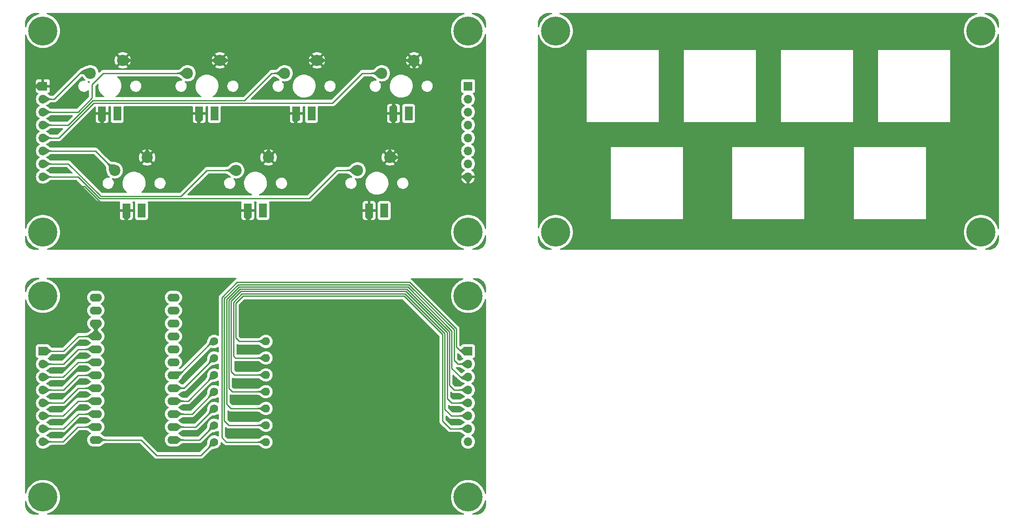
<source format=gbr>
%TF.GenerationSoftware,KiCad,Pcbnew,7.0.8*%
%TF.CreationDate,2023-10-31T17:03:33+08:00*%
%TF.ProjectId,MacroKeypad,4d616372-6f4b-4657-9970-61642e6b6963,rev?*%
%TF.SameCoordinates,Original*%
%TF.FileFunction,Copper,L2,Bot*%
%TF.FilePolarity,Positive*%
%FSLAX46Y46*%
G04 Gerber Fmt 4.6, Leading zero omitted, Abs format (unit mm)*
G04 Created by KiCad (PCBNEW 7.0.8) date 2023-10-31 17:03:33*
%MOMM*%
%LPD*%
G01*
G04 APERTURE LIST*
%TA.AperFunction,ComponentPad*%
%ADD10C,2.200000*%
%TD*%
%TA.AperFunction,ComponentPad*%
%ADD11R,1.524000X2.700000*%
%TD*%
%TA.AperFunction,ComponentPad*%
%ADD12C,3.600000*%
%TD*%
%TA.AperFunction,ConnectorPad*%
%ADD13C,5.700000*%
%TD*%
%TA.AperFunction,ComponentPad*%
%ADD14C,1.600000*%
%TD*%
%TA.AperFunction,ComponentPad*%
%ADD15O,1.600000X1.600000*%
%TD*%
%TA.AperFunction,ComponentPad*%
%ADD16R,1.700000X1.700000*%
%TD*%
%TA.AperFunction,ComponentPad*%
%ADD17O,1.700000X1.700000*%
%TD*%
%TA.AperFunction,ComponentPad*%
%ADD18O,2.400000X1.600000*%
%TD*%
%TA.AperFunction,Conductor*%
%ADD19C,0.250000*%
%TD*%
G04 APERTURE END LIST*
D10*
%TO.P,SW2,1,1*%
%TO.N,/GND - SW and LEDs*%
X97790000Y-48260000D03*
%TO.P,SW2,2,2*%
%TO.N,/SW2*%
X91440000Y-50800000D03*
D11*
%TO.P,SW2,3,K*%
%TO.N,/GND - SW and LEDs*%
X93725500Y-58694000D03*
%TO.P,SW2,4,A*%
%TO.N,/LED2*%
X96700500Y-58694000D03*
%TD*%
D12*
%TO.P,REF\u002A\u002A,1*%
%TO.N,N/C*%
X63063000Y-81989000D03*
D13*
X63063000Y-81989000D03*
%TD*%
D14*
%TO.P,R6,1*%
%TO.N,Net-(U1-A0)*%
X96660000Y-106684000D03*
D15*
%TO.P,R6,2*%
%TO.N,Net-(J4-Pin_6)*%
X106820000Y-106684000D03*
%TD*%
D12*
%TO.P,REF\u002A\u002A,1*%
%TO.N,N/C*%
X146463000Y-42489000D03*
D13*
X146463000Y-42489000D03*
%TD*%
D10*
%TO.P,SW4,1,1*%
%TO.N,/GND - SW and LEDs*%
X135890000Y-48260000D03*
%TO.P,SW4,2,2*%
%TO.N,/SW4*%
X129540000Y-50800000D03*
D11*
%TO.P,SW4,3,K*%
%TO.N,/GND - SW and LEDs*%
X131825500Y-58694000D03*
%TO.P,SW4,4,A*%
%TO.N,/LED4*%
X134800500Y-58694000D03*
%TD*%
D12*
%TO.P,REF\u002A\u002A,1*%
%TO.N,N/C*%
X146463000Y-133989000D03*
D13*
X146463000Y-133989000D03*
%TD*%
D12*
%TO.P,REF\u002A\u002A,1*%
%TO.N,N/C*%
X247039000Y-81989000D03*
D13*
X247039000Y-81989000D03*
%TD*%
D12*
%TO.P,REF\u002A\u002A,1*%
%TO.N,N/C*%
X146463000Y-81989000D03*
D13*
X146463000Y-81989000D03*
%TD*%
D12*
%TO.P,REF\u002A\u002A,1*%
%TO.N,N/C*%
X63063000Y-133989000D03*
D13*
X63063000Y-133989000D03*
%TD*%
D12*
%TO.P,REF\u002A\u002A,1*%
%TO.N,N/C*%
X63063000Y-42489000D03*
D13*
X63063000Y-42489000D03*
%TD*%
D14*
%TO.P,R5,1*%
%TO.N,Net-(U1-15)*%
X96660000Y-110018000D03*
D15*
%TO.P,R5,2*%
%TO.N,Net-(J4-Pin_5)*%
X106820000Y-110018000D03*
%TD*%
D10*
%TO.P,SW1,1,1*%
%TO.N,/GND - SW and LEDs*%
X78740000Y-48260000D03*
%TO.P,SW1,2,2*%
%TO.N,/SW1*%
X72390000Y-50800000D03*
D11*
%TO.P,SW1,3,K*%
%TO.N,/GND - SW and LEDs*%
X74675500Y-58694000D03*
%TO.P,SW1,4,A*%
%TO.N,/LED1*%
X77650500Y-58694000D03*
%TD*%
D12*
%TO.P,REF\u002A\u002A,1*%
%TO.N,N/C*%
X163639000Y-42489000D03*
D13*
X163639000Y-42489000D03*
%TD*%
D10*
%TO.P,SW5,1,1*%
%TO.N,/GND - SW and LEDs*%
X83496000Y-67310000D03*
%TO.P,SW5,2,2*%
%TO.N,/SW5*%
X77146000Y-69850000D03*
D11*
%TO.P,SW5,3,K*%
%TO.N,/GND - SW and LEDs*%
X79431500Y-77744000D03*
%TO.P,SW5,4,A*%
%TO.N,/LED5*%
X82406500Y-77744000D03*
%TD*%
D12*
%TO.P,REF\u002A\u002A,1*%
%TO.N,N/C*%
X247039000Y-42489000D03*
D13*
X247039000Y-42489000D03*
%TD*%
D14*
%TO.P,R7,1*%
%TO.N,Net-(U1-A1)*%
X96660000Y-103438000D03*
D15*
%TO.P,R7,2*%
%TO.N,Net-(J4-Pin_7)*%
X106820000Y-103438000D03*
%TD*%
D10*
%TO.P,SW3,1,1*%
%TO.N,/GND - SW and LEDs*%
X116840000Y-48260000D03*
%TO.P,SW3,2,2*%
%TO.N,/SW3*%
X110490000Y-50800000D03*
D11*
%TO.P,SW3,3,K*%
%TO.N,/GND - SW and LEDs*%
X112775500Y-58694000D03*
%TO.P,SW3,4,A*%
%TO.N,/LED3*%
X115750500Y-58694000D03*
%TD*%
D14*
%TO.P,R3,1*%
%TO.N,Net-(U1-16)*%
X96660000Y-116598000D03*
D15*
%TO.P,R3,2*%
%TO.N,Net-(J4-Pin_3)*%
X106820000Y-116598000D03*
%TD*%
D12*
%TO.P,REF\u002A\u002A,1*%
%TO.N,N/C*%
X63063000Y-94489000D03*
D13*
X63063000Y-94489000D03*
%TD*%
D16*
%TO.P,J4,1,Pin_1*%
%TO.N,Net-(J4-Pin_1)*%
X146463000Y-105340000D03*
D17*
%TO.P,J4,2,Pin_2*%
%TO.N,Net-(J4-Pin_2)*%
X146463000Y-107880000D03*
%TO.P,J4,3,Pin_3*%
%TO.N,Net-(J4-Pin_3)*%
X146463000Y-110420000D03*
%TO.P,J4,4,Pin_4*%
%TO.N,Net-(J4-Pin_4)*%
X146463000Y-112960000D03*
%TO.P,J4,5,Pin_5*%
%TO.N,Net-(J4-Pin_5)*%
X146463000Y-115500000D03*
%TO.P,J4,6,Pin_6*%
%TO.N,Net-(J4-Pin_6)*%
X146463000Y-118040000D03*
%TO.P,J4,7,Pin_7*%
%TO.N,Net-(J4-Pin_7)*%
X146463000Y-120580000D03*
%TO.P,J4,8,Pin_8*%
%TO.N,GND*%
X146463000Y-123120000D03*
%TD*%
D12*
%TO.P,REF\u002A\u002A,1*%
%TO.N,N/C*%
X146463000Y-94489000D03*
D13*
X146463000Y-94489000D03*
%TD*%
D16*
%TO.P,J2,1,Pin_1*%
%TO.N,GND*%
X63063000Y-105340000D03*
D17*
%TO.P,J2,2,Pin_2*%
%TO.N,Net-(J2-Pin_2)*%
X63063000Y-107880000D03*
%TO.P,J2,3,Pin_3*%
%TO.N,Net-(J2-Pin_3)*%
X63063000Y-110420000D03*
%TO.P,J2,4,Pin_4*%
%TO.N,Net-(J2-Pin_4)*%
X63063000Y-112960000D03*
%TO.P,J2,5,Pin_5*%
%TO.N,Net-(J2-Pin_5)*%
X63063000Y-115500000D03*
%TO.P,J2,6,Pin_6*%
%TO.N,Net-(J2-Pin_6)*%
X63063000Y-118040000D03*
%TO.P,J2,7,Pin_7*%
%TO.N,Net-(J2-Pin_7)*%
X63063000Y-120580000D03*
%TO.P,J2,8,Pin_8*%
%TO.N,Net-(J2-Pin_8)*%
X63063000Y-123120000D03*
%TD*%
D14*
%TO.P,R1,1*%
%TO.N,Net-(U1-9)*%
X96660000Y-123178000D03*
D15*
%TO.P,R1,2*%
%TO.N,Net-(J4-Pin_1)*%
X106820000Y-123178000D03*
%TD*%
D10*
%TO.P,SW6,1,1*%
%TO.N,/GND - SW and LEDs*%
X107308000Y-67310000D03*
%TO.P,SW6,2,2*%
%TO.N,/SW6*%
X100958000Y-69850000D03*
D11*
%TO.P,SW6,3,K*%
%TO.N,/GND - SW and LEDs*%
X103243500Y-77744000D03*
%TO.P,SW6,4,A*%
%TO.N,/LED6*%
X106218500Y-77744000D03*
%TD*%
D12*
%TO.P,REF\u002A\u002A,1*%
%TO.N,N/C*%
X163639000Y-81989000D03*
D13*
X163639000Y-81989000D03*
%TD*%
D18*
%TO.P,U1,1,TX0*%
%TO.N,unconnected-(U1-TX0-Pad1)*%
X73443000Y-94811500D03*
%TO.P,U1,2,RX1*%
%TO.N,unconnected-(U1-RX1-Pad2)*%
X73443000Y-97351500D03*
%TO.P,U1,3,GND*%
%TO.N,GND*%
X73443000Y-99891500D03*
%TO.P,U1,4,GND*%
X73443000Y-102431500D03*
%TO.P,U1,5,2*%
%TO.N,Net-(J2-Pin_2)*%
X73443000Y-104971500D03*
%TO.P,U1,6,3*%
%TO.N,Net-(J2-Pin_3)*%
X73443000Y-107511500D03*
%TO.P,U1,7,4*%
%TO.N,Net-(J2-Pin_4)*%
X73443000Y-110051500D03*
%TO.P,U1,8,5*%
%TO.N,Net-(J2-Pin_5)*%
X73443000Y-112591500D03*
%TO.P,U1,9,6*%
%TO.N,Net-(J2-Pin_6)*%
X73443000Y-115131500D03*
%TO.P,U1,10,7*%
%TO.N,Net-(J2-Pin_7)*%
X73443000Y-117671500D03*
%TO.P,U1,11,8*%
%TO.N,Net-(J2-Pin_8)*%
X73443000Y-120211500D03*
%TO.P,U1,12,9*%
%TO.N,Net-(U1-9)*%
X73443000Y-122751500D03*
%TO.P,U1,13,10*%
%TO.N,Net-(U1-10)*%
X88683000Y-122751500D03*
%TO.P,U1,14,16*%
%TO.N,Net-(U1-16)*%
X88683000Y-120211500D03*
%TO.P,U1,15,14*%
%TO.N,Net-(U1-14)*%
X88683000Y-117671500D03*
%TO.P,U1,16,15*%
%TO.N,Net-(U1-15)*%
X88683000Y-115131500D03*
%TO.P,U1,17,A0*%
%TO.N,Net-(U1-A0)*%
X88683000Y-112591500D03*
%TO.P,U1,18,A1*%
%TO.N,Net-(U1-A1)*%
X88683000Y-110051500D03*
%TO.P,U1,19,A2*%
%TO.N,unconnected-(U1-A2-Pad19)*%
X88683000Y-107511500D03*
%TO.P,U1,20,A3*%
%TO.N,unconnected-(U1-A3-Pad20)*%
X88683000Y-104971500D03*
%TO.P,U1,21,VCC*%
%TO.N,unconnected-(U1-VCC-Pad21)*%
X88683000Y-102431500D03*
%TO.P,U1,22,RST*%
%TO.N,unconnected-(U1-RST-Pad22)*%
X88683000Y-99891500D03*
%TO.P,U1,23,GND*%
%TO.N,unconnected-(U1-GND-Pad23)*%
X88683000Y-97351500D03*
%TO.P,U1,24,RAW*%
%TO.N,unconnected-(U1-RAW-Pad24)*%
X88683000Y-94811500D03*
%TD*%
D10*
%TO.P,SW7,1,1*%
%TO.N,/GND - SW and LEDs*%
X131121000Y-67310000D03*
%TO.P,SW7,2,2*%
%TO.N,/SW7*%
X124771000Y-69850000D03*
D11*
%TO.P,SW7,3,K*%
%TO.N,/GND - SW and LEDs*%
X127056500Y-77744000D03*
%TO.P,SW7,4,A*%
%TO.N,/LED7*%
X130031500Y-77744000D03*
%TD*%
D14*
%TO.P,R2,1*%
%TO.N,Net-(U1-10)*%
X96660000Y-119888000D03*
D15*
%TO.P,R2,2*%
%TO.N,Net-(J4-Pin_2)*%
X106820000Y-119888000D03*
%TD*%
D14*
%TO.P,R4,1*%
%TO.N,Net-(U1-14)*%
X96660000Y-113308000D03*
D15*
%TO.P,R4,2*%
%TO.N,Net-(J4-Pin_4)*%
X106820000Y-113308000D03*
%TD*%
D16*
%TO.P,J3,1,Pin_1*%
%TO.N,/LED1*%
X146463000Y-53340000D03*
D17*
%TO.P,J3,2,Pin_2*%
%TO.N,/LED2*%
X146463000Y-55880000D03*
%TO.P,J3,3,Pin_3*%
%TO.N,/LED3*%
X146463000Y-58420000D03*
%TO.P,J3,4,Pin_4*%
%TO.N,/LED4*%
X146463000Y-60960000D03*
%TO.P,J3,5,Pin_5*%
%TO.N,/LED5*%
X146463000Y-63500000D03*
%TO.P,J3,6,Pin_6*%
%TO.N,/LED6*%
X146463000Y-66040000D03*
%TO.P,J3,7,Pin_7*%
%TO.N,/LED7*%
X146463000Y-68580000D03*
%TO.P,J3,8,Pin_8*%
%TO.N,/GND - SW and LEDs*%
X146463000Y-71120000D03*
%TD*%
D16*
%TO.P,J1,1,Pin_1*%
%TO.N,/GND - SW and LEDs*%
X63063000Y-53340000D03*
D17*
%TO.P,J1,2,Pin_2*%
%TO.N,/SW1*%
X63063000Y-55880000D03*
%TO.P,J1,3,Pin_3*%
%TO.N,/SW2*%
X63063000Y-58420000D03*
%TO.P,J1,4,Pin_4*%
%TO.N,/SW3*%
X63063000Y-60960000D03*
%TO.P,J1,5,Pin_5*%
%TO.N,/SW4*%
X63063000Y-63500000D03*
%TO.P,J1,6,Pin_6*%
%TO.N,/SW5*%
X63063000Y-66040000D03*
%TO.P,J1,7,Pin_7*%
%TO.N,/SW6*%
X63063000Y-68580000D03*
%TO.P,J1,8,Pin_8*%
%TO.N,/SW7*%
X63063000Y-71120000D03*
%TD*%
D19*
%TO.N,/SW1*%
X63063000Y-55880000D02*
X65278000Y-55880000D01*
X65278000Y-55880000D02*
X70358000Y-50800000D01*
X70358000Y-50800000D02*
X72390000Y-50800000D01*
%TO.N,/GND - SW and LEDs*%
X101981000Y-81153000D02*
X125730000Y-81153000D01*
X80391000Y-81153000D02*
X80645000Y-81153000D01*
X127056500Y-80334500D02*
X127056500Y-77744000D01*
X93725500Y-60579500D02*
X92329000Y-61976000D01*
X74675500Y-58694000D02*
X74675500Y-60832500D01*
X92329000Y-61976000D02*
X105791000Y-61976000D01*
X111252000Y-61976000D02*
X130048000Y-61976000D01*
X61087000Y-73025000D02*
X71244208Y-73025000D01*
X134620000Y-56261000D02*
X132334000Y-56261000D01*
X80645000Y-81153000D02*
X101981000Y-81153000D01*
X79431500Y-80193500D02*
X80391000Y-81153000D01*
X61214000Y-53340000D02*
X60579000Y-53975000D01*
X146463000Y-71120000D02*
X142875000Y-71120000D01*
X60579000Y-53975000D02*
X60579000Y-72517000D01*
X139827000Y-81153000D02*
X146463000Y-74517000D01*
X131064000Y-61976000D02*
X131825500Y-61214500D01*
X136398000Y-54483000D02*
X134620000Y-56261000D01*
X131825500Y-61214500D02*
X131825500Y-58694000D01*
X83496000Y-63176000D02*
X82296000Y-61976000D01*
X139065000Y-67310000D02*
X131121000Y-67310000D01*
X126238000Y-81153000D02*
X127056500Y-80334500D01*
X103243500Y-79890500D02*
X101981000Y-81153000D01*
X93725500Y-58694000D02*
X93725500Y-60579500D01*
X71244208Y-73025000D02*
X79372208Y-81153000D01*
X107308000Y-63493000D02*
X105791000Y-61976000D01*
X79431500Y-77744000D02*
X79431500Y-80193500D01*
X105791000Y-61976000D02*
X111252000Y-61976000D01*
X74675500Y-60832500D02*
X75819000Y-61976000D01*
X103243500Y-77744000D02*
X103243500Y-79890500D01*
X60579000Y-72517000D02*
X61087000Y-73025000D01*
X78740000Y-48260000D02*
X97790000Y-48260000D01*
X146463000Y-74517000D02*
X146463000Y-71120000D01*
X75819000Y-61976000D02*
X82296000Y-61976000D01*
X131121000Y-63049000D02*
X130048000Y-61976000D01*
X83496000Y-67310000D02*
X83496000Y-63176000D01*
X97790000Y-48260000D02*
X116840000Y-48260000D01*
X112775500Y-60452500D02*
X111252000Y-61976000D01*
X125730000Y-81153000D02*
X126238000Y-81153000D01*
X131825500Y-56769500D02*
X131825500Y-58694000D01*
X142875000Y-71120000D02*
X139065000Y-67310000D01*
X107308000Y-67310000D02*
X107308000Y-63493000D01*
X135890000Y-50419000D02*
X136398000Y-50927000D01*
X125730000Y-81153000D02*
X139827000Y-81153000D01*
X116840000Y-48260000D02*
X135890000Y-48260000D01*
X131121000Y-67310000D02*
X131121000Y-63049000D01*
X82296000Y-61976000D02*
X92329000Y-61976000D01*
X79372208Y-81153000D02*
X80645000Y-81153000D01*
X63063000Y-53340000D02*
X61214000Y-53340000D01*
X136398000Y-50927000D02*
X136398000Y-54483000D01*
X132334000Y-56261000D02*
X131825500Y-56769500D01*
X135890000Y-48260000D02*
X135890000Y-50419000D01*
X112775500Y-58694000D02*
X112775500Y-60452500D01*
X130048000Y-61976000D02*
X131064000Y-61976000D01*
%TO.N,GND*%
X63063000Y-105340000D02*
X67137000Y-105340000D01*
X73443000Y-99891500D02*
X73443000Y-102431500D01*
X70045500Y-102431500D02*
X73443000Y-102431500D01*
X67137000Y-105340000D02*
X70045500Y-102431500D01*
%TO.N,Net-(J2-Pin_7)*%
X70030500Y-117671500D02*
X73443000Y-117671500D01*
X63063000Y-120580000D02*
X67054000Y-120580000D01*
X67054000Y-120580000D02*
X67088000Y-120614000D01*
X67088000Y-120614000D02*
X70030500Y-117671500D01*
%TO.N,Net-(U1-9)*%
X82300500Y-122751500D02*
X85363000Y-125814000D01*
X73443000Y-122751500D02*
X82300500Y-122751500D01*
X85363000Y-125814000D02*
X94024000Y-125814000D01*
X94024000Y-125814000D02*
X96660000Y-123178000D01*
%TO.N,Net-(U1-10)*%
X88683000Y-122751500D02*
X93796500Y-122751500D01*
X93796500Y-122751500D02*
X96660000Y-119888000D01*
%TO.N,Net-(J2-Pin_2)*%
X63063000Y-107880000D02*
X67072000Y-107880000D01*
X67072000Y-107880000D02*
X69980500Y-104971500D01*
X69980500Y-104971500D02*
X73443000Y-104971500D01*
%TO.N,Net-(J2-Pin_3)*%
X67032000Y-110420000D02*
X69940500Y-107511500D01*
X69940500Y-107511500D02*
X73443000Y-107511500D01*
X63063000Y-110420000D02*
X67032000Y-110420000D01*
%TO.N,Net-(J2-Pin_4)*%
X67092000Y-112960000D02*
X70000500Y-110051500D01*
X63063000Y-112960000D02*
X67092000Y-112960000D01*
X70000500Y-110051500D02*
X73443000Y-110051500D01*
%TO.N,Net-(J2-Pin_5)*%
X67102000Y-115500000D02*
X69988000Y-112614000D01*
X70038000Y-112614000D02*
X70060500Y-112591500D01*
X69988000Y-112614000D02*
X70038000Y-112614000D01*
X63063000Y-115500000D02*
X67102000Y-115500000D01*
X70060500Y-112591500D02*
X73443000Y-112591500D01*
%TO.N,Net-(J2-Pin_6)*%
X69970500Y-115131500D02*
X73443000Y-115131500D01*
X67014000Y-118040000D02*
X67038000Y-118064000D01*
X67038000Y-118064000D02*
X69970500Y-115131500D01*
X63063000Y-118040000D02*
X67014000Y-118040000D01*
%TO.N,Net-(U1-16)*%
X88683000Y-120211500D02*
X93046500Y-120211500D01*
X93046500Y-120211500D02*
X96660000Y-116598000D01*
%TO.N,Net-(U1-14)*%
X88683000Y-117671500D02*
X92296500Y-117671500D01*
X92296500Y-117671500D02*
X96660000Y-113308000D01*
%TO.N,Net-(U1-15)*%
X91546500Y-115131500D02*
X96660000Y-110018000D01*
X88683000Y-115131500D02*
X91546500Y-115131500D01*
%TO.N,Net-(J4-Pin_1)*%
X144964000Y-105340000D02*
X144145000Y-104521000D01*
X98171000Y-94821208D02*
X98171000Y-122301000D01*
X144145000Y-104521000D02*
X144145000Y-100965000D01*
X144145000Y-100965000D02*
X135001000Y-91821000D01*
X146463000Y-105340000D02*
X144964000Y-105340000D01*
X98171000Y-122301000D02*
X99048000Y-123178000D01*
X101171208Y-91821000D02*
X98171000Y-94821208D01*
X135001000Y-91821000D02*
X101171208Y-91821000D01*
X99048000Y-123178000D02*
X106820000Y-123178000D01*
%TO.N,Net-(J4-Pin_2)*%
X98621000Y-95007604D02*
X98621000Y-118999000D01*
X99510000Y-119888000D02*
X106820000Y-119888000D01*
X134814604Y-92271000D02*
X101357604Y-92271000D01*
X143695000Y-107119000D02*
X143695000Y-101151396D01*
X143695000Y-101151396D02*
X134814604Y-92271000D01*
X101357604Y-92271000D02*
X98621000Y-95007604D01*
X98621000Y-118999000D02*
X99510000Y-119888000D01*
X144456000Y-107880000D02*
X143695000Y-107119000D01*
X146463000Y-107880000D02*
X144456000Y-107880000D01*
%TO.N,Net-(J4-Pin_3)*%
X143245000Y-101337792D02*
X134628208Y-92721000D01*
X99371500Y-116020500D02*
X99949000Y-116598000D01*
X99071000Y-115720000D02*
X99371500Y-116020500D01*
X144964000Y-110420000D02*
X143245000Y-108701000D01*
X101544000Y-92721000D02*
X99071000Y-95194000D01*
X134628208Y-92721000D02*
X101544000Y-92721000D01*
X99071000Y-95194000D02*
X99071000Y-115720000D01*
X146463000Y-110420000D02*
X144964000Y-110420000D01*
X143245000Y-108701000D02*
X143245000Y-101337792D01*
X99949000Y-116598000D02*
X106820000Y-116598000D01*
%TO.N,Net-(J4-Pin_4)*%
X106820000Y-113308000D02*
X100180000Y-113308000D01*
X100180000Y-113308000D02*
X99521000Y-112649000D01*
X142795000Y-112061000D02*
X143694000Y-112960000D01*
X142795000Y-101524188D02*
X142795000Y-112061000D01*
X143694000Y-112960000D02*
X146463000Y-112960000D01*
X99521000Y-95380396D02*
X101727000Y-93174396D01*
X134445208Y-93174396D02*
X142795000Y-101524188D01*
X101727000Y-93174396D02*
X134445208Y-93174396D01*
X99521000Y-112649000D02*
X99521000Y-95380396D01*
%TO.N,Net-(J4-Pin_5)*%
X99971000Y-95566792D02*
X99971000Y-109347000D01*
X146463000Y-115500000D02*
X143186000Y-115500000D01*
X142345000Y-101710584D02*
X134258812Y-93624396D01*
X100642000Y-110018000D02*
X106820000Y-110018000D01*
X143186000Y-115500000D02*
X142345000Y-114659000D01*
X101913396Y-93624396D02*
X99971000Y-95566792D01*
X99971000Y-109347000D02*
X100642000Y-110018000D01*
X142345000Y-114659000D02*
X142345000Y-101710584D01*
X134258812Y-93624396D02*
X101913396Y-93624396D01*
%TO.N,Net-(J4-Pin_6)*%
X100421000Y-95753188D02*
X102099792Y-94074396D01*
X100806000Y-106684000D02*
X100421000Y-106299000D01*
X141895000Y-116749000D02*
X143186000Y-118040000D01*
X100421000Y-106299000D02*
X100421000Y-95753188D01*
X143186000Y-118040000D02*
X146463000Y-118040000D01*
X106820000Y-106684000D02*
X100806000Y-106684000D01*
X134072416Y-94074396D02*
X141895000Y-101896980D01*
X102099792Y-94074396D02*
X134072416Y-94074396D01*
X141895000Y-101896980D02*
X141895000Y-116749000D01*
%TO.N,Net-(J2-Pin_8)*%
X67007000Y-123120000D02*
X69915500Y-120211500D01*
X63063000Y-123120000D02*
X67007000Y-123120000D01*
X69915500Y-120211500D02*
X73443000Y-120211500D01*
%TO.N,Net-(U1-A0)*%
X90752500Y-112591500D02*
X96660000Y-106684000D01*
X88683000Y-112591500D02*
X90752500Y-112591500D01*
%TO.N,Net-(U1-A1)*%
X96333000Y-103438000D02*
X96660000Y-103438000D01*
X88683000Y-110051500D02*
X89719500Y-110051500D01*
X89719500Y-110051500D02*
X96333000Y-103438000D01*
%TO.N,Net-(J4-Pin_7)*%
X101566000Y-103438000D02*
X100871000Y-102743000D01*
X106820000Y-103438000D02*
X101566000Y-103438000D01*
X133886020Y-94524396D02*
X141445000Y-102083376D01*
X100871000Y-95939584D02*
X102286188Y-94524396D01*
X142932000Y-120580000D02*
X146463000Y-120580000D01*
X102286188Y-94524396D02*
X133886020Y-94524396D01*
X141445000Y-102083376D02*
X141445000Y-119093000D01*
X141445000Y-119093000D02*
X142932000Y-120580000D01*
X100871000Y-102743000D02*
X100871000Y-95939584D01*
%TO.N,/SW2*%
X74930000Y-50800000D02*
X72706802Y-53023198D01*
X91440000Y-50800000D02*
X74930000Y-50800000D01*
X72706802Y-55688802D02*
X69975604Y-58420000D01*
X72706802Y-53023198D02*
X72706802Y-55688802D01*
X69975604Y-58420000D02*
X63063000Y-58420000D01*
%TO.N,/SW3*%
X68072000Y-60960000D02*
X72898000Y-56134000D01*
X102616000Y-56134000D02*
X107950000Y-50800000D01*
X63063000Y-60960000D02*
X68072000Y-60960000D01*
X107950000Y-50800000D02*
X110490000Y-50800000D01*
X72898000Y-56134000D02*
X102616000Y-56134000D01*
%TO.N,/SW4*%
X119888000Y-56642000D02*
X125730000Y-50800000D01*
X66168396Y-63500000D02*
X73026396Y-56642000D01*
X73026396Y-56642000D02*
X119888000Y-56642000D01*
X125730000Y-50800000D02*
X129540000Y-50800000D01*
X63063000Y-63500000D02*
X66168396Y-63500000D01*
%TO.N,/SW5*%
X73336000Y-66040000D02*
X74006000Y-66710000D01*
X74006000Y-66710000D02*
X77146000Y-69850000D01*
X63063000Y-66040000D02*
X73336000Y-66040000D01*
%TO.N,/SW6*%
X90170000Y-74930000D02*
X95250000Y-69850000D01*
X68072000Y-68580000D02*
X74295000Y-74803000D01*
X90170000Y-74930000D02*
X75946000Y-74930000D01*
X76073000Y-74930000D02*
X90170000Y-74930000D01*
X63063000Y-68580000D02*
X68072000Y-68580000D01*
X95250000Y-69850000D02*
X100958000Y-69850000D01*
X74295000Y-74803000D02*
X74422000Y-74930000D01*
X74422000Y-74930000D02*
X76073000Y-74930000D01*
%TO.N,/SW7*%
X115247000Y-75380000D02*
X74235604Y-75380000D01*
X124771000Y-69850000D02*
X120777000Y-69850000D01*
X120777000Y-69850000D02*
X115247000Y-75380000D01*
X69975604Y-71120000D02*
X63063000Y-71120000D01*
X74235604Y-75380000D02*
X69975604Y-71120000D01*
%TD*%
%TA.AperFunction,Conductor*%
%TO.N,Net-(J4-Pin_2)*%
G36*
X146142181Y-107105579D02*
G01*
X146142653Y-107106578D01*
X146462134Y-107875511D01*
X146462143Y-107884466D01*
X146462134Y-107884489D01*
X146142653Y-108653421D01*
X146136314Y-108659746D01*
X146127359Y-108659737D01*
X146126360Y-108659265D01*
X145798321Y-108485046D01*
X145796622Y-108483945D01*
X145569087Y-108306811D01*
X145373423Y-108153383D01*
X145235065Y-108091862D01*
X145131153Y-108045657D01*
X145131152Y-108045656D01*
X144773416Y-108006150D01*
X144765569Y-108001836D01*
X144763000Y-107994521D01*
X144763000Y-107765478D01*
X144766427Y-107757205D01*
X144773414Y-107753849D01*
X145131153Y-107714342D01*
X145373422Y-107606616D01*
X145569087Y-107453188D01*
X145796628Y-107276047D01*
X145798315Y-107274954D01*
X146126361Y-107100733D01*
X146135274Y-107099880D01*
X146142181Y-107105579D01*
G37*
%TD.AperFunction*%
%TD*%
%TA.AperFunction,Conductor*%
%TO.N,Net-(J2-Pin_5)*%
G36*
X72744198Y-111860073D02*
G01*
X73436261Y-112583412D01*
X73439504Y-112591758D01*
X73436261Y-112599588D01*
X72744199Y-113322925D01*
X72736003Y-113326534D01*
X72728506Y-113324028D01*
X72478085Y-113126785D01*
X72478082Y-113126783D01*
X72219311Y-112963462D01*
X71960541Y-112840641D01*
X71960539Y-112840640D01*
X71960532Y-112840637D01*
X71701784Y-112758323D01*
X71701767Y-112758319D01*
X71452833Y-112718089D01*
X71445213Y-112713386D01*
X71443000Y-112706539D01*
X71443000Y-112476460D01*
X71446427Y-112468187D01*
X71452830Y-112464911D01*
X71701770Y-112424679D01*
X71701778Y-112424676D01*
X71701784Y-112424675D01*
X71960532Y-112342361D01*
X71960532Y-112342360D01*
X71960541Y-112342358D01*
X72219311Y-112219537D01*
X72478082Y-112056216D01*
X72728508Y-111858968D01*
X72737124Y-111856543D01*
X72744198Y-111860073D01*
G37*
%TD.AperFunction*%
%TD*%
%TA.AperFunction,Conductor*%
%TO.N,Net-(U1-A1)*%
G36*
X95932053Y-103136459D02*
G01*
X96653465Y-103434303D01*
X96659804Y-103440628D01*
X96660700Y-103445128D01*
X96660010Y-104225641D01*
X96656576Y-104233911D01*
X96648300Y-104237331D01*
X96647660Y-104237313D01*
X96349159Y-104220713D01*
X96348859Y-104220688D01*
X96110319Y-104195067D01*
X96110314Y-104195067D01*
X95909712Y-104200448D01*
X95909711Y-104200448D01*
X95713017Y-104276216D01*
X95713011Y-104276219D01*
X95494233Y-104455038D01*
X95485659Y-104457620D01*
X95478556Y-104454252D01*
X95317140Y-104292836D01*
X95313713Y-104284563D01*
X95316743Y-104276707D01*
X95526107Y-104045710D01*
X95651990Y-103853356D01*
X95661330Y-103831017D01*
X95730614Y-103665320D01*
X95730613Y-103665320D01*
X95730615Y-103665316D01*
X95805682Y-103439009D01*
X95916650Y-103143171D01*
X95922764Y-103136629D01*
X95931714Y-103136326D01*
X95932053Y-103136459D01*
G37*
%TD.AperFunction*%
%TD*%
%TA.AperFunction,Conductor*%
%TO.N,/GND - SW and LEDs*%
G36*
X132046470Y-56725306D02*
G01*
X132154675Y-56898357D01*
X132262881Y-57046752D01*
X132371088Y-57170491D01*
X132479294Y-57269574D01*
X132587500Y-57344000D01*
X131824793Y-58694707D01*
X131148685Y-57344000D01*
X131292886Y-57249321D01*
X131437088Y-57122435D01*
X131581290Y-56963342D01*
X131725492Y-56772040D01*
X131869694Y-56548530D01*
X132046470Y-56725306D01*
G37*
%TD.AperFunction*%
%TD*%
%TA.AperFunction,Conductor*%
%TO.N,/SW7*%
G36*
X124330436Y-68860791D02*
G01*
X124331044Y-68861969D01*
X124769872Y-69845232D01*
X124770115Y-69854183D01*
X124769872Y-69854768D01*
X124331044Y-70838030D01*
X124324543Y-70844189D01*
X124315592Y-70843946D01*
X124314414Y-70843338D01*
X123951190Y-70628987D01*
X123949443Y-70627726D01*
X123682930Y-70395115D01*
X123437859Y-70185075D01*
X123129172Y-70033357D01*
X123129173Y-70033357D01*
X122681222Y-69976301D01*
X122673448Y-69971857D01*
X122671000Y-69964695D01*
X122671000Y-69735303D01*
X122674427Y-69727030D01*
X122681219Y-69723698D01*
X123129174Y-69666640D01*
X123437860Y-69514922D01*
X123682930Y-69304884D01*
X123949446Y-69072267D01*
X123951185Y-69071013D01*
X124314416Y-68856660D01*
X124323280Y-68855407D01*
X124330436Y-68860791D01*
G37*
%TD.AperFunction*%
%TD*%
%TA.AperFunction,Conductor*%
%TO.N,/GND - SW and LEDs*%
G36*
X97791000Y-48260000D02*
G01*
X97344703Y-49260000D01*
X96969254Y-49038435D01*
X96701930Y-48805115D01*
X96456860Y-48595076D01*
X96148174Y-48443358D01*
X95690000Y-48385000D01*
X95690000Y-48135000D01*
X96148174Y-48076640D01*
X96456860Y-47924922D01*
X96701930Y-47714884D01*
X96969254Y-47481563D01*
X97344703Y-47260000D01*
X97791000Y-48260000D01*
G37*
%TD.AperFunction*%
%TD*%
%TA.AperFunction,Conductor*%
%TO.N,/GND - SW and LEDs*%
G36*
X104005500Y-79094000D02*
G01*
X103878100Y-79186809D01*
X103750700Y-79309414D01*
X103623299Y-79461814D01*
X103495899Y-79644009D01*
X103368500Y-79856000D01*
X103118500Y-79856000D01*
X102991100Y-79644009D01*
X102863700Y-79461814D01*
X102736299Y-79309414D01*
X102608899Y-79186809D01*
X102481500Y-79094000D01*
X103243500Y-77743000D01*
X104005500Y-79094000D01*
G37*
%TD.AperFunction*%
%TD*%
%TA.AperFunction,Conductor*%
%TO.N,/GND - SW and LEDs*%
G36*
X145702403Y-39009185D02*
G01*
X145748158Y-39061989D01*
X145758102Y-39131147D01*
X145729077Y-39194703D01*
X145670299Y-39232477D01*
X145662020Y-39234601D01*
X145565330Y-39255883D01*
X145299178Y-39345560D01*
X145221031Y-39371892D01*
X145221028Y-39371893D01*
X145221020Y-39371896D01*
X144891300Y-39524440D01*
X144891296Y-39524442D01*
X144791458Y-39584513D01*
X144579981Y-39711755D01*
X144490332Y-39779903D01*
X144290755Y-39931617D01*
X144290745Y-39931625D01*
X144026978Y-40181479D01*
X143791772Y-40458386D01*
X143587884Y-40759098D01*
X143587878Y-40759107D01*
X143417706Y-41080086D01*
X143417700Y-41080098D01*
X143283226Y-41417603D01*
X143283221Y-41417618D01*
X143186030Y-41767670D01*
X143186024Y-41767696D01*
X143127250Y-42126200D01*
X143127248Y-42126217D01*
X143107579Y-42488997D01*
X143107579Y-42489002D01*
X143127248Y-42851782D01*
X143127250Y-42851799D01*
X143186024Y-43210303D01*
X143186030Y-43210329D01*
X143283221Y-43560381D01*
X143283226Y-43560396D01*
X143417700Y-43897901D01*
X143417706Y-43897913D01*
X143587878Y-44218892D01*
X143587881Y-44218897D01*
X143587883Y-44218900D01*
X143791773Y-44519614D01*
X144026979Y-44796521D01*
X144290746Y-45046375D01*
X144579981Y-45266245D01*
X144891292Y-45453555D01*
X144891294Y-45453556D01*
X144891296Y-45453557D01*
X144891300Y-45453559D01*
X145221020Y-45606103D01*
X145221031Y-45606108D01*
X145565330Y-45722116D01*
X145920153Y-45800218D01*
X146281341Y-45839500D01*
X146281347Y-45839500D01*
X146644653Y-45839500D01*
X146644659Y-45839500D01*
X147005847Y-45800218D01*
X147360670Y-45722116D01*
X147704969Y-45606108D01*
X148034708Y-45453555D01*
X148346019Y-45266245D01*
X148635254Y-45046375D01*
X148899021Y-44796521D01*
X149134227Y-44519614D01*
X149338117Y-44218900D01*
X149508298Y-43897905D01*
X149642775Y-43560391D01*
X149739973Y-43210316D01*
X149740133Y-43209339D01*
X149740233Y-43209130D01*
X149740694Y-43207039D01*
X149741186Y-43207147D01*
X149770402Y-43146367D01*
X149829912Y-43109756D01*
X149899768Y-43111130D01*
X149957792Y-43150053D01*
X149985561Y-43214167D01*
X149986500Y-43229397D01*
X149986500Y-81248602D01*
X149966815Y-81315641D01*
X149914011Y-81361396D01*
X149844853Y-81371340D01*
X149781297Y-81342315D01*
X149743523Y-81283537D01*
X149740134Y-81268664D01*
X149740067Y-81268260D01*
X149739973Y-81267684D01*
X149709809Y-81159043D01*
X149642778Y-80917618D01*
X149642773Y-80917603D01*
X149508299Y-80580098D01*
X149508298Y-80580095D01*
X149338117Y-80259100D01*
X149134227Y-79958386D01*
X148899021Y-79681479D01*
X148635254Y-79431625D01*
X148635244Y-79431617D01*
X148566635Y-79379462D01*
X148346019Y-79211755D01*
X148034708Y-79024445D01*
X148034707Y-79024444D01*
X148034703Y-79024442D01*
X148034699Y-79024440D01*
X147704979Y-78871896D01*
X147704974Y-78871894D01*
X147704969Y-78871892D01*
X147537143Y-78815344D01*
X147360669Y-78755883D01*
X147005845Y-78677781D01*
X146644660Y-78638500D01*
X146644659Y-78638500D01*
X146281341Y-78638500D01*
X146281339Y-78638500D01*
X145920154Y-78677781D01*
X145565330Y-78755883D01*
X145299178Y-78845560D01*
X145221031Y-78871892D01*
X145221028Y-78871893D01*
X145221020Y-78871896D01*
X144891300Y-79024440D01*
X144891296Y-79024442D01*
X144696109Y-79141883D01*
X144579981Y-79211755D01*
X144490332Y-79279903D01*
X144290755Y-79431617D01*
X144290745Y-79431625D01*
X144026978Y-79681479D01*
X143791772Y-79958386D01*
X143587884Y-80259098D01*
X143587878Y-80259107D01*
X143417706Y-80580086D01*
X143417700Y-80580098D01*
X143283226Y-80917603D01*
X143283221Y-80917618D01*
X143186030Y-81267670D01*
X143186024Y-81267696D01*
X143127250Y-81626200D01*
X143127248Y-81626217D01*
X143107579Y-81988997D01*
X143107579Y-81989002D01*
X143127248Y-82351782D01*
X143127250Y-82351799D01*
X143186024Y-82710303D01*
X143186030Y-82710329D01*
X143283221Y-83060381D01*
X143283226Y-83060396D01*
X143417700Y-83397901D01*
X143417706Y-83397913D01*
X143587878Y-83718892D01*
X143587884Y-83718901D01*
X143791772Y-84019613D01*
X143981967Y-84243528D01*
X144026979Y-84296521D01*
X144290746Y-84546375D01*
X144579981Y-84766245D01*
X144891292Y-84953555D01*
X144891294Y-84953556D01*
X144891296Y-84953557D01*
X144891300Y-84953559D01*
X145221020Y-85106103D01*
X145221031Y-85106108D01*
X145565330Y-85222116D01*
X145580244Y-85225399D01*
X145641485Y-85259035D01*
X145674819Y-85320440D01*
X145669663Y-85390119D01*
X145627654Y-85445950D01*
X145562130Y-85470205D01*
X145553588Y-85470500D01*
X63972412Y-85470500D01*
X63905373Y-85450815D01*
X63859618Y-85398011D01*
X63849674Y-85328853D01*
X63878699Y-85265297D01*
X63937477Y-85227523D01*
X63945756Y-85225399D01*
X63952840Y-85223839D01*
X63960670Y-85222116D01*
X64304969Y-85106108D01*
X64634708Y-84953555D01*
X64946019Y-84766245D01*
X65235254Y-84546375D01*
X65499021Y-84296521D01*
X65734227Y-84019614D01*
X65938117Y-83718900D01*
X66108298Y-83397905D01*
X66242775Y-83060391D01*
X66339973Y-82710316D01*
X66398751Y-82351785D01*
X66418421Y-81989000D01*
X66398751Y-81626215D01*
X66356966Y-81371340D01*
X66339975Y-81267696D01*
X66339974Y-81267693D01*
X66339973Y-81267684D01*
X66309809Y-81159043D01*
X66242778Y-80917618D01*
X66242773Y-80917603D01*
X66108299Y-80580098D01*
X66108298Y-80580095D01*
X65938117Y-80259100D01*
X65734227Y-79958386D01*
X65499021Y-79681479D01*
X65235254Y-79431625D01*
X65235244Y-79431617D01*
X65166635Y-79379462D01*
X64946019Y-79211755D01*
X64634708Y-79024445D01*
X64634707Y-79024444D01*
X64634703Y-79024442D01*
X64634699Y-79024440D01*
X64304979Y-78871896D01*
X64304974Y-78871894D01*
X64304969Y-78871892D01*
X64137143Y-78815344D01*
X63960669Y-78755883D01*
X63605845Y-78677781D01*
X63244660Y-78638500D01*
X63244659Y-78638500D01*
X62881341Y-78638500D01*
X62881339Y-78638500D01*
X62520154Y-78677781D01*
X62165330Y-78755883D01*
X61899178Y-78845560D01*
X61821031Y-78871892D01*
X61821028Y-78871893D01*
X61821020Y-78871896D01*
X61491300Y-79024440D01*
X61491296Y-79024442D01*
X61296109Y-79141883D01*
X61179981Y-79211755D01*
X61090332Y-79279903D01*
X60890755Y-79431617D01*
X60890745Y-79431625D01*
X60626978Y-79681479D01*
X60391772Y-79958386D01*
X60187884Y-80259098D01*
X60187878Y-80259107D01*
X60017706Y-80580086D01*
X60017700Y-80580098D01*
X59883226Y-80917603D01*
X59883223Y-80917614D01*
X59806980Y-81192217D01*
X59770078Y-81251546D01*
X59706958Y-81281507D01*
X59637660Y-81272586D01*
X59584186Y-81227616D01*
X59563514Y-81160875D01*
X59563500Y-81159043D01*
X59563500Y-71120000D01*
X61707341Y-71120000D01*
X61727936Y-71355403D01*
X61727938Y-71355413D01*
X61789094Y-71583655D01*
X61789096Y-71583659D01*
X61789097Y-71583663D01*
X61888847Y-71797578D01*
X61888965Y-71797830D01*
X61888967Y-71797834D01*
X61937481Y-71867118D01*
X62024505Y-71991401D01*
X62191599Y-72158495D01*
X62288384Y-72226265D01*
X62385165Y-72294032D01*
X62385167Y-72294033D01*
X62385170Y-72294035D01*
X62599337Y-72393903D01*
X62827592Y-72455063D01*
X63015918Y-72471539D01*
X63062999Y-72475659D01*
X63063000Y-72475659D01*
X63063001Y-72475659D01*
X63102234Y-72472226D01*
X63298408Y-72455063D01*
X63526663Y-72393903D01*
X63604750Y-72357489D01*
X63609916Y-72355361D01*
X63636743Y-72345709D01*
X63683782Y-72320725D01*
X63686604Y-72319319D01*
X63740830Y-72294035D01*
X63759047Y-72281278D01*
X63765503Y-72277324D01*
X63885178Y-72213765D01*
X63974467Y-72166346D01*
X63988479Y-72158105D01*
X63993375Y-72155226D01*
X64013453Y-72142215D01*
X64031272Y-72129541D01*
X64268135Y-71945146D01*
X64403110Y-71839304D01*
X64429234Y-71823584D01*
X64510819Y-71787307D01*
X64547585Y-71777361D01*
X64808071Y-71748596D01*
X64826509Y-71746072D01*
X64834914Y-71745500D01*
X69665152Y-71745500D01*
X69732191Y-71765185D01*
X69752833Y-71781819D01*
X73734798Y-75763784D01*
X73744623Y-75776048D01*
X73744844Y-75775866D01*
X73749814Y-75781873D01*
X73749817Y-75781876D01*
X73749818Y-75781877D01*
X73800255Y-75829241D01*
X73821134Y-75850120D01*
X73826608Y-75854366D01*
X73831046Y-75858156D01*
X73865022Y-75890062D01*
X73872185Y-75894000D01*
X73882577Y-75899713D01*
X73898835Y-75910392D01*
X73914668Y-75922674D01*
X73936619Y-75932172D01*
X73957441Y-75941183D01*
X73962685Y-75943752D01*
X74003512Y-75966197D01*
X74022916Y-75971179D01*
X74041314Y-75977478D01*
X74059709Y-75985438D01*
X74105733Y-75992726D01*
X74111436Y-75993907D01*
X74156585Y-76005500D01*
X74176620Y-76005500D01*
X74196017Y-76007026D01*
X74215800Y-76010160D01*
X74262188Y-76005775D01*
X74268026Y-76005500D01*
X78102161Y-76005500D01*
X78169200Y-76025185D01*
X78214955Y-76077989D01*
X78224899Y-76147147D01*
X78218343Y-76172833D01*
X78175903Y-76286620D01*
X78175901Y-76286627D01*
X78169500Y-76346155D01*
X78169500Y-77494000D01*
X79143783Y-77494000D01*
X79108129Y-77532731D01*
X79057052Y-77649177D01*
X79046551Y-77775898D01*
X79077766Y-77899162D01*
X79139727Y-77994000D01*
X78169500Y-77994000D01*
X78169500Y-79141844D01*
X78175901Y-79201372D01*
X78175903Y-79201379D01*
X78226145Y-79336086D01*
X78226149Y-79336093D01*
X78312309Y-79451187D01*
X78312312Y-79451190D01*
X78427406Y-79537350D01*
X78427413Y-79537354D01*
X78562120Y-79587596D01*
X78562127Y-79587598D01*
X78621655Y-79593999D01*
X78621672Y-79594000D01*
X79181500Y-79594000D01*
X79181500Y-78032220D01*
X79247657Y-78083713D01*
X79367922Y-78125000D01*
X79463069Y-78125000D01*
X79556921Y-78109339D01*
X79668751Y-78048820D01*
X79681500Y-78034970D01*
X79681500Y-79594000D01*
X80241328Y-79594000D01*
X80241344Y-79593999D01*
X80300872Y-79587598D01*
X80300879Y-79587596D01*
X80435586Y-79537354D01*
X80435593Y-79537350D01*
X80550687Y-79451190D01*
X80550690Y-79451187D01*
X80636850Y-79336093D01*
X80636854Y-79336086D01*
X80687096Y-79201379D01*
X80687098Y-79201372D01*
X80693499Y-79141844D01*
X80693500Y-79141827D01*
X80693500Y-77994000D01*
X79719217Y-77994000D01*
X79754871Y-77955269D01*
X79805948Y-77838823D01*
X79816449Y-77712102D01*
X79785234Y-77588838D01*
X79723273Y-77494000D01*
X80693500Y-77494000D01*
X80693500Y-76346172D01*
X80693499Y-76346155D01*
X80687098Y-76286627D01*
X80687096Y-76286620D01*
X80644657Y-76172833D01*
X80639673Y-76103141D01*
X80673158Y-76041818D01*
X80734481Y-76008334D01*
X80760839Y-76005500D01*
X81076628Y-76005500D01*
X81143667Y-76025185D01*
X81189422Y-76077989D01*
X81199366Y-76147147D01*
X81192810Y-76172833D01*
X81150408Y-76286517D01*
X81144001Y-76346116D01*
X81144001Y-76346123D01*
X81144000Y-76346135D01*
X81144000Y-79141870D01*
X81144001Y-79141876D01*
X81150408Y-79201483D01*
X81200702Y-79336328D01*
X81200706Y-79336335D01*
X81286952Y-79451544D01*
X81286955Y-79451547D01*
X81402164Y-79537793D01*
X81402171Y-79537797D01*
X81537017Y-79588091D01*
X81537016Y-79588091D01*
X81543944Y-79588835D01*
X81596627Y-79594500D01*
X83216372Y-79594499D01*
X83275983Y-79588091D01*
X83410831Y-79537796D01*
X83526046Y-79451546D01*
X83612296Y-79336331D01*
X83662591Y-79201483D01*
X83669000Y-79141873D01*
X83668999Y-76346128D01*
X83662591Y-76286517D01*
X83620190Y-76172833D01*
X83615206Y-76103141D01*
X83648691Y-76041818D01*
X83710015Y-76008334D01*
X83736372Y-76005500D01*
X101914161Y-76005500D01*
X101981200Y-76025185D01*
X102026955Y-76077989D01*
X102036899Y-76147147D01*
X102030343Y-76172833D01*
X101987903Y-76286620D01*
X101987901Y-76286627D01*
X101981500Y-76346155D01*
X101981500Y-77494000D01*
X102955783Y-77494000D01*
X102920129Y-77532731D01*
X102869052Y-77649177D01*
X102858551Y-77775898D01*
X102889766Y-77899162D01*
X102951727Y-77994000D01*
X101981500Y-77994000D01*
X101981500Y-79141844D01*
X101987901Y-79201372D01*
X101987903Y-79201379D01*
X102038145Y-79336086D01*
X102038149Y-79336093D01*
X102124309Y-79451187D01*
X102124312Y-79451190D01*
X102239406Y-79537350D01*
X102239413Y-79537354D01*
X102374120Y-79587596D01*
X102374127Y-79587598D01*
X102433655Y-79593999D01*
X102433672Y-79594000D01*
X102993500Y-79594000D01*
X102993500Y-78032220D01*
X103059657Y-78083713D01*
X103179922Y-78125000D01*
X103275069Y-78125000D01*
X103368921Y-78109339D01*
X103480751Y-78048820D01*
X103493500Y-78034970D01*
X103493500Y-79594000D01*
X104053328Y-79594000D01*
X104053344Y-79593999D01*
X104112872Y-79587598D01*
X104112879Y-79587596D01*
X104247586Y-79537354D01*
X104247593Y-79537350D01*
X104362687Y-79451190D01*
X104362690Y-79451187D01*
X104448850Y-79336093D01*
X104448854Y-79336086D01*
X104499096Y-79201379D01*
X104499098Y-79201372D01*
X104505499Y-79141844D01*
X104505500Y-79141827D01*
X104505500Y-77994000D01*
X103531217Y-77994000D01*
X103566871Y-77955269D01*
X103617948Y-77838823D01*
X103628449Y-77712102D01*
X103597234Y-77588838D01*
X103535273Y-77494000D01*
X104505500Y-77494000D01*
X104505500Y-76346172D01*
X104505499Y-76346155D01*
X104499098Y-76286627D01*
X104499096Y-76286620D01*
X104456657Y-76172833D01*
X104451673Y-76103141D01*
X104485158Y-76041818D01*
X104546481Y-76008334D01*
X104572839Y-76005500D01*
X104888628Y-76005500D01*
X104955667Y-76025185D01*
X105001422Y-76077989D01*
X105011366Y-76147147D01*
X105004810Y-76172833D01*
X104962408Y-76286517D01*
X104956001Y-76346116D01*
X104956001Y-76346123D01*
X104956000Y-76346135D01*
X104956000Y-79141870D01*
X104956001Y-79141876D01*
X104962408Y-79201483D01*
X105012702Y-79336328D01*
X105012706Y-79336335D01*
X105098952Y-79451544D01*
X105098955Y-79451547D01*
X105214164Y-79537793D01*
X105214171Y-79537797D01*
X105349017Y-79588091D01*
X105349016Y-79588091D01*
X105355944Y-79588835D01*
X105408627Y-79594500D01*
X107028372Y-79594499D01*
X107087983Y-79588091D01*
X107222831Y-79537796D01*
X107338046Y-79451546D01*
X107424296Y-79336331D01*
X107474591Y-79201483D01*
X107481000Y-79141873D01*
X107481000Y-79141844D01*
X125794500Y-79141844D01*
X125800901Y-79201372D01*
X125800903Y-79201379D01*
X125851145Y-79336086D01*
X125851149Y-79336093D01*
X125937309Y-79451187D01*
X125937312Y-79451190D01*
X126052406Y-79537350D01*
X126052413Y-79537354D01*
X126187120Y-79587596D01*
X126187127Y-79587598D01*
X126246655Y-79593999D01*
X126246672Y-79594000D01*
X126806500Y-79594000D01*
X126806500Y-78032220D01*
X126872657Y-78083713D01*
X126992922Y-78125000D01*
X127088069Y-78125000D01*
X127181921Y-78109339D01*
X127293751Y-78048820D01*
X127306500Y-78034970D01*
X127306500Y-79594000D01*
X127866328Y-79594000D01*
X127866344Y-79593999D01*
X127925872Y-79587598D01*
X127925879Y-79587596D01*
X128060586Y-79537354D01*
X128060593Y-79537350D01*
X128175687Y-79451190D01*
X128175690Y-79451187D01*
X128261850Y-79336093D01*
X128261854Y-79336086D01*
X128312096Y-79201379D01*
X128312098Y-79201372D01*
X128318496Y-79141870D01*
X128769000Y-79141870D01*
X128769001Y-79141876D01*
X128775408Y-79201483D01*
X128825702Y-79336328D01*
X128825706Y-79336335D01*
X128911952Y-79451544D01*
X128911955Y-79451547D01*
X129027164Y-79537793D01*
X129027171Y-79537797D01*
X129162017Y-79588091D01*
X129162016Y-79588091D01*
X129168944Y-79588835D01*
X129221627Y-79594500D01*
X130841372Y-79594499D01*
X130900983Y-79588091D01*
X131035831Y-79537796D01*
X131151046Y-79451546D01*
X131237296Y-79336331D01*
X131287591Y-79201483D01*
X131294000Y-79141873D01*
X131293999Y-76346128D01*
X131287591Y-76286517D01*
X131237384Y-76151906D01*
X131237297Y-76151671D01*
X131237293Y-76151664D01*
X131151047Y-76036455D01*
X131151044Y-76036452D01*
X131035835Y-75950206D01*
X131035828Y-75950202D01*
X130900982Y-75899908D01*
X130900983Y-75899908D01*
X130841383Y-75893501D01*
X130841381Y-75893500D01*
X130841373Y-75893500D01*
X130841364Y-75893500D01*
X129221629Y-75893500D01*
X129221623Y-75893501D01*
X129162016Y-75899908D01*
X129027171Y-75950202D01*
X129027164Y-75950206D01*
X128911955Y-76036452D01*
X128911952Y-76036455D01*
X128825706Y-76151664D01*
X128825702Y-76151671D01*
X128775408Y-76286517D01*
X128769001Y-76346116D01*
X128769001Y-76346123D01*
X128769000Y-76346135D01*
X128769000Y-79141870D01*
X128318496Y-79141870D01*
X128318499Y-79141844D01*
X128318500Y-79141827D01*
X128318500Y-77994000D01*
X127344217Y-77994000D01*
X127379871Y-77955269D01*
X127430948Y-77838823D01*
X127441449Y-77712102D01*
X127410234Y-77588838D01*
X127348273Y-77494000D01*
X128318500Y-77494000D01*
X128318500Y-76346172D01*
X128318499Y-76346155D01*
X128312098Y-76286627D01*
X128312096Y-76286620D01*
X128261854Y-76151913D01*
X128261850Y-76151906D01*
X128175690Y-76036812D01*
X128175687Y-76036809D01*
X128060593Y-75950649D01*
X128060586Y-75950645D01*
X127925879Y-75900403D01*
X127925872Y-75900401D01*
X127866344Y-75894000D01*
X127306500Y-75894000D01*
X127306500Y-77455779D01*
X127240343Y-77404287D01*
X127120078Y-77363000D01*
X127024931Y-77363000D01*
X126931079Y-77378661D01*
X126819249Y-77439180D01*
X126806500Y-77453029D01*
X126806500Y-75894000D01*
X126246655Y-75894000D01*
X126187127Y-75900401D01*
X126187120Y-75900403D01*
X126052413Y-75950645D01*
X126052406Y-75950649D01*
X125937312Y-76036809D01*
X125937309Y-76036812D01*
X125851149Y-76151906D01*
X125851145Y-76151913D01*
X125800903Y-76286620D01*
X125800901Y-76286627D01*
X125794500Y-76346155D01*
X125794500Y-77494000D01*
X126768783Y-77494000D01*
X126733129Y-77532731D01*
X126682052Y-77649177D01*
X126671551Y-77775898D01*
X126702766Y-77899162D01*
X126764727Y-77994000D01*
X125794500Y-77994000D01*
X125794500Y-79141844D01*
X107481000Y-79141844D01*
X107480999Y-76346128D01*
X107474591Y-76286517D01*
X107432190Y-76172833D01*
X107427206Y-76103141D01*
X107460691Y-76041818D01*
X107522015Y-76008334D01*
X107548372Y-76005500D01*
X115164257Y-76005500D01*
X115179877Y-76007224D01*
X115179904Y-76006939D01*
X115187660Y-76007671D01*
X115187667Y-76007673D01*
X115256814Y-76005500D01*
X115286350Y-76005500D01*
X115293228Y-76004630D01*
X115299041Y-76004172D01*
X115345627Y-76002709D01*
X115364869Y-75997117D01*
X115383912Y-75993174D01*
X115403792Y-75990664D01*
X115447122Y-75973507D01*
X115452646Y-75971617D01*
X115456396Y-75970527D01*
X115497390Y-75958618D01*
X115514629Y-75948422D01*
X115532103Y-75939862D01*
X115550727Y-75932488D01*
X115550727Y-75932487D01*
X115550732Y-75932486D01*
X115588449Y-75905082D01*
X115593305Y-75901892D01*
X115633420Y-75878170D01*
X115647589Y-75863999D01*
X115662379Y-75851368D01*
X115678587Y-75839594D01*
X115708299Y-75803676D01*
X115712212Y-75799376D01*
X120999772Y-70511819D01*
X121061095Y-70478334D01*
X121087453Y-70475500D01*
X122593818Y-70475500D01*
X122612931Y-70477398D01*
X122612958Y-70477191D01*
X122961277Y-70521556D01*
X123000306Y-70533277D01*
X123143392Y-70603603D01*
X123169388Y-70620734D01*
X123281914Y-70717176D01*
X123352246Y-70777455D01*
X123625843Y-71016248D01*
X123625843Y-71016247D01*
X123625844Y-71016248D01*
X123644125Y-71030774D01*
X123644126Y-71030775D01*
X123664779Y-71045682D01*
X123664777Y-71045680D01*
X123682499Y-71057270D01*
X123684254Y-71058418D01*
X123686445Y-71059711D01*
X123686633Y-71059822D01*
X123734361Y-71110850D01*
X123746925Y-71179581D01*
X123720335Y-71244193D01*
X123663034Y-71284173D01*
X123611817Y-71290047D01*
X123606089Y-71289500D01*
X123606085Y-71289500D01*
X123448575Y-71289500D01*
X123291782Y-71304472D01*
X123291778Y-71304473D01*
X123090127Y-71363683D01*
X122903313Y-71459991D01*
X122738116Y-71589905D01*
X122738112Y-71589909D01*
X122600478Y-71748746D01*
X122495398Y-71930750D01*
X122426656Y-72129365D01*
X122426656Y-72129367D01*
X122399347Y-72319312D01*
X122396746Y-72337401D01*
X122406745Y-72547327D01*
X122456296Y-72751578D01*
X122456298Y-72751582D01*
X122543598Y-72942743D01*
X122543601Y-72942748D01*
X122543602Y-72942750D01*
X122543604Y-72942753D01*
X122665514Y-73113952D01*
X122665515Y-73113953D01*
X122665520Y-73113959D01*
X122817620Y-73258985D01*
X122912578Y-73320011D01*
X122994428Y-73372613D01*
X123189543Y-73450725D01*
X123292729Y-73470612D01*
X123395914Y-73490500D01*
X123395915Y-73490500D01*
X123553419Y-73490500D01*
X123553425Y-73490500D01*
X123710218Y-73475528D01*
X123911875Y-73416316D01*
X124098682Y-73320011D01*
X124263886Y-73190092D01*
X124401519Y-73031256D01*
X124506604Y-72849244D01*
X124575344Y-72650633D01*
X124601980Y-72465373D01*
X126326723Y-72465373D01*
X126356881Y-72765160D01*
X126356882Y-72765162D01*
X126426728Y-73058252D01*
X126426733Y-73058266D01*
X126535020Y-73339427D01*
X126535024Y-73339436D01*
X126679825Y-73603665D01*
X126679829Y-73603671D01*
X126858551Y-73846234D01*
X126858554Y-73846238D01*
X127068020Y-74062824D01*
X127135390Y-74116026D01*
X127304478Y-74249553D01*
X127304480Y-74249554D01*
X127304485Y-74249558D01*
X127563730Y-74403109D01*
X127841128Y-74520736D01*
X128131729Y-74600340D01*
X128430347Y-74640500D01*
X128430351Y-74640500D01*
X128656252Y-74640500D01*
X128820164Y-74629526D01*
X128881634Y-74625412D01*
X129176903Y-74565396D01*
X129461537Y-74466560D01*
X129730459Y-74330668D01*
X129978869Y-74160144D01*
X130202333Y-73958032D01*
X130396865Y-73727939D01*
X130558993Y-73473970D01*
X130685823Y-73200658D01*
X130775093Y-72912879D01*
X130825209Y-72615770D01*
X130834516Y-72337401D01*
X132556746Y-72337401D01*
X132566745Y-72547327D01*
X132616296Y-72751578D01*
X132616298Y-72751582D01*
X132703598Y-72942743D01*
X132703601Y-72942748D01*
X132703602Y-72942750D01*
X132703604Y-72942753D01*
X132825514Y-73113952D01*
X132825515Y-73113953D01*
X132825520Y-73113959D01*
X132977620Y-73258985D01*
X133072578Y-73320011D01*
X133154428Y-73372613D01*
X133349543Y-73450725D01*
X133452729Y-73470612D01*
X133555914Y-73490500D01*
X133555915Y-73490500D01*
X133713419Y-73490500D01*
X133713425Y-73490500D01*
X133870218Y-73475528D01*
X134071875Y-73416316D01*
X134258682Y-73320011D01*
X134423886Y-73190092D01*
X134561519Y-73031256D01*
X134666604Y-72849244D01*
X134735344Y-72650633D01*
X134765254Y-72442602D01*
X134755254Y-72232670D01*
X134705704Y-72028424D01*
X134699500Y-72014839D01*
X134618401Y-71837256D01*
X134618398Y-71837251D01*
X134618397Y-71837250D01*
X134618396Y-71837247D01*
X134496486Y-71666048D01*
X134496484Y-71666046D01*
X134496479Y-71666040D01*
X134344379Y-71521014D01*
X134167574Y-71407388D01*
X133972455Y-71329274D01*
X133766086Y-71289500D01*
X133766085Y-71289500D01*
X133608575Y-71289500D01*
X133451782Y-71304472D01*
X133451778Y-71304473D01*
X133250127Y-71363683D01*
X133063313Y-71459991D01*
X132898116Y-71589905D01*
X132898112Y-71589909D01*
X132760478Y-71748746D01*
X132655398Y-71930750D01*
X132586656Y-72129365D01*
X132586656Y-72129367D01*
X132559347Y-72319312D01*
X132556746Y-72337401D01*
X130834516Y-72337401D01*
X130835277Y-72314631D01*
X130805118Y-72014838D01*
X130735269Y-71721739D01*
X130626977Y-71440566D01*
X130482175Y-71176335D01*
X130303446Y-70933762D01*
X130093980Y-70717176D01*
X130065959Y-70695048D01*
X129857521Y-70530446D01*
X129857517Y-70530443D01*
X129857515Y-70530442D01*
X129598270Y-70376891D01*
X129320872Y-70259264D01*
X129320863Y-70259261D01*
X129030272Y-70179660D01*
X128955616Y-70169620D01*
X128731653Y-70139500D01*
X128505756Y-70139500D01*
X128505748Y-70139500D01*
X128280368Y-70154587D01*
X128280359Y-70154589D01*
X127985094Y-70214604D01*
X127700464Y-70313439D01*
X127700459Y-70313441D01*
X127431546Y-70449328D01*
X127183125Y-70619860D01*
X126959665Y-70821969D01*
X126765132Y-71052064D01*
X126603006Y-71306030D01*
X126603005Y-71306032D01*
X126486705Y-71556654D01*
X126476177Y-71579342D01*
X126472899Y-71589909D01*
X126386907Y-71867118D01*
X126342672Y-72129365D01*
X126336791Y-72164230D01*
X126331002Y-72337398D01*
X126326723Y-72465373D01*
X124601980Y-72465373D01*
X124605254Y-72442602D01*
X124595254Y-72232670D01*
X124545704Y-72028424D01*
X124539500Y-72014839D01*
X124458401Y-71837256D01*
X124458398Y-71837251D01*
X124458397Y-71837250D01*
X124458396Y-71837247D01*
X124336486Y-71666048D01*
X124285215Y-71617161D01*
X124250281Y-71556654D01*
X124253605Y-71486864D01*
X124294132Y-71429949D01*
X124358997Y-71403981D01*
X124399732Y-71406845D01*
X124519852Y-71435683D01*
X124771000Y-71455449D01*
X125022148Y-71435683D01*
X125267111Y-71376873D01*
X125499859Y-71280466D01*
X125714659Y-71148836D01*
X125906224Y-70985224D01*
X126069836Y-70793659D01*
X126201466Y-70578859D01*
X126297873Y-70346111D01*
X126356683Y-70101148D01*
X126376449Y-69850000D01*
X126356683Y-69598852D01*
X126297873Y-69353889D01*
X126263697Y-69271381D01*
X126201466Y-69121140D01*
X126069839Y-68906346D01*
X126069838Y-68906343D01*
X125992172Y-68815408D01*
X125906224Y-68714776D01*
X125748422Y-68580000D01*
X125714656Y-68551161D01*
X125714653Y-68551160D01*
X125499859Y-68419533D01*
X125267110Y-68323126D01*
X125022151Y-68264317D01*
X124771000Y-68244551D01*
X124519848Y-68264317D01*
X124274889Y-68323126D01*
X124042140Y-68419533D01*
X123827339Y-68551164D01*
X123812906Y-68563490D01*
X123795405Y-68575982D01*
X123684308Y-68641547D01*
X123684307Y-68641547D01*
X123664924Y-68654217D01*
X123664922Y-68654218D01*
X123664914Y-68654224D01*
X123658619Y-68658763D01*
X123644268Y-68669111D01*
X123644270Y-68669110D01*
X123644264Y-68669115D01*
X123625886Y-68683710D01*
X123474990Y-68815413D01*
X123352245Y-68922545D01*
X123169391Y-69079259D01*
X123143394Y-69096392D01*
X123000307Y-69166719D01*
X122961279Y-69178440D01*
X122933721Y-69181950D01*
X122617347Y-69222249D01*
X122611430Y-69223134D01*
X122593083Y-69224500D01*
X120859743Y-69224500D01*
X120844122Y-69222775D01*
X120844096Y-69223061D01*
X120836334Y-69222327D01*
X120836333Y-69222327D01*
X120767186Y-69224500D01*
X120737649Y-69224500D01*
X120730766Y-69225369D01*
X120724949Y-69225826D01*
X120678373Y-69227290D01*
X120659129Y-69232881D01*
X120640079Y-69236825D01*
X120620211Y-69239334D01*
X120576884Y-69256488D01*
X120571358Y-69258379D01*
X120526614Y-69271379D01*
X120526610Y-69271381D01*
X120509366Y-69281579D01*
X120491905Y-69290133D01*
X120473274Y-69297510D01*
X120473262Y-69297517D01*
X120435570Y-69324902D01*
X120430687Y-69328109D01*
X120390580Y-69351829D01*
X120376414Y-69365995D01*
X120361624Y-69378627D01*
X120345414Y-69390404D01*
X120345411Y-69390407D01*
X120315710Y-69426309D01*
X120311777Y-69430631D01*
X115024228Y-74718181D01*
X114962905Y-74751666D01*
X114936547Y-74754500D01*
X105554432Y-74754500D01*
X105487393Y-74734815D01*
X105441638Y-74682011D01*
X105431694Y-74612853D01*
X105460719Y-74549297D01*
X105513757Y-74513361D01*
X105536323Y-74505524D01*
X105648537Y-74466560D01*
X105917459Y-74330668D01*
X106165869Y-74160144D01*
X106389333Y-73958032D01*
X106583865Y-73727939D01*
X106745993Y-73473970D01*
X106872823Y-73200658D01*
X106962093Y-72912879D01*
X107012209Y-72615770D01*
X107021516Y-72337401D01*
X108743746Y-72337401D01*
X108753745Y-72547327D01*
X108803296Y-72751578D01*
X108803298Y-72751582D01*
X108890598Y-72942743D01*
X108890601Y-72942748D01*
X108890602Y-72942750D01*
X108890604Y-72942753D01*
X109012514Y-73113952D01*
X109012515Y-73113953D01*
X109012520Y-73113959D01*
X109164620Y-73258985D01*
X109259578Y-73320011D01*
X109341428Y-73372613D01*
X109536543Y-73450725D01*
X109639729Y-73470612D01*
X109742914Y-73490500D01*
X109742915Y-73490500D01*
X109900419Y-73490500D01*
X109900425Y-73490500D01*
X110057218Y-73475528D01*
X110258875Y-73416316D01*
X110445682Y-73320011D01*
X110610886Y-73190092D01*
X110748519Y-73031256D01*
X110853604Y-72849244D01*
X110922344Y-72650633D01*
X110952254Y-72442602D01*
X110942254Y-72232670D01*
X110892704Y-72028424D01*
X110886500Y-72014839D01*
X110805401Y-71837256D01*
X110805398Y-71837251D01*
X110805397Y-71837250D01*
X110805396Y-71837247D01*
X110683486Y-71666048D01*
X110683484Y-71666046D01*
X110683479Y-71666040D01*
X110531379Y-71521014D01*
X110354574Y-71407388D01*
X110159455Y-71329274D01*
X109953086Y-71289500D01*
X109953085Y-71289500D01*
X109795575Y-71289500D01*
X109638782Y-71304472D01*
X109638778Y-71304473D01*
X109437127Y-71363683D01*
X109250313Y-71459991D01*
X109085116Y-71589905D01*
X109085112Y-71589909D01*
X108947478Y-71748746D01*
X108842398Y-71930750D01*
X108773656Y-72129365D01*
X108773656Y-72129367D01*
X108746347Y-72319312D01*
X108743746Y-72337401D01*
X107021516Y-72337401D01*
X107022277Y-72314631D01*
X106992118Y-72014838D01*
X106922269Y-71721739D01*
X106813977Y-71440566D01*
X106669175Y-71176335D01*
X106490446Y-70933762D01*
X106280980Y-70717176D01*
X106252959Y-70695048D01*
X106044521Y-70530446D01*
X106044517Y-70530443D01*
X106044515Y-70530442D01*
X105785270Y-70376891D01*
X105507872Y-70259264D01*
X105507863Y-70259261D01*
X105217272Y-70179660D01*
X105142616Y-70169620D01*
X104918653Y-70139500D01*
X104692756Y-70139500D01*
X104692748Y-70139500D01*
X104467368Y-70154587D01*
X104467359Y-70154589D01*
X104172094Y-70214604D01*
X103887464Y-70313439D01*
X103887459Y-70313441D01*
X103618546Y-70449328D01*
X103370125Y-70619860D01*
X103146665Y-70821969D01*
X102952132Y-71052064D01*
X102790006Y-71306030D01*
X102790005Y-71306032D01*
X102673705Y-71556654D01*
X102663177Y-71579342D01*
X102659899Y-71589909D01*
X102573907Y-71867118D01*
X102529672Y-72129365D01*
X102523791Y-72164230D01*
X102518002Y-72337398D01*
X102513723Y-72465373D01*
X102543881Y-72765160D01*
X102543882Y-72765162D01*
X102613728Y-73058252D01*
X102613733Y-73058266D01*
X102722020Y-73339427D01*
X102722024Y-73339436D01*
X102866825Y-73603665D01*
X102866829Y-73603671D01*
X103045551Y-73846234D01*
X103045554Y-73846238D01*
X103255020Y-74062824D01*
X103322390Y-74116026D01*
X103491478Y-74249553D01*
X103491480Y-74249554D01*
X103491485Y-74249558D01*
X103750730Y-74403109D01*
X104010736Y-74513361D01*
X104017759Y-74516339D01*
X104071795Y-74560634D01*
X104093305Y-74627110D01*
X104075460Y-74694662D01*
X104023927Y-74741844D01*
X103969351Y-74754500D01*
X91529452Y-74754500D01*
X91462413Y-74734815D01*
X91416658Y-74682011D01*
X91406714Y-74612853D01*
X91435739Y-74549297D01*
X91441771Y-74542819D01*
X93437261Y-72547330D01*
X95472772Y-70511819D01*
X95534095Y-70478334D01*
X95560453Y-70475500D01*
X98780818Y-70475500D01*
X98799931Y-70477398D01*
X98799958Y-70477191D01*
X99148277Y-70521556D01*
X99187306Y-70533277D01*
X99330392Y-70603603D01*
X99356388Y-70620734D01*
X99468914Y-70717176D01*
X99539246Y-70777455D01*
X99812843Y-71016248D01*
X99812843Y-71016247D01*
X99812844Y-71016248D01*
X99831125Y-71030774D01*
X99831126Y-71030775D01*
X99851779Y-71045682D01*
X99851777Y-71045680D01*
X99869499Y-71057270D01*
X99871254Y-71058418D01*
X99873445Y-71059711D01*
X99873633Y-71059822D01*
X99921361Y-71110850D01*
X99933925Y-71179581D01*
X99907335Y-71244193D01*
X99850034Y-71284173D01*
X99798817Y-71290047D01*
X99793089Y-71289500D01*
X99793085Y-71289500D01*
X99635575Y-71289500D01*
X99478782Y-71304472D01*
X99478778Y-71304473D01*
X99277127Y-71363683D01*
X99090313Y-71459991D01*
X98925116Y-71589905D01*
X98925112Y-71589909D01*
X98787478Y-71748746D01*
X98682398Y-71930750D01*
X98613656Y-72129365D01*
X98613656Y-72129367D01*
X98586347Y-72319312D01*
X98583746Y-72337401D01*
X98593745Y-72547327D01*
X98643296Y-72751578D01*
X98643298Y-72751582D01*
X98730598Y-72942743D01*
X98730601Y-72942748D01*
X98730602Y-72942750D01*
X98730604Y-72942753D01*
X98852514Y-73113952D01*
X98852515Y-73113953D01*
X98852520Y-73113959D01*
X99004620Y-73258985D01*
X99099578Y-73320011D01*
X99181428Y-73372613D01*
X99376543Y-73450725D01*
X99479729Y-73470612D01*
X99582914Y-73490500D01*
X99582915Y-73490500D01*
X99740419Y-73490500D01*
X99740425Y-73490500D01*
X99897218Y-73475528D01*
X100098875Y-73416316D01*
X100285682Y-73320011D01*
X100450886Y-73190092D01*
X100588519Y-73031256D01*
X100693604Y-72849244D01*
X100762344Y-72650633D01*
X100792254Y-72442602D01*
X100782254Y-72232670D01*
X100732704Y-72028424D01*
X100726500Y-72014839D01*
X100645401Y-71837256D01*
X100645398Y-71837251D01*
X100645397Y-71837250D01*
X100645396Y-71837247D01*
X100523486Y-71666048D01*
X100472215Y-71617161D01*
X100437281Y-71556654D01*
X100440605Y-71486864D01*
X100481132Y-71429949D01*
X100545997Y-71403981D01*
X100586732Y-71406845D01*
X100706852Y-71435683D01*
X100958000Y-71455449D01*
X101209148Y-71435683D01*
X101454111Y-71376873D01*
X101686859Y-71280466D01*
X101901659Y-71148836D01*
X102093224Y-70985224D01*
X102256836Y-70793659D01*
X102388466Y-70578859D01*
X102484873Y-70346111D01*
X102543683Y-70101148D01*
X102563449Y-69850000D01*
X102543683Y-69598852D01*
X102484873Y-69353889D01*
X102450697Y-69271381D01*
X102388466Y-69121140D01*
X102256839Y-68906346D01*
X102256838Y-68906343D01*
X102179172Y-68815408D01*
X102093224Y-68714776D01*
X101935422Y-68580000D01*
X101901656Y-68551161D01*
X101901653Y-68551160D01*
X101686859Y-68419533D01*
X101454110Y-68323126D01*
X101209151Y-68264317D01*
X100958000Y-68244551D01*
X100706848Y-68264317D01*
X100461889Y-68323126D01*
X100229140Y-68419533D01*
X100014339Y-68551164D01*
X99999906Y-68563490D01*
X99982405Y-68575982D01*
X99871308Y-68641547D01*
X99871307Y-68641547D01*
X99851924Y-68654217D01*
X99851922Y-68654218D01*
X99851914Y-68654224D01*
X99845619Y-68658763D01*
X99831268Y-68669111D01*
X99831270Y-68669110D01*
X99831264Y-68669115D01*
X99812886Y-68683710D01*
X99661990Y-68815413D01*
X99539245Y-68922545D01*
X99356391Y-69079259D01*
X99330394Y-69096392D01*
X99187307Y-69166719D01*
X99148279Y-69178440D01*
X99120721Y-69181950D01*
X98804347Y-69222249D01*
X98798430Y-69223134D01*
X98780083Y-69224500D01*
X95332743Y-69224500D01*
X95317122Y-69222775D01*
X95317096Y-69223061D01*
X95309334Y-69222327D01*
X95309333Y-69222327D01*
X95240186Y-69224500D01*
X95210649Y-69224500D01*
X95203766Y-69225369D01*
X95197949Y-69225826D01*
X95151373Y-69227290D01*
X95132129Y-69232881D01*
X95113079Y-69236825D01*
X95093211Y-69239334D01*
X95049884Y-69256488D01*
X95044358Y-69258379D01*
X94999614Y-69271379D01*
X94999610Y-69271381D01*
X94982366Y-69281579D01*
X94964905Y-69290133D01*
X94946274Y-69297510D01*
X94946262Y-69297517D01*
X94908570Y-69324902D01*
X94903687Y-69328109D01*
X94863580Y-69351829D01*
X94849414Y-69365995D01*
X94834624Y-69378627D01*
X94818414Y-69390404D01*
X94818411Y-69390407D01*
X94788710Y-69426309D01*
X94784777Y-69430631D01*
X89947228Y-74268181D01*
X89885905Y-74301666D01*
X89859547Y-74304500D01*
X82516221Y-74304500D01*
X82449182Y-74284815D01*
X82403427Y-74232011D01*
X82393483Y-74162853D01*
X82422508Y-74099297D01*
X82433043Y-74088535D01*
X82461471Y-74062823D01*
X82577333Y-73958032D01*
X82771865Y-73727939D01*
X82933993Y-73473970D01*
X83060823Y-73200658D01*
X83150093Y-72912879D01*
X83200209Y-72615770D01*
X83209516Y-72337401D01*
X84931746Y-72337401D01*
X84941745Y-72547327D01*
X84991296Y-72751578D01*
X84991298Y-72751582D01*
X85078598Y-72942743D01*
X85078601Y-72942748D01*
X85078602Y-72942750D01*
X85078604Y-72942753D01*
X85200514Y-73113952D01*
X85200515Y-73113953D01*
X85200520Y-73113959D01*
X85352620Y-73258985D01*
X85447578Y-73320011D01*
X85529428Y-73372613D01*
X85724543Y-73450725D01*
X85827729Y-73470612D01*
X85930914Y-73490500D01*
X85930915Y-73490500D01*
X86088419Y-73490500D01*
X86088425Y-73490500D01*
X86245218Y-73475528D01*
X86446875Y-73416316D01*
X86633682Y-73320011D01*
X86798886Y-73190092D01*
X86936519Y-73031256D01*
X87041604Y-72849244D01*
X87110344Y-72650633D01*
X87140254Y-72442602D01*
X87130254Y-72232670D01*
X87080704Y-72028424D01*
X87074500Y-72014839D01*
X86993401Y-71837256D01*
X86993398Y-71837251D01*
X86993397Y-71837250D01*
X86993396Y-71837247D01*
X86871486Y-71666048D01*
X86871484Y-71666046D01*
X86871479Y-71666040D01*
X86719379Y-71521014D01*
X86542574Y-71407388D01*
X86347455Y-71329274D01*
X86141086Y-71289500D01*
X86141085Y-71289500D01*
X85983575Y-71289500D01*
X85826782Y-71304472D01*
X85826778Y-71304473D01*
X85625127Y-71363683D01*
X85438313Y-71459991D01*
X85273116Y-71589905D01*
X85273112Y-71589909D01*
X85135478Y-71748746D01*
X85030398Y-71930750D01*
X84961656Y-72129365D01*
X84961656Y-72129367D01*
X84934347Y-72319312D01*
X84931746Y-72337401D01*
X83209516Y-72337401D01*
X83210277Y-72314631D01*
X83180118Y-72014838D01*
X83110269Y-71721739D01*
X83001977Y-71440566D01*
X82857175Y-71176335D01*
X82678446Y-70933762D01*
X82468980Y-70717176D01*
X82440959Y-70695048D01*
X82232521Y-70530446D01*
X82232517Y-70530443D01*
X82232515Y-70530442D01*
X81973270Y-70376891D01*
X81695872Y-70259264D01*
X81695863Y-70259261D01*
X81405272Y-70179660D01*
X81330616Y-70169620D01*
X81106653Y-70139500D01*
X80880756Y-70139500D01*
X80880748Y-70139500D01*
X80655368Y-70154587D01*
X80655359Y-70154589D01*
X80360094Y-70214604D01*
X80075464Y-70313439D01*
X80075459Y-70313441D01*
X79806546Y-70449328D01*
X79558125Y-70619860D01*
X79334665Y-70821969D01*
X79140132Y-71052064D01*
X78978006Y-71306030D01*
X78978005Y-71306032D01*
X78861705Y-71556654D01*
X78851177Y-71579342D01*
X78847899Y-71589909D01*
X78761907Y-71867118D01*
X78717672Y-72129365D01*
X78711791Y-72164230D01*
X78706002Y-72337398D01*
X78701723Y-72465373D01*
X78731881Y-72765160D01*
X78731882Y-72765162D01*
X78801728Y-73058252D01*
X78801733Y-73058266D01*
X78910020Y-73339427D01*
X78910024Y-73339436D01*
X79054825Y-73603665D01*
X79054829Y-73603671D01*
X79233551Y-73846234D01*
X79233554Y-73846238D01*
X79443020Y-74062824D01*
X79468803Y-74083185D01*
X79509217Y-74140180D01*
X79512400Y-74209977D01*
X79477343Y-74270416D01*
X79415176Y-74302306D01*
X79391955Y-74304500D01*
X74732452Y-74304500D01*
X74665413Y-74284815D01*
X74644771Y-74268181D01*
X71620783Y-71244193D01*
X68572803Y-68196212D01*
X68562980Y-68183950D01*
X68562759Y-68184134D01*
X68557786Y-68178123D01*
X68545119Y-68166228D01*
X68507364Y-68130773D01*
X68492926Y-68116335D01*
X68486475Y-68109883D01*
X68480986Y-68105625D01*
X68476561Y-68101847D01*
X68442582Y-68069938D01*
X68442580Y-68069936D01*
X68442577Y-68069935D01*
X68425029Y-68060288D01*
X68408763Y-68049604D01*
X68392933Y-68037325D01*
X68350168Y-68018818D01*
X68344922Y-68016248D01*
X68304093Y-67993803D01*
X68304092Y-67993802D01*
X68284693Y-67988822D01*
X68266281Y-67982518D01*
X68247898Y-67974562D01*
X68247892Y-67974560D01*
X68201874Y-67967272D01*
X68196152Y-67966087D01*
X68151021Y-67954500D01*
X68151019Y-67954500D01*
X68130984Y-67954500D01*
X68111586Y-67952973D01*
X68101679Y-67951404D01*
X68091805Y-67949840D01*
X68091804Y-67949840D01*
X68045416Y-67954225D01*
X68039578Y-67954500D01*
X64835817Y-67954500D01*
X64812548Y-67951542D01*
X64812428Y-67952202D01*
X64808082Y-67951404D01*
X64547588Y-67922636D01*
X64510820Y-67912689D01*
X64429242Y-67876416D01*
X64403112Y-67860693D01*
X64268135Y-67754853D01*
X64031273Y-67570457D01*
X64013454Y-67557783D01*
X63993375Y-67544771D01*
X63974465Y-67533651D01*
X63800243Y-67441123D01*
X63765502Y-67422672D01*
X63759027Y-67418706D01*
X63748834Y-67411569D01*
X63705213Y-67356991D01*
X63698024Y-67287492D01*
X63729549Y-67225139D01*
X63748832Y-67208431D01*
X63759047Y-67201278D01*
X63765506Y-67197322D01*
X63882742Y-67135059D01*
X63974467Y-67086346D01*
X63987819Y-67078493D01*
X63993375Y-67075226D01*
X64013453Y-67062215D01*
X64031272Y-67049541D01*
X64268135Y-66865146D01*
X64403110Y-66759304D01*
X64429234Y-66743584D01*
X64510819Y-66707307D01*
X64547585Y-66697361D01*
X64808071Y-66668596D01*
X64826509Y-66666072D01*
X64834914Y-66665500D01*
X73025548Y-66665500D01*
X73092587Y-66685185D01*
X73113229Y-66701819D01*
X73593062Y-67181654D01*
X73593092Y-67181682D01*
X75164200Y-68752790D01*
X75176375Y-68767653D01*
X75176542Y-68767525D01*
X75391472Y-69045199D01*
X75410781Y-69081085D01*
X75462228Y-69231985D01*
X75468496Y-69262482D01*
X75471192Y-69297510D01*
X75486979Y-69502597D01*
X75511584Y-69864894D01*
X75511694Y-69865854D01*
X75514238Y-69888080D01*
X75518294Y-69913202D01*
X75518294Y-69913203D01*
X75518295Y-69913206D01*
X75523066Y-69936015D01*
X75529478Y-69960890D01*
X75555285Y-70061012D01*
X75558827Y-70082228D01*
X75560316Y-70101139D01*
X75560318Y-70101152D01*
X75619126Y-70346110D01*
X75715533Y-70578859D01*
X75847160Y-70793653D01*
X75847161Y-70793656D01*
X75847164Y-70793659D01*
X76010776Y-70985224D01*
X76122526Y-71080668D01*
X76160719Y-71139174D01*
X76161218Y-71209041D01*
X76123864Y-71268088D01*
X76060517Y-71297566D01*
X76018527Y-71296716D01*
X75981086Y-71289500D01*
X75981085Y-71289500D01*
X75823575Y-71289500D01*
X75666782Y-71304472D01*
X75666778Y-71304473D01*
X75465127Y-71363683D01*
X75278313Y-71459991D01*
X75113116Y-71589905D01*
X75113112Y-71589909D01*
X74975478Y-71748746D01*
X74870398Y-71930750D01*
X74801656Y-72129365D01*
X74801656Y-72129367D01*
X74774347Y-72319312D01*
X74771746Y-72337401D01*
X74781745Y-72547327D01*
X74831296Y-72751578D01*
X74831298Y-72751582D01*
X74918598Y-72942743D01*
X74918601Y-72942748D01*
X74918602Y-72942750D01*
X74918604Y-72942753D01*
X75040514Y-73113952D01*
X75040515Y-73113953D01*
X75040520Y-73113959D01*
X75192620Y-73258985D01*
X75287578Y-73320011D01*
X75369428Y-73372613D01*
X75564543Y-73450725D01*
X75667729Y-73470612D01*
X75770914Y-73490500D01*
X75770915Y-73490500D01*
X75928419Y-73490500D01*
X75928425Y-73490500D01*
X76085218Y-73475528D01*
X76286875Y-73416316D01*
X76473682Y-73320011D01*
X76638886Y-73190092D01*
X76776519Y-73031256D01*
X76881604Y-72849244D01*
X76950344Y-72650633D01*
X76980254Y-72442602D01*
X76970254Y-72232670D01*
X76920704Y-72028424D01*
X76914500Y-72014839D01*
X76833401Y-71837256D01*
X76833398Y-71837251D01*
X76833397Y-71837250D01*
X76833396Y-71837247D01*
X76711486Y-71666048D01*
X76660215Y-71617161D01*
X76625281Y-71556654D01*
X76628605Y-71486864D01*
X76669132Y-71429949D01*
X76733997Y-71403981D01*
X76774732Y-71406845D01*
X76894852Y-71435683D01*
X77146000Y-71455449D01*
X77397148Y-71435683D01*
X77642111Y-71376873D01*
X77874859Y-71280466D01*
X78089659Y-71148836D01*
X78281224Y-70985224D01*
X78444836Y-70793659D01*
X78576466Y-70578859D01*
X78672873Y-70346111D01*
X78731683Y-70101148D01*
X78751449Y-69850000D01*
X78731683Y-69598852D01*
X78672873Y-69353889D01*
X78638697Y-69271381D01*
X78576466Y-69121140D01*
X78444839Y-68906346D01*
X78444838Y-68906343D01*
X78367172Y-68815408D01*
X78281224Y-68714776D01*
X78123422Y-68580000D01*
X78089656Y-68551161D01*
X78089653Y-68551160D01*
X77874859Y-68419533D01*
X77642110Y-68323126D01*
X77397152Y-68264318D01*
X77397148Y-68264317D01*
X77397142Y-68264316D01*
X77397139Y-68264316D01*
X77378228Y-68262827D01*
X77357012Y-68259285D01*
X77232012Y-68227065D01*
X77232013Y-68227065D01*
X77223810Y-68225349D01*
X77209203Y-68222294D01*
X77209202Y-68222294D01*
X77184078Y-68218238D01*
X77184080Y-68218238D01*
X77182917Y-68218104D01*
X77160894Y-68215584D01*
X76798597Y-68190979D01*
X76740799Y-68186530D01*
X76558482Y-68172496D01*
X76527985Y-68166228D01*
X76419309Y-68129176D01*
X76377084Y-68114780D01*
X76341199Y-68095472D01*
X76275672Y-68044752D01*
X76067027Y-67883253D01*
X76062214Y-67879693D01*
X76048272Y-67867682D01*
X75490590Y-67310000D01*
X81891052Y-67310000D01*
X81910812Y-67561072D01*
X81969603Y-67805956D01*
X82065980Y-68038631D01*
X82197566Y-68253358D01*
X82197577Y-68253374D01*
X82198264Y-68254178D01*
X82198266Y-68254178D01*
X82818803Y-67633641D01*
X82842059Y-67687553D01*
X82946756Y-67828185D01*
X83081062Y-67940882D01*
X83172665Y-67986886D01*
X82551819Y-68607732D01*
X82552636Y-68608430D01*
X82552638Y-68608432D01*
X82767368Y-68740019D01*
X83000043Y-68836396D01*
X83244927Y-68895187D01*
X83496000Y-68914947D01*
X83747072Y-68895187D01*
X83991956Y-68836396D01*
X84224631Y-68740019D01*
X84439360Y-68608432D01*
X84439371Y-68608424D01*
X84440179Y-68607732D01*
X83821946Y-67989498D01*
X83834891Y-67984787D01*
X83981373Y-67888445D01*
X84101688Y-67760918D01*
X84174447Y-67634894D01*
X84793732Y-68254179D01*
X84794424Y-68253371D01*
X84794432Y-68253360D01*
X84926019Y-68038631D01*
X85022396Y-67805956D01*
X85081187Y-67561072D01*
X85100947Y-67310000D01*
X105703052Y-67310000D01*
X105722812Y-67561072D01*
X105781603Y-67805956D01*
X105877980Y-68038631D01*
X106009566Y-68253358D01*
X106009577Y-68253374D01*
X106010264Y-68254178D01*
X106010266Y-68254178D01*
X106630803Y-67633641D01*
X106654059Y-67687553D01*
X106758756Y-67828185D01*
X106893062Y-67940882D01*
X106984665Y-67986886D01*
X106363819Y-68607732D01*
X106364636Y-68608430D01*
X106364638Y-68608432D01*
X106579368Y-68740019D01*
X106812043Y-68836396D01*
X107056927Y-68895187D01*
X107308000Y-68914947D01*
X107559072Y-68895187D01*
X107803956Y-68836396D01*
X108036631Y-68740019D01*
X108251360Y-68608432D01*
X108251371Y-68608424D01*
X108252179Y-68607732D01*
X107633946Y-67989498D01*
X107646891Y-67984787D01*
X107793373Y-67888445D01*
X107913688Y-67760918D01*
X107986447Y-67634894D01*
X108605732Y-68254179D01*
X108606424Y-68253371D01*
X108606432Y-68253360D01*
X108738019Y-68038631D01*
X108834396Y-67805956D01*
X108893187Y-67561072D01*
X108912947Y-67310000D01*
X129516052Y-67310000D01*
X129535812Y-67561072D01*
X129594603Y-67805956D01*
X129690980Y-68038631D01*
X129822566Y-68253358D01*
X129822577Y-68253374D01*
X129823264Y-68254178D01*
X129823266Y-68254178D01*
X130443803Y-67633641D01*
X130467059Y-67687553D01*
X130571756Y-67828185D01*
X130706062Y-67940882D01*
X130797665Y-67986886D01*
X130176819Y-68607732D01*
X130177636Y-68608430D01*
X130177638Y-68608432D01*
X130392368Y-68740019D01*
X130625043Y-68836396D01*
X130869927Y-68895187D01*
X131121000Y-68914947D01*
X131372072Y-68895187D01*
X131616956Y-68836396D01*
X131849631Y-68740019D01*
X132064360Y-68608432D01*
X132064371Y-68608424D01*
X132065179Y-68607732D01*
X132037447Y-68580000D01*
X145107341Y-68580000D01*
X145127936Y-68815403D01*
X145127938Y-68815413D01*
X145189094Y-69043655D01*
X145189096Y-69043659D01*
X145189097Y-69043663D01*
X145288339Y-69256488D01*
X145288965Y-69257830D01*
X145288967Y-69257834D01*
X145424501Y-69451395D01*
X145424506Y-69451402D01*
X145591597Y-69618493D01*
X145591603Y-69618498D01*
X145777594Y-69748730D01*
X145821219Y-69803307D01*
X145828413Y-69872805D01*
X145796890Y-69935160D01*
X145777595Y-69951880D01*
X145591922Y-70081890D01*
X145591920Y-70081891D01*
X145424891Y-70248920D01*
X145424886Y-70248926D01*
X145289400Y-70442420D01*
X145289399Y-70442422D01*
X145189570Y-70656507D01*
X145189567Y-70656513D01*
X145132364Y-70869999D01*
X145132364Y-70870000D01*
X146029314Y-70870000D01*
X146003507Y-70910156D01*
X145963000Y-71048111D01*
X145963000Y-71191889D01*
X146003507Y-71329844D01*
X146029314Y-71370000D01*
X145132364Y-71370000D01*
X145189567Y-71583486D01*
X145189570Y-71583492D01*
X145289399Y-71797578D01*
X145424894Y-71991082D01*
X145591917Y-72158105D01*
X145785421Y-72293600D01*
X145999507Y-72393429D01*
X145999516Y-72393433D01*
X146213000Y-72450634D01*
X146213000Y-71555501D01*
X146320685Y-71604680D01*
X146427237Y-71620000D01*
X146498763Y-71620000D01*
X146605315Y-71604680D01*
X146713000Y-71555501D01*
X146713000Y-72450633D01*
X146926483Y-72393433D01*
X146926492Y-72393429D01*
X147140578Y-72293600D01*
X147334082Y-72158105D01*
X147501105Y-71991082D01*
X147636600Y-71797578D01*
X147736429Y-71583492D01*
X147736432Y-71583486D01*
X147793636Y-71370000D01*
X146896686Y-71370000D01*
X146922493Y-71329844D01*
X146963000Y-71191889D01*
X146963000Y-71048111D01*
X146922493Y-70910156D01*
X146896686Y-70870000D01*
X147793636Y-70870000D01*
X147793635Y-70869999D01*
X147736432Y-70656513D01*
X147736429Y-70656507D01*
X147636600Y-70442422D01*
X147636599Y-70442420D01*
X147501113Y-70248926D01*
X147501108Y-70248920D01*
X147334078Y-70081890D01*
X147148405Y-69951879D01*
X147104780Y-69897302D01*
X147097588Y-69827804D01*
X147129110Y-69765449D01*
X147148406Y-69748730D01*
X147164711Y-69737313D01*
X147334401Y-69618495D01*
X147501495Y-69451401D01*
X147637035Y-69257830D01*
X147736903Y-69043663D01*
X147798063Y-68815408D01*
X147818659Y-68580000D01*
X147818307Y-68575982D01*
X147804620Y-68419534D01*
X147798063Y-68344592D01*
X147736903Y-68116337D01*
X147637035Y-67902171D01*
X147619002Y-67876416D01*
X147501494Y-67708597D01*
X147334402Y-67541506D01*
X147334396Y-67541501D01*
X147148842Y-67411575D01*
X147105217Y-67356998D01*
X147098023Y-67287500D01*
X147129546Y-67225145D01*
X147148842Y-67208425D01*
X147313067Y-67093433D01*
X147334401Y-67078495D01*
X147501495Y-66911401D01*
X147637035Y-66717830D01*
X147736903Y-66503663D01*
X147798063Y-66275408D01*
X147818659Y-66040000D01*
X147816171Y-66011568D01*
X147798063Y-65804596D01*
X147798063Y-65804592D01*
X147736903Y-65576337D01*
X147637035Y-65362171D01*
X147619002Y-65336416D01*
X147501494Y-65168597D01*
X147334402Y-65001506D01*
X147334396Y-65001501D01*
X147148842Y-64871575D01*
X147105217Y-64816998D01*
X147098023Y-64747500D01*
X147129546Y-64685145D01*
X147148842Y-64668425D01*
X147171026Y-64652891D01*
X147334401Y-64538495D01*
X147501495Y-64371401D01*
X147637035Y-64177830D01*
X147736903Y-63963663D01*
X147798063Y-63735408D01*
X147818659Y-63500000D01*
X147798063Y-63264592D01*
X147736903Y-63036337D01*
X147637035Y-62822171D01*
X147619002Y-62796416D01*
X147501494Y-62628597D01*
X147334402Y-62461506D01*
X147334396Y-62461501D01*
X147148842Y-62331575D01*
X147105217Y-62276998D01*
X147098023Y-62207500D01*
X147129546Y-62145145D01*
X147148842Y-62128425D01*
X147171026Y-62112891D01*
X147334401Y-61998495D01*
X147501495Y-61831401D01*
X147637035Y-61637830D01*
X147736903Y-61423663D01*
X147798063Y-61195408D01*
X147818659Y-60960000D01*
X147798063Y-60724592D01*
X147736903Y-60496337D01*
X147637035Y-60282171D01*
X147619002Y-60256416D01*
X147501494Y-60088597D01*
X147334402Y-59921506D01*
X147334396Y-59921501D01*
X147148842Y-59791575D01*
X147105217Y-59736998D01*
X147098023Y-59667500D01*
X147129546Y-59605145D01*
X147148842Y-59588425D01*
X147171026Y-59572891D01*
X147334401Y-59458495D01*
X147501495Y-59291401D01*
X147637035Y-59097830D01*
X147736903Y-58883663D01*
X147798063Y-58655408D01*
X147818659Y-58420000D01*
X147798063Y-58184592D01*
X147736903Y-57956337D01*
X147637035Y-57742171D01*
X147619002Y-57716416D01*
X147501494Y-57548597D01*
X147334402Y-57381506D01*
X147334396Y-57381501D01*
X147148842Y-57251575D01*
X147105217Y-57196998D01*
X147098023Y-57127500D01*
X147129546Y-57065145D01*
X147148842Y-57048425D01*
X147236834Y-56986812D01*
X147334401Y-56918495D01*
X147501495Y-56751401D01*
X147637035Y-56557830D01*
X147736903Y-56343663D01*
X147798063Y-56115408D01*
X147818659Y-55880000D01*
X147798063Y-55644592D01*
X147736903Y-55416337D01*
X147637035Y-55202171D01*
X147635205Y-55199558D01*
X147501496Y-55008600D01*
X147501495Y-55008599D01*
X147379567Y-54886671D01*
X147346084Y-54825351D01*
X147351068Y-54755659D01*
X147392939Y-54699725D01*
X147423915Y-54682810D01*
X147555331Y-54633796D01*
X147670546Y-54547546D01*
X147756796Y-54432331D01*
X147807091Y-54297483D01*
X147813500Y-54237873D01*
X147813499Y-52442128D01*
X147807091Y-52382517D01*
X147806133Y-52379949D01*
X147756797Y-52247671D01*
X147756793Y-52247664D01*
X147670547Y-52132455D01*
X147670544Y-52132452D01*
X147555335Y-52046206D01*
X147555328Y-52046202D01*
X147420482Y-51995908D01*
X147420483Y-51995908D01*
X147360883Y-51989501D01*
X147360881Y-51989500D01*
X147360873Y-51989500D01*
X147360864Y-51989500D01*
X145565129Y-51989500D01*
X145565123Y-51989501D01*
X145505516Y-51995908D01*
X145370671Y-52046202D01*
X145370664Y-52046206D01*
X145255455Y-52132452D01*
X145255452Y-52132455D01*
X145169206Y-52247664D01*
X145169202Y-52247671D01*
X145118908Y-52382517D01*
X145115645Y-52412872D01*
X145112501Y-52442123D01*
X145112500Y-52442135D01*
X145112500Y-54237870D01*
X145112501Y-54237876D01*
X145118908Y-54297483D01*
X145169202Y-54432328D01*
X145169206Y-54432335D01*
X145255452Y-54547544D01*
X145255455Y-54547547D01*
X145370664Y-54633793D01*
X145370671Y-54633797D01*
X145502081Y-54682810D01*
X145558015Y-54724681D01*
X145582432Y-54790145D01*
X145567580Y-54858418D01*
X145546430Y-54886673D01*
X145424503Y-55008600D01*
X145288965Y-55202169D01*
X145288964Y-55202171D01*
X145189098Y-55416335D01*
X145189094Y-55416344D01*
X145127938Y-55644586D01*
X145127936Y-55644596D01*
X145107341Y-55879999D01*
X145107341Y-55880000D01*
X145127936Y-56115403D01*
X145127938Y-56115413D01*
X145189094Y-56343655D01*
X145189096Y-56343659D01*
X145189097Y-56343663D01*
X145288965Y-56557830D01*
X145288967Y-56557834D01*
X145424501Y-56751395D01*
X145424506Y-56751402D01*
X145591597Y-56918493D01*
X145591603Y-56918498D01*
X145777158Y-57048425D01*
X145820783Y-57103002D01*
X145827977Y-57172500D01*
X145796454Y-57234855D01*
X145777158Y-57251575D01*
X145591597Y-57381505D01*
X145424505Y-57548597D01*
X145288965Y-57742169D01*
X145288964Y-57742171D01*
X145189098Y-57956335D01*
X145189094Y-57956344D01*
X145127938Y-58184586D01*
X145127936Y-58184596D01*
X145107341Y-58419999D01*
X145107341Y-58420000D01*
X145127936Y-58655403D01*
X145127938Y-58655413D01*
X145189094Y-58883655D01*
X145189096Y-58883659D01*
X145189097Y-58883663D01*
X145288965Y-59097830D01*
X145288967Y-59097834D01*
X145424501Y-59291395D01*
X145424506Y-59291402D01*
X145591597Y-59458493D01*
X145591603Y-59458498D01*
X145777158Y-59588425D01*
X145820783Y-59643002D01*
X145827977Y-59712500D01*
X145796454Y-59774855D01*
X145777158Y-59791575D01*
X145591597Y-59921505D01*
X145424505Y-60088597D01*
X145288965Y-60282169D01*
X145288964Y-60282171D01*
X145189098Y-60496335D01*
X145189094Y-60496344D01*
X145127938Y-60724586D01*
X145127936Y-60724596D01*
X145107341Y-60959999D01*
X145107341Y-60960000D01*
X145127936Y-61195403D01*
X145127938Y-61195413D01*
X145189094Y-61423655D01*
X145189096Y-61423659D01*
X145189097Y-61423663D01*
X145288965Y-61637830D01*
X145288967Y-61637834D01*
X145424501Y-61831395D01*
X145424506Y-61831402D01*
X145591597Y-61998493D01*
X145591603Y-61998498D01*
X145777158Y-62128425D01*
X145820783Y-62183002D01*
X145827977Y-62252500D01*
X145796454Y-62314855D01*
X145777158Y-62331575D01*
X145591597Y-62461505D01*
X145424505Y-62628597D01*
X145288965Y-62822169D01*
X145288964Y-62822171D01*
X145189098Y-63036335D01*
X145189094Y-63036344D01*
X145127938Y-63264586D01*
X145127936Y-63264596D01*
X145107341Y-63499999D01*
X145107341Y-63500000D01*
X145127936Y-63735403D01*
X145127938Y-63735413D01*
X145189094Y-63963655D01*
X145189096Y-63963659D01*
X145189097Y-63963663D01*
X145288965Y-64177830D01*
X145288967Y-64177834D01*
X145424501Y-64371395D01*
X145424506Y-64371402D01*
X145591597Y-64538493D01*
X145591603Y-64538498D01*
X145777158Y-64668425D01*
X145820783Y-64723002D01*
X145827977Y-64792500D01*
X145796454Y-64854855D01*
X145777158Y-64871575D01*
X145591597Y-65001505D01*
X145424505Y-65168597D01*
X145288965Y-65362169D01*
X145288964Y-65362171D01*
X145189098Y-65576335D01*
X145189094Y-65576344D01*
X145127938Y-65804586D01*
X145127936Y-65804596D01*
X145107341Y-66039999D01*
X145107341Y-66040000D01*
X145127936Y-66275403D01*
X145127938Y-66275413D01*
X145189094Y-66503655D01*
X145189096Y-66503659D01*
X145189097Y-66503663D01*
X145288965Y-66717830D01*
X145288967Y-66717834D01*
X145424501Y-66911395D01*
X145424506Y-66911402D01*
X145591597Y-67078493D01*
X145591603Y-67078498D01*
X145777158Y-67208425D01*
X145820783Y-67263002D01*
X145827977Y-67332500D01*
X145796454Y-67394855D01*
X145777158Y-67411575D01*
X145591597Y-67541505D01*
X145424505Y-67708597D01*
X145288965Y-67902169D01*
X145288964Y-67902171D01*
X145189098Y-68116335D01*
X145189094Y-68116344D01*
X145127938Y-68344586D01*
X145127936Y-68344596D01*
X145107341Y-68579999D01*
X145107341Y-68580000D01*
X132037447Y-68580000D01*
X131446946Y-67989498D01*
X131459891Y-67984787D01*
X131606373Y-67888445D01*
X131726688Y-67760918D01*
X131799447Y-67634894D01*
X132418732Y-68254179D01*
X132419424Y-68253371D01*
X132419432Y-68253360D01*
X132551019Y-68038631D01*
X132647396Y-67805956D01*
X132706187Y-67561072D01*
X132725947Y-67310000D01*
X132706187Y-67058927D01*
X132647396Y-66814043D01*
X132551019Y-66581368D01*
X132419432Y-66366638D01*
X132419430Y-66366636D01*
X132418732Y-66365819D01*
X131798195Y-66986356D01*
X131774941Y-66932447D01*
X131670244Y-66791815D01*
X131535938Y-66679118D01*
X131444333Y-66633112D01*
X132065178Y-66012266D01*
X132065178Y-66012264D01*
X132064374Y-66011577D01*
X132064358Y-66011566D01*
X131849631Y-65879980D01*
X131616956Y-65783603D01*
X131372072Y-65724812D01*
X131121000Y-65705052D01*
X130869927Y-65724812D01*
X130625043Y-65783603D01*
X130392368Y-65879980D01*
X130177637Y-66011568D01*
X130176820Y-66012266D01*
X130795055Y-66630501D01*
X130782109Y-66635213D01*
X130635627Y-66731555D01*
X130515312Y-66859082D01*
X130442552Y-66985106D01*
X129823266Y-66365820D01*
X129822568Y-66366637D01*
X129690980Y-66581368D01*
X129594603Y-66814043D01*
X129535812Y-67058927D01*
X129516052Y-67310000D01*
X108912947Y-67310000D01*
X108893187Y-67058927D01*
X108834396Y-66814043D01*
X108738019Y-66581368D01*
X108606432Y-66366638D01*
X108606430Y-66366636D01*
X108605732Y-66365819D01*
X107985195Y-66986356D01*
X107961941Y-66932447D01*
X107857244Y-66791815D01*
X107722938Y-66679118D01*
X107631333Y-66633112D01*
X108252178Y-66012266D01*
X108252178Y-66012264D01*
X108251374Y-66011577D01*
X108251358Y-66011566D01*
X108036631Y-65879980D01*
X107803956Y-65783603D01*
X107559072Y-65724812D01*
X107308000Y-65705052D01*
X107056927Y-65724812D01*
X106812043Y-65783603D01*
X106579368Y-65879980D01*
X106364637Y-66011568D01*
X106363820Y-66012266D01*
X106982055Y-66630501D01*
X106969109Y-66635213D01*
X106822627Y-66731555D01*
X106702312Y-66859082D01*
X106629552Y-66985106D01*
X106010266Y-66365820D01*
X106009568Y-66366637D01*
X105877980Y-66581368D01*
X105781603Y-66814043D01*
X105722812Y-67058927D01*
X105703052Y-67310000D01*
X85100947Y-67310000D01*
X85081187Y-67058927D01*
X85022396Y-66814043D01*
X84926019Y-66581368D01*
X84794432Y-66366638D01*
X84794430Y-66366636D01*
X84793732Y-66365819D01*
X84173195Y-66986356D01*
X84149941Y-66932447D01*
X84045244Y-66791815D01*
X83910938Y-66679118D01*
X83819333Y-66633112D01*
X84440178Y-66012266D01*
X84440178Y-66012264D01*
X84439374Y-66011577D01*
X84439358Y-66011566D01*
X84224631Y-65879980D01*
X83991956Y-65783603D01*
X83747072Y-65724812D01*
X83496000Y-65705052D01*
X83244927Y-65724812D01*
X83000043Y-65783603D01*
X82767368Y-65879980D01*
X82552637Y-66011568D01*
X82551820Y-66012266D01*
X83170055Y-66630501D01*
X83157109Y-66635213D01*
X83010627Y-66731555D01*
X82890312Y-66859082D01*
X82817552Y-66985106D01*
X82198266Y-66365820D01*
X82197568Y-66366637D01*
X82065980Y-66581368D01*
X81969603Y-66814043D01*
X81910812Y-67058927D01*
X81891052Y-67310000D01*
X75490590Y-67310000D01*
X74420471Y-66239880D01*
X73836803Y-65656212D01*
X73826980Y-65643950D01*
X73826759Y-65644134D01*
X73821786Y-65638123D01*
X73771364Y-65590773D01*
X73756926Y-65576335D01*
X73750475Y-65569883D01*
X73744986Y-65565625D01*
X73740561Y-65561847D01*
X73706582Y-65529938D01*
X73706580Y-65529936D01*
X73706577Y-65529935D01*
X73689029Y-65520288D01*
X73672763Y-65509604D01*
X73656933Y-65497325D01*
X73614168Y-65478818D01*
X73608922Y-65476248D01*
X73568093Y-65453803D01*
X73568092Y-65453802D01*
X73548693Y-65448822D01*
X73530281Y-65442518D01*
X73511898Y-65434562D01*
X73511892Y-65434560D01*
X73465874Y-65427272D01*
X73460152Y-65426087D01*
X73415021Y-65414500D01*
X73415019Y-65414500D01*
X73394984Y-65414500D01*
X73375586Y-65412973D01*
X73365679Y-65411404D01*
X73355805Y-65409840D01*
X73355804Y-65409840D01*
X73309416Y-65414225D01*
X73303578Y-65414500D01*
X64835817Y-65414500D01*
X64812548Y-65411542D01*
X64812428Y-65412202D01*
X64808082Y-65411404D01*
X64547588Y-65382636D01*
X64510820Y-65372689D01*
X64429242Y-65336416D01*
X64403112Y-65320693D01*
X64268135Y-65214853D01*
X64031273Y-65030457D01*
X64013454Y-65017783D01*
X63993375Y-65004771D01*
X63974465Y-64993651D01*
X63765502Y-64882672D01*
X63759027Y-64878706D01*
X63748834Y-64871569D01*
X63705213Y-64816991D01*
X63698024Y-64747492D01*
X63729549Y-64685139D01*
X63748832Y-64668431D01*
X63759047Y-64661278D01*
X63765506Y-64657322D01*
X63882742Y-64595059D01*
X63974467Y-64546346D01*
X63987819Y-64538493D01*
X63993375Y-64535226D01*
X64013453Y-64522215D01*
X64031272Y-64509541D01*
X64268135Y-64325146D01*
X64403110Y-64219304D01*
X64429234Y-64203584D01*
X64510819Y-64167307D01*
X64547585Y-64157361D01*
X64808071Y-64128596D01*
X64826509Y-64126072D01*
X64834914Y-64125500D01*
X66085653Y-64125500D01*
X66101273Y-64127224D01*
X66101300Y-64126939D01*
X66109056Y-64127671D01*
X66109063Y-64127673D01*
X66178210Y-64125500D01*
X66207746Y-64125500D01*
X66214624Y-64124630D01*
X66220437Y-64124172D01*
X66267023Y-64122709D01*
X66286265Y-64117117D01*
X66305308Y-64113174D01*
X66325188Y-64110664D01*
X66368518Y-64093507D01*
X66374042Y-64091617D01*
X66377792Y-64090527D01*
X66418786Y-64078618D01*
X66436025Y-64068422D01*
X66453499Y-64059862D01*
X66472123Y-64052488D01*
X66472123Y-64052487D01*
X66472128Y-64052486D01*
X66509845Y-64025082D01*
X66514701Y-64021892D01*
X66554816Y-63998170D01*
X66568985Y-63983999D01*
X66583775Y-63971368D01*
X66599983Y-63959594D01*
X66629695Y-63923676D01*
X66633608Y-63919376D01*
X73201821Y-57351164D01*
X73263142Y-57317681D01*
X73332834Y-57322665D01*
X73388767Y-57364537D01*
X73413184Y-57430001D01*
X73413500Y-57438847D01*
X73413500Y-58444000D01*
X74387783Y-58444000D01*
X74352129Y-58482731D01*
X74301052Y-58599177D01*
X74290551Y-58725898D01*
X74321766Y-58849162D01*
X74383727Y-58944000D01*
X73413500Y-58944000D01*
X73413500Y-60091844D01*
X73419901Y-60151372D01*
X73419903Y-60151379D01*
X73470145Y-60286086D01*
X73470149Y-60286093D01*
X73556309Y-60401187D01*
X73556312Y-60401190D01*
X73671406Y-60487350D01*
X73671413Y-60487354D01*
X73806120Y-60537596D01*
X73806127Y-60537598D01*
X73865655Y-60543999D01*
X73865672Y-60544000D01*
X74425500Y-60544000D01*
X74425500Y-58982220D01*
X74491657Y-59033713D01*
X74611922Y-59075000D01*
X74707069Y-59075000D01*
X74800921Y-59059339D01*
X74912751Y-58998820D01*
X74925500Y-58984970D01*
X74925500Y-60544000D01*
X75485328Y-60544000D01*
X75485344Y-60543999D01*
X75544872Y-60537598D01*
X75544879Y-60537596D01*
X75679586Y-60487354D01*
X75679593Y-60487350D01*
X75794687Y-60401190D01*
X75794690Y-60401187D01*
X75880850Y-60286093D01*
X75880854Y-60286086D01*
X75931096Y-60151379D01*
X75931098Y-60151372D01*
X75937499Y-60091844D01*
X75937500Y-60091827D01*
X75937500Y-58944000D01*
X74963217Y-58944000D01*
X74998871Y-58905269D01*
X75049948Y-58788823D01*
X75060449Y-58662102D01*
X75029234Y-58538838D01*
X74967273Y-58444000D01*
X75937500Y-58444000D01*
X75937500Y-57391500D01*
X75957185Y-57324461D01*
X76009989Y-57278706D01*
X76061500Y-57267500D01*
X76264000Y-57267500D01*
X76331039Y-57287185D01*
X76376794Y-57339989D01*
X76388000Y-57391500D01*
X76388000Y-60091870D01*
X76388001Y-60091876D01*
X76394408Y-60151483D01*
X76444702Y-60286328D01*
X76444706Y-60286335D01*
X76530952Y-60401544D01*
X76530955Y-60401547D01*
X76646164Y-60487793D01*
X76646171Y-60487797D01*
X76781017Y-60538091D01*
X76781016Y-60538091D01*
X76787944Y-60538835D01*
X76840627Y-60544500D01*
X78460372Y-60544499D01*
X78519983Y-60538091D01*
X78654831Y-60487796D01*
X78770046Y-60401546D01*
X78856296Y-60286331D01*
X78906591Y-60151483D01*
X78913000Y-60091873D01*
X78912999Y-57391499D01*
X78932684Y-57324461D01*
X78985487Y-57278706D01*
X79036999Y-57267500D01*
X92339500Y-57267500D01*
X92406539Y-57287185D01*
X92452294Y-57339989D01*
X92463500Y-57391500D01*
X92463500Y-58444000D01*
X93437783Y-58444000D01*
X93402129Y-58482731D01*
X93351052Y-58599177D01*
X93340551Y-58725898D01*
X93371766Y-58849162D01*
X93433727Y-58944000D01*
X92463500Y-58944000D01*
X92463500Y-60091844D01*
X92469901Y-60151372D01*
X92469903Y-60151379D01*
X92520145Y-60286086D01*
X92520149Y-60286093D01*
X92606309Y-60401187D01*
X92606312Y-60401190D01*
X92721406Y-60487350D01*
X92721413Y-60487354D01*
X92856120Y-60537596D01*
X92856127Y-60537598D01*
X92915655Y-60543999D01*
X92915672Y-60544000D01*
X93475500Y-60544000D01*
X93475500Y-58982220D01*
X93541657Y-59033713D01*
X93661922Y-59075000D01*
X93757069Y-59075000D01*
X93850921Y-59059339D01*
X93962751Y-58998820D01*
X93975500Y-58984970D01*
X93975500Y-60544000D01*
X94535328Y-60544000D01*
X94535344Y-60543999D01*
X94594872Y-60537598D01*
X94594879Y-60537596D01*
X94729586Y-60487354D01*
X94729593Y-60487350D01*
X94844687Y-60401190D01*
X94844690Y-60401187D01*
X94930850Y-60286093D01*
X94930854Y-60286086D01*
X94981096Y-60151379D01*
X94981098Y-60151372D01*
X94987499Y-60091844D01*
X94987500Y-60091827D01*
X94987500Y-58944000D01*
X94013217Y-58944000D01*
X94048871Y-58905269D01*
X94099948Y-58788823D01*
X94110449Y-58662102D01*
X94079234Y-58538838D01*
X94017273Y-58444000D01*
X94987500Y-58444000D01*
X94987500Y-57391500D01*
X95007185Y-57324461D01*
X95059989Y-57278706D01*
X95111500Y-57267500D01*
X95314000Y-57267500D01*
X95381039Y-57287185D01*
X95426794Y-57339989D01*
X95438000Y-57391500D01*
X95438000Y-60091870D01*
X95438001Y-60091876D01*
X95444408Y-60151483D01*
X95494702Y-60286328D01*
X95494706Y-60286335D01*
X95580952Y-60401544D01*
X95580955Y-60401547D01*
X95696164Y-60487793D01*
X95696171Y-60487797D01*
X95831017Y-60538091D01*
X95831016Y-60538091D01*
X95837944Y-60538835D01*
X95890627Y-60544500D01*
X97510372Y-60544499D01*
X97569983Y-60538091D01*
X97704831Y-60487796D01*
X97820046Y-60401546D01*
X97906296Y-60286331D01*
X97956591Y-60151483D01*
X97963000Y-60091873D01*
X97962999Y-57391499D01*
X97982684Y-57324461D01*
X98035487Y-57278706D01*
X98086999Y-57267500D01*
X111389500Y-57267500D01*
X111456539Y-57287185D01*
X111502294Y-57339989D01*
X111513500Y-57391500D01*
X111513500Y-58444000D01*
X112487783Y-58444000D01*
X112452129Y-58482731D01*
X112401052Y-58599177D01*
X112390551Y-58725898D01*
X112421766Y-58849162D01*
X112483727Y-58944000D01*
X111513500Y-58944000D01*
X111513500Y-60091844D01*
X111519901Y-60151372D01*
X111519903Y-60151379D01*
X111570145Y-60286086D01*
X111570149Y-60286093D01*
X111656309Y-60401187D01*
X111656312Y-60401190D01*
X111771406Y-60487350D01*
X111771413Y-60487354D01*
X111906120Y-60537596D01*
X111906127Y-60537598D01*
X111965655Y-60543999D01*
X111965672Y-60544000D01*
X112525500Y-60544000D01*
X112525500Y-58982220D01*
X112591657Y-59033713D01*
X112711922Y-59075000D01*
X112807069Y-59075000D01*
X112900921Y-59059339D01*
X113012751Y-58998820D01*
X113025500Y-58984970D01*
X113025500Y-60544000D01*
X113585328Y-60544000D01*
X113585344Y-60543999D01*
X113644872Y-60537598D01*
X113644879Y-60537596D01*
X113779586Y-60487354D01*
X113779593Y-60487350D01*
X113894687Y-60401190D01*
X113894690Y-60401187D01*
X113980850Y-60286093D01*
X113980854Y-60286086D01*
X114031096Y-60151379D01*
X114031098Y-60151372D01*
X114037499Y-60091844D01*
X114037500Y-60091827D01*
X114037500Y-58944000D01*
X113063217Y-58944000D01*
X113098871Y-58905269D01*
X113149948Y-58788823D01*
X113160449Y-58662102D01*
X113129234Y-58538838D01*
X113067273Y-58444000D01*
X114037500Y-58444000D01*
X114037500Y-57391500D01*
X114057185Y-57324461D01*
X114109989Y-57278706D01*
X114161500Y-57267500D01*
X114364000Y-57267500D01*
X114431039Y-57287185D01*
X114476794Y-57339989D01*
X114488000Y-57391500D01*
X114488000Y-60091870D01*
X114488001Y-60091876D01*
X114494408Y-60151483D01*
X114544702Y-60286328D01*
X114544706Y-60286335D01*
X114630952Y-60401544D01*
X114630955Y-60401547D01*
X114746164Y-60487793D01*
X114746171Y-60487797D01*
X114881017Y-60538091D01*
X114881016Y-60538091D01*
X114887944Y-60538835D01*
X114940627Y-60544500D01*
X116560372Y-60544499D01*
X116619983Y-60538091D01*
X116754831Y-60487796D01*
X116870046Y-60401546D01*
X116956296Y-60286331D01*
X117006591Y-60151483D01*
X117013000Y-60091873D01*
X117013000Y-60091844D01*
X130563500Y-60091844D01*
X130569901Y-60151372D01*
X130569903Y-60151379D01*
X130620145Y-60286086D01*
X130620149Y-60286093D01*
X130706309Y-60401187D01*
X130706312Y-60401190D01*
X130821406Y-60487350D01*
X130821413Y-60487354D01*
X130956120Y-60537596D01*
X130956127Y-60537598D01*
X131015655Y-60543999D01*
X131015672Y-60544000D01*
X131575500Y-60544000D01*
X131575500Y-58982220D01*
X131641657Y-59033713D01*
X131761922Y-59075000D01*
X131857069Y-59075000D01*
X131950921Y-59059339D01*
X132062751Y-58998820D01*
X132075500Y-58984970D01*
X132075500Y-60544000D01*
X132635328Y-60544000D01*
X132635344Y-60543999D01*
X132694872Y-60537598D01*
X132694879Y-60537596D01*
X132829586Y-60487354D01*
X132829593Y-60487350D01*
X132944687Y-60401190D01*
X132944690Y-60401187D01*
X133030850Y-60286093D01*
X133030854Y-60286086D01*
X133081096Y-60151379D01*
X133081098Y-60151372D01*
X133087496Y-60091870D01*
X133538000Y-60091870D01*
X133538001Y-60091876D01*
X133544408Y-60151483D01*
X133594702Y-60286328D01*
X133594706Y-60286335D01*
X133680952Y-60401544D01*
X133680955Y-60401547D01*
X133796164Y-60487793D01*
X133796171Y-60487797D01*
X133931017Y-60538091D01*
X133931016Y-60538091D01*
X133937944Y-60538835D01*
X133990627Y-60544500D01*
X135610372Y-60544499D01*
X135669983Y-60538091D01*
X135804831Y-60487796D01*
X135920046Y-60401546D01*
X136006296Y-60286331D01*
X136056591Y-60151483D01*
X136063000Y-60091873D01*
X136062999Y-57296128D01*
X136056591Y-57236517D01*
X136056215Y-57235510D01*
X136006297Y-57101671D01*
X136006293Y-57101664D01*
X135920047Y-56986455D01*
X135920044Y-56986452D01*
X135804835Y-56900206D01*
X135804828Y-56900202D01*
X135669982Y-56849908D01*
X135669983Y-56849908D01*
X135610383Y-56843501D01*
X135610381Y-56843500D01*
X135610373Y-56843500D01*
X135610364Y-56843500D01*
X133990629Y-56843500D01*
X133990623Y-56843501D01*
X133931016Y-56849908D01*
X133796171Y-56900202D01*
X133796164Y-56900206D01*
X133680955Y-56986452D01*
X133680952Y-56986455D01*
X133594706Y-57101664D01*
X133594702Y-57101671D01*
X133544408Y-57236517D01*
X133540923Y-57268939D01*
X133538001Y-57296123D01*
X133538000Y-57296135D01*
X133538000Y-60091870D01*
X133087496Y-60091870D01*
X133087499Y-60091844D01*
X133087500Y-60091827D01*
X133087500Y-58944000D01*
X132113217Y-58944000D01*
X132148871Y-58905269D01*
X132199948Y-58788823D01*
X132210449Y-58662102D01*
X132179234Y-58538838D01*
X132117273Y-58444000D01*
X133087500Y-58444000D01*
X133087500Y-57296172D01*
X133087499Y-57296155D01*
X133081098Y-57236627D01*
X133081096Y-57236620D01*
X133030854Y-57101913D01*
X133030850Y-57101906D01*
X132944690Y-56986812D01*
X132944687Y-56986809D01*
X132829593Y-56900649D01*
X132829586Y-56900645D01*
X132694879Y-56850403D01*
X132694872Y-56850401D01*
X132635344Y-56844000D01*
X132075500Y-56844000D01*
X132075500Y-58405779D01*
X132009343Y-58354287D01*
X131889078Y-58313000D01*
X131793931Y-58313000D01*
X131700079Y-58328661D01*
X131588249Y-58389180D01*
X131575500Y-58403029D01*
X131575500Y-56844000D01*
X131015655Y-56844000D01*
X130956127Y-56850401D01*
X130956120Y-56850403D01*
X130821413Y-56900645D01*
X130821406Y-56900649D01*
X130706312Y-56986809D01*
X130706309Y-56986812D01*
X130620149Y-57101906D01*
X130620145Y-57101913D01*
X130569903Y-57236620D01*
X130569901Y-57236627D01*
X130563500Y-57296155D01*
X130563500Y-58444000D01*
X131537783Y-58444000D01*
X131502129Y-58482731D01*
X131451052Y-58599177D01*
X131440551Y-58725898D01*
X131471766Y-58849162D01*
X131533727Y-58944000D01*
X130563500Y-58944000D01*
X130563500Y-60091844D01*
X117013000Y-60091844D01*
X117012999Y-57391499D01*
X117032684Y-57324461D01*
X117085487Y-57278706D01*
X117136999Y-57267500D01*
X119805257Y-57267500D01*
X119820877Y-57269224D01*
X119820904Y-57268939D01*
X119828660Y-57269671D01*
X119828667Y-57269673D01*
X119897814Y-57267500D01*
X119927350Y-57267500D01*
X119934228Y-57266630D01*
X119940041Y-57266172D01*
X119986627Y-57264709D01*
X120005869Y-57259117D01*
X120024912Y-57255174D01*
X120044792Y-57252664D01*
X120088122Y-57235507D01*
X120093646Y-57233617D01*
X120097396Y-57232527D01*
X120138390Y-57220618D01*
X120155629Y-57210422D01*
X120173103Y-57201862D01*
X120191727Y-57194488D01*
X120191727Y-57194487D01*
X120191732Y-57194486D01*
X120229449Y-57167082D01*
X120234305Y-57163892D01*
X120274420Y-57140170D01*
X120288589Y-57125999D01*
X120303379Y-57113368D01*
X120319587Y-57101594D01*
X120349299Y-57065676D01*
X120353212Y-57061376D01*
X125952771Y-51461819D01*
X126014094Y-51428334D01*
X126040452Y-51425500D01*
X127362818Y-51425500D01*
X127381931Y-51427398D01*
X127381958Y-51427191D01*
X127730277Y-51471556D01*
X127769306Y-51483277D01*
X127912392Y-51553603D01*
X127938389Y-51570735D01*
X128121246Y-51727455D01*
X128394843Y-51966248D01*
X128394843Y-51966247D01*
X128394844Y-51966248D01*
X128413125Y-51980774D01*
X128413126Y-51980775D01*
X128433779Y-51995682D01*
X128433777Y-51995680D01*
X128451499Y-52007270D01*
X128453254Y-52008418D01*
X128455445Y-52009711D01*
X128455633Y-52009822D01*
X128503361Y-52060850D01*
X128515925Y-52129581D01*
X128489335Y-52194193D01*
X128432034Y-52234173D01*
X128380817Y-52240047D01*
X128375089Y-52239500D01*
X128375085Y-52239500D01*
X128217575Y-52239500D01*
X128060782Y-52254472D01*
X128060778Y-52254473D01*
X127859127Y-52313683D01*
X127672313Y-52409991D01*
X127507116Y-52539905D01*
X127507112Y-52539909D01*
X127369478Y-52698746D01*
X127264398Y-52880750D01*
X127195656Y-53079365D01*
X127195656Y-53079367D01*
X127169020Y-53264631D01*
X127165746Y-53287401D01*
X127175745Y-53497327D01*
X127225296Y-53701578D01*
X127225298Y-53701582D01*
X127312598Y-53892743D01*
X127312601Y-53892748D01*
X127312602Y-53892750D01*
X127312604Y-53892753D01*
X127434514Y-54063952D01*
X127434515Y-54063953D01*
X127434520Y-54063959D01*
X127586620Y-54208985D01*
X127681575Y-54270009D01*
X127763428Y-54322613D01*
X127958543Y-54400725D01*
X128061729Y-54420612D01*
X128164914Y-54440500D01*
X128164915Y-54440500D01*
X128322419Y-54440500D01*
X128322425Y-54440500D01*
X128479218Y-54425528D01*
X128680875Y-54366316D01*
X128867682Y-54270011D01*
X129032886Y-54140092D01*
X129170519Y-53981256D01*
X129275604Y-53799244D01*
X129344344Y-53600633D01*
X129370980Y-53415373D01*
X131095723Y-53415373D01*
X131125881Y-53715160D01*
X131125882Y-53715162D01*
X131195728Y-54008252D01*
X131195733Y-54008266D01*
X131304020Y-54289427D01*
X131304024Y-54289436D01*
X131448825Y-54553665D01*
X131448829Y-54553671D01*
X131549741Y-54690629D01*
X131627554Y-54796238D01*
X131627561Y-54796245D01*
X131837019Y-55012823D01*
X132073478Y-55199553D01*
X132073480Y-55199554D01*
X132073485Y-55199558D01*
X132332730Y-55353109D01*
X132610128Y-55470736D01*
X132900729Y-55550340D01*
X133199347Y-55590500D01*
X133199351Y-55590500D01*
X133425252Y-55590500D01*
X133589164Y-55579526D01*
X133650634Y-55575412D01*
X133945903Y-55515396D01*
X134230537Y-55416560D01*
X134499459Y-55280668D01*
X134747869Y-55110144D01*
X134971333Y-54908032D01*
X135165865Y-54677939D01*
X135327993Y-54423970D01*
X135454823Y-54150658D01*
X135544093Y-53862879D01*
X135594209Y-53565770D01*
X135603516Y-53287401D01*
X137325746Y-53287401D01*
X137335745Y-53497327D01*
X137385296Y-53701578D01*
X137385298Y-53701582D01*
X137472598Y-53892743D01*
X137472601Y-53892748D01*
X137472602Y-53892750D01*
X137472604Y-53892753D01*
X137594514Y-54063952D01*
X137594515Y-54063953D01*
X137594520Y-54063959D01*
X137746620Y-54208985D01*
X137841575Y-54270009D01*
X137923428Y-54322613D01*
X138118543Y-54400725D01*
X138221729Y-54420612D01*
X138324914Y-54440500D01*
X138324915Y-54440500D01*
X138482419Y-54440500D01*
X138482425Y-54440500D01*
X138639218Y-54425528D01*
X138840875Y-54366316D01*
X139027682Y-54270011D01*
X139192886Y-54140092D01*
X139330519Y-53981256D01*
X139435604Y-53799244D01*
X139504344Y-53600633D01*
X139534254Y-53392602D01*
X139524254Y-53182670D01*
X139474704Y-52978424D01*
X139468500Y-52964839D01*
X139387401Y-52787256D01*
X139387398Y-52787251D01*
X139387397Y-52787250D01*
X139387396Y-52787247D01*
X139265486Y-52616048D01*
X139265484Y-52616046D01*
X139265479Y-52616040D01*
X139113379Y-52471014D01*
X138936574Y-52357388D01*
X138741455Y-52279274D01*
X138535086Y-52239500D01*
X138535085Y-52239500D01*
X138377575Y-52239500D01*
X138220782Y-52254472D01*
X138220778Y-52254473D01*
X138019127Y-52313683D01*
X137832313Y-52409991D01*
X137667116Y-52539905D01*
X137667112Y-52539909D01*
X137529478Y-52698746D01*
X137424398Y-52880750D01*
X137355656Y-53079365D01*
X137355656Y-53079367D01*
X137329020Y-53264631D01*
X137325746Y-53287401D01*
X135603516Y-53287401D01*
X135604277Y-53264631D01*
X135574118Y-52964838D01*
X135504269Y-52671739D01*
X135395977Y-52390566D01*
X135251175Y-52126335D01*
X135072446Y-51883762D01*
X134862980Y-51667176D01*
X134727926Y-51560525D01*
X134626521Y-51480446D01*
X134626517Y-51480443D01*
X134626515Y-51480442D01*
X134367270Y-51326891D01*
X134089872Y-51209264D01*
X134089863Y-51209261D01*
X133799272Y-51129660D01*
X133724616Y-51119620D01*
X133500653Y-51089500D01*
X133274756Y-51089500D01*
X133274748Y-51089500D01*
X133049368Y-51104587D01*
X133049359Y-51104589D01*
X132754094Y-51164604D01*
X132469464Y-51263439D01*
X132469459Y-51263441D01*
X132200546Y-51399328D01*
X131952125Y-51569860D01*
X131728665Y-51771969D01*
X131534132Y-52002064D01*
X131372006Y-52256030D01*
X131372005Y-52256032D01*
X131272244Y-52471014D01*
X131245177Y-52529342D01*
X131241899Y-52539909D01*
X131155907Y-52817118D01*
X131123507Y-53009202D01*
X131105791Y-53114230D01*
X131100002Y-53287398D01*
X131095723Y-53415373D01*
X129370980Y-53415373D01*
X129374254Y-53392602D01*
X129364254Y-53182670D01*
X129314704Y-52978424D01*
X129308500Y-52964839D01*
X129227401Y-52787256D01*
X129227398Y-52787251D01*
X129227397Y-52787250D01*
X129227396Y-52787247D01*
X129105486Y-52616048D01*
X129054215Y-52567161D01*
X129019281Y-52506654D01*
X129022605Y-52436864D01*
X129063132Y-52379949D01*
X129127997Y-52353981D01*
X129168732Y-52356845D01*
X129288852Y-52385683D01*
X129540000Y-52405449D01*
X129791148Y-52385683D01*
X130036111Y-52326873D01*
X130268859Y-52230466D01*
X130483659Y-52098836D01*
X130675224Y-51935224D01*
X130838836Y-51743659D01*
X130970466Y-51528859D01*
X131066873Y-51296111D01*
X131125683Y-51051148D01*
X131145449Y-50800000D01*
X131125683Y-50548852D01*
X131066873Y-50303889D01*
X131026975Y-50207566D01*
X130970466Y-50071140D01*
X130838839Y-49856346D01*
X130838838Y-49856343D01*
X130779097Y-49786396D01*
X130675224Y-49664776D01*
X130498091Y-49513490D01*
X130483656Y-49501161D01*
X130483653Y-49501160D01*
X130268859Y-49369533D01*
X130036110Y-49273126D01*
X129791151Y-49214317D01*
X129540000Y-49194551D01*
X129288848Y-49214317D01*
X129043889Y-49273126D01*
X128811140Y-49369533D01*
X128596339Y-49501164D01*
X128581906Y-49513490D01*
X128564405Y-49525982D01*
X128453308Y-49591547D01*
X128453307Y-49591547D01*
X128433924Y-49604217D01*
X128433922Y-49604218D01*
X128433914Y-49604224D01*
X128427619Y-49608763D01*
X128413268Y-49619111D01*
X128413270Y-49619110D01*
X128413264Y-49619115D01*
X128394886Y-49633710D01*
X128219949Y-49786396D01*
X128121245Y-49872545D01*
X127938391Y-50029259D01*
X127912394Y-50046392D01*
X127769307Y-50116719D01*
X127730279Y-50128440D01*
X127702721Y-50131950D01*
X127386347Y-50172249D01*
X127380430Y-50173134D01*
X127362083Y-50174500D01*
X125812743Y-50174500D01*
X125797122Y-50172775D01*
X125797095Y-50173061D01*
X125789333Y-50172326D01*
X125720172Y-50174500D01*
X125690649Y-50174500D01*
X125683778Y-50175367D01*
X125677959Y-50175825D01*
X125631374Y-50177289D01*
X125631368Y-50177290D01*
X125612126Y-50182880D01*
X125593087Y-50186823D01*
X125573217Y-50189334D01*
X125573203Y-50189337D01*
X125529883Y-50206488D01*
X125524358Y-50208380D01*
X125479613Y-50221380D01*
X125479610Y-50221381D01*
X125462366Y-50231579D01*
X125444905Y-50240133D01*
X125426274Y-50247510D01*
X125426262Y-50247517D01*
X125388570Y-50274902D01*
X125383687Y-50278109D01*
X125343580Y-50301829D01*
X125329414Y-50315995D01*
X125314624Y-50328627D01*
X125298414Y-50340404D01*
X125298411Y-50340407D01*
X125268710Y-50376309D01*
X125264777Y-50380631D01*
X119665228Y-55980181D01*
X119603905Y-56013666D01*
X119577547Y-56016500D01*
X103917452Y-56016500D01*
X103850413Y-55996815D01*
X103804658Y-55944011D01*
X103794714Y-55874853D01*
X103823739Y-55811297D01*
X103829771Y-55804819D01*
X105919429Y-53715162D01*
X108172772Y-51461819D01*
X108234095Y-51428334D01*
X108260453Y-51425500D01*
X108312818Y-51425500D01*
X108331931Y-51427398D01*
X108331958Y-51427191D01*
X108680277Y-51471556D01*
X108719306Y-51483277D01*
X108862392Y-51553603D01*
X108888389Y-51570735D01*
X109071246Y-51727455D01*
X109344843Y-51966248D01*
X109344843Y-51966247D01*
X109344844Y-51966248D01*
X109363125Y-51980774D01*
X109363126Y-51980775D01*
X109383779Y-51995682D01*
X109383777Y-51995680D01*
X109401499Y-52007270D01*
X109403254Y-52008418D01*
X109405445Y-52009711D01*
X109405633Y-52009822D01*
X109453361Y-52060850D01*
X109465925Y-52129581D01*
X109439335Y-52194193D01*
X109382034Y-52234173D01*
X109330817Y-52240047D01*
X109325089Y-52239500D01*
X109325085Y-52239500D01*
X109167575Y-52239500D01*
X109010782Y-52254472D01*
X109010778Y-52254473D01*
X108809127Y-52313683D01*
X108622313Y-52409991D01*
X108457116Y-52539905D01*
X108457112Y-52539909D01*
X108319478Y-52698746D01*
X108214398Y-52880750D01*
X108145656Y-53079365D01*
X108145656Y-53079367D01*
X108119020Y-53264631D01*
X108115746Y-53287401D01*
X108125745Y-53497327D01*
X108175296Y-53701578D01*
X108175298Y-53701582D01*
X108262598Y-53892743D01*
X108262601Y-53892748D01*
X108262602Y-53892750D01*
X108262604Y-53892753D01*
X108384514Y-54063952D01*
X108384515Y-54063953D01*
X108384520Y-54063959D01*
X108536620Y-54208985D01*
X108631575Y-54270009D01*
X108713428Y-54322613D01*
X108908543Y-54400725D01*
X109011729Y-54420612D01*
X109114914Y-54440500D01*
X109114915Y-54440500D01*
X109272419Y-54440500D01*
X109272425Y-54440500D01*
X109429218Y-54425528D01*
X109630875Y-54366316D01*
X109817682Y-54270011D01*
X109982886Y-54140092D01*
X110120519Y-53981256D01*
X110225604Y-53799244D01*
X110294344Y-53600633D01*
X110320980Y-53415373D01*
X112045723Y-53415373D01*
X112075881Y-53715160D01*
X112075882Y-53715162D01*
X112145728Y-54008252D01*
X112145733Y-54008266D01*
X112254020Y-54289427D01*
X112254024Y-54289436D01*
X112398825Y-54553665D01*
X112398829Y-54553671D01*
X112499741Y-54690629D01*
X112577554Y-54796238D01*
X112577561Y-54796245D01*
X112787019Y-55012823D01*
X113023478Y-55199553D01*
X113023480Y-55199554D01*
X113023485Y-55199558D01*
X113282730Y-55353109D01*
X113560128Y-55470736D01*
X113850729Y-55550340D01*
X114149347Y-55590500D01*
X114149351Y-55590500D01*
X114375252Y-55590500D01*
X114539164Y-55579526D01*
X114600634Y-55575412D01*
X114895903Y-55515396D01*
X115180537Y-55416560D01*
X115449459Y-55280668D01*
X115697869Y-55110144D01*
X115921333Y-54908032D01*
X116115865Y-54677939D01*
X116277993Y-54423970D01*
X116404823Y-54150658D01*
X116494093Y-53862879D01*
X116544209Y-53565770D01*
X116553516Y-53287401D01*
X118275746Y-53287401D01*
X118285745Y-53497327D01*
X118335296Y-53701578D01*
X118335298Y-53701582D01*
X118422598Y-53892743D01*
X118422601Y-53892748D01*
X118422602Y-53892750D01*
X118422604Y-53892753D01*
X118544514Y-54063952D01*
X118544515Y-54063953D01*
X118544520Y-54063959D01*
X118696620Y-54208985D01*
X118791575Y-54270009D01*
X118873428Y-54322613D01*
X119068543Y-54400725D01*
X119171729Y-54420612D01*
X119274914Y-54440500D01*
X119274915Y-54440500D01*
X119432419Y-54440500D01*
X119432425Y-54440500D01*
X119589218Y-54425528D01*
X119790875Y-54366316D01*
X119977682Y-54270011D01*
X120142886Y-54140092D01*
X120280519Y-53981256D01*
X120385604Y-53799244D01*
X120454344Y-53600633D01*
X120484254Y-53392602D01*
X120474254Y-53182670D01*
X120424704Y-52978424D01*
X120418500Y-52964839D01*
X120337401Y-52787256D01*
X120337398Y-52787251D01*
X120337397Y-52787250D01*
X120337396Y-52787247D01*
X120215486Y-52616048D01*
X120215484Y-52616046D01*
X120215479Y-52616040D01*
X120063379Y-52471014D01*
X119886574Y-52357388D01*
X119691455Y-52279274D01*
X119485086Y-52239500D01*
X119485085Y-52239500D01*
X119327575Y-52239500D01*
X119170782Y-52254472D01*
X119170778Y-52254473D01*
X118969127Y-52313683D01*
X118782313Y-52409991D01*
X118617116Y-52539905D01*
X118617112Y-52539909D01*
X118479478Y-52698746D01*
X118374398Y-52880750D01*
X118305656Y-53079365D01*
X118305656Y-53079367D01*
X118279020Y-53264631D01*
X118275746Y-53287401D01*
X116553516Y-53287401D01*
X116554277Y-53264631D01*
X116524118Y-52964838D01*
X116454269Y-52671739D01*
X116345977Y-52390566D01*
X116201175Y-52126335D01*
X116022446Y-51883762D01*
X115812980Y-51667176D01*
X115677926Y-51560525D01*
X115576521Y-51480446D01*
X115576517Y-51480443D01*
X115576515Y-51480442D01*
X115317270Y-51326891D01*
X115039872Y-51209264D01*
X115039863Y-51209261D01*
X114749272Y-51129660D01*
X114674616Y-51119620D01*
X114450653Y-51089500D01*
X114224756Y-51089500D01*
X114224748Y-51089500D01*
X113999368Y-51104587D01*
X113999359Y-51104589D01*
X113704094Y-51164604D01*
X113419464Y-51263439D01*
X113419459Y-51263441D01*
X113150546Y-51399328D01*
X112902125Y-51569860D01*
X112678665Y-51771969D01*
X112484132Y-52002064D01*
X112322006Y-52256030D01*
X112322005Y-52256032D01*
X112222244Y-52471014D01*
X112195177Y-52529342D01*
X112191899Y-52539909D01*
X112105907Y-52817118D01*
X112073507Y-53009202D01*
X112055791Y-53114230D01*
X112050002Y-53287398D01*
X112045723Y-53415373D01*
X110320980Y-53415373D01*
X110324254Y-53392602D01*
X110314254Y-53182670D01*
X110264704Y-52978424D01*
X110258500Y-52964839D01*
X110177401Y-52787256D01*
X110177398Y-52787251D01*
X110177397Y-52787250D01*
X110177396Y-52787247D01*
X110055486Y-52616048D01*
X110004215Y-52567161D01*
X109969281Y-52506654D01*
X109972605Y-52436864D01*
X110013132Y-52379949D01*
X110077997Y-52353981D01*
X110118732Y-52356845D01*
X110238852Y-52385683D01*
X110490000Y-52405449D01*
X110741148Y-52385683D01*
X110986111Y-52326873D01*
X111218859Y-52230466D01*
X111433659Y-52098836D01*
X111625224Y-51935224D01*
X111788836Y-51743659D01*
X111920466Y-51528859D01*
X112016873Y-51296111D01*
X112075683Y-51051148D01*
X112095449Y-50800000D01*
X112075683Y-50548852D01*
X112016873Y-50303889D01*
X111976975Y-50207566D01*
X111920466Y-50071140D01*
X111788839Y-49856346D01*
X111788838Y-49856343D01*
X111729097Y-49786396D01*
X111625224Y-49664776D01*
X111448091Y-49513490D01*
X111433656Y-49501161D01*
X111433653Y-49501160D01*
X111218859Y-49369533D01*
X110986110Y-49273126D01*
X110741151Y-49214317D01*
X110490000Y-49194551D01*
X110238848Y-49214317D01*
X109993889Y-49273126D01*
X109761140Y-49369533D01*
X109546339Y-49501164D01*
X109531906Y-49513490D01*
X109514405Y-49525982D01*
X109403308Y-49591547D01*
X109403307Y-49591547D01*
X109383924Y-49604217D01*
X109383922Y-49604218D01*
X109383914Y-49604224D01*
X109377619Y-49608763D01*
X109363268Y-49619111D01*
X109363270Y-49619110D01*
X109363264Y-49619115D01*
X109344886Y-49633710D01*
X109169949Y-49786396D01*
X109071245Y-49872545D01*
X108888391Y-50029259D01*
X108862394Y-50046392D01*
X108719307Y-50116719D01*
X108680279Y-50128440D01*
X108652721Y-50131950D01*
X108336347Y-50172249D01*
X108330430Y-50173134D01*
X108312083Y-50174500D01*
X108032738Y-50174500D01*
X108017121Y-50172776D01*
X108017094Y-50173062D01*
X108009332Y-50172327D01*
X107940204Y-50174500D01*
X107910650Y-50174500D01*
X107909929Y-50174590D01*
X107903757Y-50175369D01*
X107897945Y-50175826D01*
X107851373Y-50177290D01*
X107851372Y-50177290D01*
X107832129Y-50182881D01*
X107813079Y-50186825D01*
X107793211Y-50189334D01*
X107793209Y-50189335D01*
X107749884Y-50206488D01*
X107744357Y-50208380D01*
X107699610Y-50221381D01*
X107699609Y-50221382D01*
X107682367Y-50231579D01*
X107664899Y-50240137D01*
X107646269Y-50247513D01*
X107646267Y-50247514D01*
X107608576Y-50274898D01*
X107603694Y-50278105D01*
X107563579Y-50301830D01*
X107549408Y-50316000D01*
X107534623Y-50328628D01*
X107518415Y-50340405D01*
X107518412Y-50340407D01*
X107488709Y-50376310D01*
X107484777Y-50380631D01*
X102393228Y-55472181D01*
X102331905Y-55505666D01*
X102305547Y-55508500D01*
X96467304Y-55508500D01*
X96400265Y-55488815D01*
X96354510Y-55436011D01*
X96344566Y-55366853D01*
X96373591Y-55303297D01*
X96397126Y-55282269D01*
X96399456Y-55280669D01*
X96399459Y-55280668D01*
X96647869Y-55110144D01*
X96871333Y-54908032D01*
X97065865Y-54677939D01*
X97227993Y-54423970D01*
X97354823Y-54150658D01*
X97444093Y-53862879D01*
X97494209Y-53565770D01*
X97503516Y-53287401D01*
X99225746Y-53287401D01*
X99235745Y-53497327D01*
X99285296Y-53701578D01*
X99285298Y-53701582D01*
X99372598Y-53892743D01*
X99372601Y-53892748D01*
X99372602Y-53892750D01*
X99372604Y-53892753D01*
X99494514Y-54063952D01*
X99494515Y-54063953D01*
X99494520Y-54063959D01*
X99646620Y-54208985D01*
X99741575Y-54270009D01*
X99823428Y-54322613D01*
X100018543Y-54400725D01*
X100121729Y-54420612D01*
X100224914Y-54440500D01*
X100224915Y-54440500D01*
X100382419Y-54440500D01*
X100382425Y-54440500D01*
X100539218Y-54425528D01*
X100740875Y-54366316D01*
X100927682Y-54270011D01*
X101092886Y-54140092D01*
X101230519Y-53981256D01*
X101335604Y-53799244D01*
X101404344Y-53600633D01*
X101434254Y-53392602D01*
X101424254Y-53182670D01*
X101374704Y-52978424D01*
X101368500Y-52964839D01*
X101287401Y-52787256D01*
X101287398Y-52787251D01*
X101287397Y-52787250D01*
X101287396Y-52787247D01*
X101165486Y-52616048D01*
X101165484Y-52616046D01*
X101165479Y-52616040D01*
X101013379Y-52471014D01*
X100836574Y-52357388D01*
X100641455Y-52279274D01*
X100435086Y-52239500D01*
X100435085Y-52239500D01*
X100277575Y-52239500D01*
X100120782Y-52254472D01*
X100120778Y-52254473D01*
X99919127Y-52313683D01*
X99732313Y-52409991D01*
X99567116Y-52539905D01*
X99567112Y-52539909D01*
X99429478Y-52698746D01*
X99324398Y-52880750D01*
X99255656Y-53079365D01*
X99255656Y-53079367D01*
X99229020Y-53264631D01*
X99225746Y-53287401D01*
X97503516Y-53287401D01*
X97504277Y-53264631D01*
X97474118Y-52964838D01*
X97404269Y-52671739D01*
X97295977Y-52390566D01*
X97151175Y-52126335D01*
X96972446Y-51883762D01*
X96762980Y-51667176D01*
X96627926Y-51560525D01*
X96526521Y-51480446D01*
X96526517Y-51480443D01*
X96526515Y-51480442D01*
X96267270Y-51326891D01*
X95989872Y-51209264D01*
X95989863Y-51209261D01*
X95699272Y-51129660D01*
X95624616Y-51119620D01*
X95400653Y-51089500D01*
X95174756Y-51089500D01*
X95174748Y-51089500D01*
X94949368Y-51104587D01*
X94949359Y-51104589D01*
X94654094Y-51164604D01*
X94369464Y-51263439D01*
X94369459Y-51263441D01*
X94100546Y-51399328D01*
X93852125Y-51569860D01*
X93628665Y-51771969D01*
X93434132Y-52002064D01*
X93272006Y-52256030D01*
X93272005Y-52256032D01*
X93172244Y-52471014D01*
X93145177Y-52529342D01*
X93141899Y-52539909D01*
X93055907Y-52817118D01*
X93023507Y-53009202D01*
X93005791Y-53114230D01*
X93000002Y-53287398D01*
X92995723Y-53415373D01*
X93025881Y-53715160D01*
X93025882Y-53715162D01*
X93095728Y-54008252D01*
X93095733Y-54008266D01*
X93204020Y-54289427D01*
X93204024Y-54289436D01*
X93348825Y-54553665D01*
X93348829Y-54553671D01*
X93449741Y-54690629D01*
X93527554Y-54796238D01*
X93527561Y-54796245D01*
X93737019Y-55012823D01*
X93973478Y-55199553D01*
X93973480Y-55199554D01*
X93973485Y-55199558D01*
X94105601Y-55277810D01*
X94153250Y-55328912D01*
X94165708Y-55397662D01*
X94139018Y-55462233D01*
X94081656Y-55502125D01*
X94042408Y-55508500D01*
X77417304Y-55508500D01*
X77350265Y-55488815D01*
X77304510Y-55436011D01*
X77294566Y-55366853D01*
X77323591Y-55303297D01*
X77347126Y-55282269D01*
X77349456Y-55280669D01*
X77349459Y-55280668D01*
X77597869Y-55110144D01*
X77821333Y-54908032D01*
X78015865Y-54677939D01*
X78177993Y-54423970D01*
X78304823Y-54150658D01*
X78394093Y-53862879D01*
X78444209Y-53565770D01*
X78453516Y-53287401D01*
X80175746Y-53287401D01*
X80185745Y-53497327D01*
X80235296Y-53701578D01*
X80235298Y-53701582D01*
X80322598Y-53892743D01*
X80322601Y-53892748D01*
X80322602Y-53892750D01*
X80322604Y-53892753D01*
X80444514Y-54063952D01*
X80444515Y-54063953D01*
X80444520Y-54063959D01*
X80596620Y-54208985D01*
X80691575Y-54270009D01*
X80773428Y-54322613D01*
X80968543Y-54400725D01*
X81071729Y-54420612D01*
X81174914Y-54440500D01*
X81174915Y-54440500D01*
X81332419Y-54440500D01*
X81332425Y-54440500D01*
X81489218Y-54425528D01*
X81690875Y-54366316D01*
X81877682Y-54270011D01*
X82042886Y-54140092D01*
X82180519Y-53981256D01*
X82285604Y-53799244D01*
X82354344Y-53600633D01*
X82384254Y-53392602D01*
X82374254Y-53182670D01*
X82324704Y-52978424D01*
X82318500Y-52964839D01*
X82237401Y-52787256D01*
X82237398Y-52787251D01*
X82237397Y-52787250D01*
X82237396Y-52787247D01*
X82115486Y-52616048D01*
X82115484Y-52616046D01*
X82115479Y-52616040D01*
X81963379Y-52471014D01*
X81786574Y-52357388D01*
X81591455Y-52279274D01*
X81385086Y-52239500D01*
X81385085Y-52239500D01*
X81227575Y-52239500D01*
X81070782Y-52254472D01*
X81070778Y-52254473D01*
X80869127Y-52313683D01*
X80682313Y-52409991D01*
X80517116Y-52539905D01*
X80517112Y-52539909D01*
X80379478Y-52698746D01*
X80274398Y-52880750D01*
X80205656Y-53079365D01*
X80205656Y-53079367D01*
X80179020Y-53264631D01*
X80175746Y-53287401D01*
X78453516Y-53287401D01*
X78454277Y-53264631D01*
X78424118Y-52964838D01*
X78354269Y-52671739D01*
X78245977Y-52390566D01*
X78101175Y-52126335D01*
X77922446Y-51883762D01*
X77712980Y-51667176D01*
X77687196Y-51646814D01*
X77646783Y-51589820D01*
X77643600Y-51520023D01*
X77678657Y-51459584D01*
X77740824Y-51427694D01*
X77764045Y-51425500D01*
X89262818Y-51425500D01*
X89281931Y-51427398D01*
X89281958Y-51427191D01*
X89630277Y-51471556D01*
X89669306Y-51483277D01*
X89812392Y-51553603D01*
X89838389Y-51570735D01*
X90021246Y-51727455D01*
X90294843Y-51966248D01*
X90294843Y-51966247D01*
X90294844Y-51966248D01*
X90313125Y-51980774D01*
X90313126Y-51980775D01*
X90333779Y-51995682D01*
X90333777Y-51995680D01*
X90351499Y-52007270D01*
X90353254Y-52008418D01*
X90355445Y-52009711D01*
X90355633Y-52009822D01*
X90403361Y-52060850D01*
X90415925Y-52129581D01*
X90389335Y-52194193D01*
X90332034Y-52234173D01*
X90280817Y-52240047D01*
X90275089Y-52239500D01*
X90275085Y-52239500D01*
X90117575Y-52239500D01*
X89960782Y-52254472D01*
X89960778Y-52254473D01*
X89759127Y-52313683D01*
X89572313Y-52409991D01*
X89407116Y-52539905D01*
X89407112Y-52539909D01*
X89269478Y-52698746D01*
X89164398Y-52880750D01*
X89095656Y-53079365D01*
X89095656Y-53079367D01*
X89069020Y-53264631D01*
X89065746Y-53287401D01*
X89075745Y-53497327D01*
X89125296Y-53701578D01*
X89125298Y-53701582D01*
X89212598Y-53892743D01*
X89212601Y-53892748D01*
X89212602Y-53892750D01*
X89212604Y-53892753D01*
X89334514Y-54063952D01*
X89334515Y-54063953D01*
X89334520Y-54063959D01*
X89486620Y-54208985D01*
X89581575Y-54270009D01*
X89663428Y-54322613D01*
X89858543Y-54400725D01*
X89961729Y-54420612D01*
X90064914Y-54440500D01*
X90064915Y-54440500D01*
X90222419Y-54440500D01*
X90222425Y-54440500D01*
X90379218Y-54425528D01*
X90580875Y-54366316D01*
X90767682Y-54270011D01*
X90932886Y-54140092D01*
X91070519Y-53981256D01*
X91175604Y-53799244D01*
X91244344Y-53600633D01*
X91274254Y-53392602D01*
X91264254Y-53182670D01*
X91214704Y-52978424D01*
X91208500Y-52964839D01*
X91127401Y-52787256D01*
X91127398Y-52787251D01*
X91127397Y-52787250D01*
X91127396Y-52787247D01*
X91005486Y-52616048D01*
X90954215Y-52567161D01*
X90919281Y-52506654D01*
X90922605Y-52436864D01*
X90963132Y-52379949D01*
X91027997Y-52353981D01*
X91068732Y-52356845D01*
X91188852Y-52385683D01*
X91440000Y-52405449D01*
X91691148Y-52385683D01*
X91936111Y-52326873D01*
X92168859Y-52230466D01*
X92383659Y-52098836D01*
X92575224Y-51935224D01*
X92738836Y-51743659D01*
X92870466Y-51528859D01*
X92966873Y-51296111D01*
X93025683Y-51051148D01*
X93045449Y-50800000D01*
X93025683Y-50548852D01*
X92966873Y-50303889D01*
X92926975Y-50207566D01*
X92870466Y-50071140D01*
X92738839Y-49856346D01*
X92738838Y-49856343D01*
X92679097Y-49786396D01*
X92575224Y-49664776D01*
X92398091Y-49513490D01*
X92383656Y-49501161D01*
X92383653Y-49501160D01*
X92168859Y-49369533D01*
X91936110Y-49273126D01*
X91691151Y-49214317D01*
X91440000Y-49194551D01*
X91188848Y-49214317D01*
X90943889Y-49273126D01*
X90711140Y-49369533D01*
X90496339Y-49501164D01*
X90481906Y-49513490D01*
X90464405Y-49525982D01*
X90353308Y-49591547D01*
X90353307Y-49591547D01*
X90333924Y-49604217D01*
X90333922Y-49604218D01*
X90333914Y-49604224D01*
X90327619Y-49608763D01*
X90313268Y-49619111D01*
X90313270Y-49619110D01*
X90313264Y-49619115D01*
X90294886Y-49633710D01*
X90119949Y-49786396D01*
X90021245Y-49872545D01*
X89838391Y-50029259D01*
X89812394Y-50046392D01*
X89669307Y-50116719D01*
X89630279Y-50128440D01*
X89602721Y-50131950D01*
X89286347Y-50172249D01*
X89280430Y-50173134D01*
X89262083Y-50174500D01*
X75012743Y-50174500D01*
X74997122Y-50172775D01*
X74997095Y-50173061D01*
X74989333Y-50172326D01*
X74920172Y-50174500D01*
X74890649Y-50174500D01*
X74883778Y-50175367D01*
X74877959Y-50175825D01*
X74831374Y-50177289D01*
X74831368Y-50177290D01*
X74812126Y-50182880D01*
X74793087Y-50186823D01*
X74773217Y-50189334D01*
X74773203Y-50189337D01*
X74729883Y-50206488D01*
X74724358Y-50208380D01*
X74679613Y-50221380D01*
X74679610Y-50221381D01*
X74662366Y-50231579D01*
X74644905Y-50240133D01*
X74626274Y-50247510D01*
X74626262Y-50247517D01*
X74588570Y-50274902D01*
X74583687Y-50278109D01*
X74543580Y-50301829D01*
X74529414Y-50315995D01*
X74514624Y-50328627D01*
X74498414Y-50340404D01*
X74498411Y-50340407D01*
X74468710Y-50376309D01*
X74464777Y-50380631D01*
X74189288Y-50656120D01*
X74127965Y-50689605D01*
X74058273Y-50684621D01*
X74002340Y-50642749D01*
X73977990Y-50578169D01*
X73975683Y-50548852D01*
X73916873Y-50303889D01*
X73876975Y-50207566D01*
X73820466Y-50071140D01*
X73688839Y-49856346D01*
X73688838Y-49856343D01*
X73629097Y-49786396D01*
X73525224Y-49664776D01*
X73348091Y-49513490D01*
X73333656Y-49501161D01*
X73333653Y-49501160D01*
X73118859Y-49369533D01*
X72886110Y-49273126D01*
X72641151Y-49214317D01*
X72390000Y-49194551D01*
X72138848Y-49214317D01*
X71893889Y-49273126D01*
X71661143Y-49369533D01*
X71661139Y-49369534D01*
X71644693Y-49379612D01*
X71627737Y-49388285D01*
X71332238Y-49511818D01*
X71329650Y-49512832D01*
X71005122Y-49631708D01*
X70989905Y-49637850D01*
X70871457Y-49690019D01*
X70681838Y-49773534D01*
X70663506Y-49782508D01*
X70643942Y-49793085D01*
X70626446Y-49803474D01*
X70305976Y-50011660D01*
X70290006Y-50022935D01*
X70273098Y-50035881D01*
X70268766Y-50039471D01*
X70258111Y-50048299D01*
X69990911Y-50287629D01*
X69972464Y-50301143D01*
X69971579Y-50301829D01*
X69957415Y-50315994D01*
X69942623Y-50328628D01*
X69926413Y-50340405D01*
X69926412Y-50340405D01*
X69916360Y-50352556D01*
X69903560Y-50365869D01*
X69888136Y-50379686D01*
X69882520Y-50385008D01*
X69836670Y-50434698D01*
X69836076Y-50435496D01*
X69824337Y-50449071D01*
X65055228Y-55218181D01*
X64993905Y-55251666D01*
X64967547Y-55254500D01*
X64835817Y-55254500D01*
X64812548Y-55251542D01*
X64812428Y-55252202D01*
X64808082Y-55251404D01*
X64547588Y-55222636D01*
X64510820Y-55212689D01*
X64429242Y-55176416D01*
X64403112Y-55160693D01*
X64268135Y-55054853D01*
X64040700Y-54877796D01*
X63999893Y-54821082D01*
X63996226Y-54751309D01*
X64030864Y-54690629D01*
X64073540Y-54663769D01*
X64155086Y-54633354D01*
X64155093Y-54633350D01*
X64270187Y-54547190D01*
X64270190Y-54547187D01*
X64356350Y-54432093D01*
X64356354Y-54432086D01*
X64406596Y-54297379D01*
X64406598Y-54297372D01*
X64412999Y-54237844D01*
X64413000Y-54237827D01*
X64413000Y-53590000D01*
X63496686Y-53590000D01*
X63522493Y-53549844D01*
X63563000Y-53411889D01*
X63563000Y-53268111D01*
X63522493Y-53130156D01*
X63496686Y-53090000D01*
X64413000Y-53090000D01*
X64413000Y-52442172D01*
X64412999Y-52442155D01*
X64406598Y-52382627D01*
X64406596Y-52382620D01*
X64356354Y-52247913D01*
X64356350Y-52247906D01*
X64270190Y-52132812D01*
X64270187Y-52132809D01*
X64155093Y-52046649D01*
X64155086Y-52046645D01*
X64020379Y-51996403D01*
X64020372Y-51996401D01*
X63960844Y-51990000D01*
X63313000Y-51990000D01*
X63313000Y-52904498D01*
X63205315Y-52855320D01*
X63098763Y-52840000D01*
X63027237Y-52840000D01*
X62920685Y-52855320D01*
X62813000Y-52904498D01*
X62813000Y-51990000D01*
X62165155Y-51990000D01*
X62105627Y-51996401D01*
X62105620Y-51996403D01*
X61970913Y-52046645D01*
X61970906Y-52046649D01*
X61855812Y-52132809D01*
X61855809Y-52132812D01*
X61769649Y-52247906D01*
X61769645Y-52247913D01*
X61719403Y-52382620D01*
X61719401Y-52382627D01*
X61713000Y-52442155D01*
X61713000Y-53090000D01*
X62629314Y-53090000D01*
X62603507Y-53130156D01*
X62563000Y-53268111D01*
X62563000Y-53411889D01*
X62603507Y-53549844D01*
X62629314Y-53590000D01*
X61713000Y-53590000D01*
X61713000Y-54237844D01*
X61719401Y-54297372D01*
X61719403Y-54297379D01*
X61769645Y-54432086D01*
X61769649Y-54432093D01*
X61855809Y-54547187D01*
X61855812Y-54547190D01*
X61970906Y-54633350D01*
X61970913Y-54633354D01*
X62102470Y-54682421D01*
X62158403Y-54724292D01*
X62182821Y-54789756D01*
X62167970Y-54858029D01*
X62146819Y-54886284D01*
X62024503Y-55008600D01*
X61888965Y-55202169D01*
X61888964Y-55202171D01*
X61789098Y-55416335D01*
X61789094Y-55416344D01*
X61727938Y-55644586D01*
X61727936Y-55644596D01*
X61707341Y-55879999D01*
X61707341Y-55880000D01*
X61727936Y-56115403D01*
X61727938Y-56115413D01*
X61789094Y-56343655D01*
X61789096Y-56343659D01*
X61789097Y-56343663D01*
X61888965Y-56557830D01*
X61888967Y-56557834D01*
X62024501Y-56751395D01*
X62024506Y-56751402D01*
X62191597Y-56918493D01*
X62191603Y-56918498D01*
X62377158Y-57048425D01*
X62420783Y-57103002D01*
X62427977Y-57172500D01*
X62396454Y-57234855D01*
X62377158Y-57251575D01*
X62191597Y-57381505D01*
X62024505Y-57548597D01*
X61888965Y-57742169D01*
X61888964Y-57742171D01*
X61789098Y-57956335D01*
X61789094Y-57956344D01*
X61727938Y-58184586D01*
X61727936Y-58184596D01*
X61707341Y-58419999D01*
X61707341Y-58420000D01*
X61727936Y-58655403D01*
X61727938Y-58655413D01*
X61789094Y-58883655D01*
X61789096Y-58883659D01*
X61789097Y-58883663D01*
X61888965Y-59097830D01*
X61888967Y-59097834D01*
X62024501Y-59291395D01*
X62024506Y-59291402D01*
X62191597Y-59458493D01*
X62191603Y-59458498D01*
X62377158Y-59588425D01*
X62420783Y-59643002D01*
X62427977Y-59712500D01*
X62396454Y-59774855D01*
X62377158Y-59791575D01*
X62191597Y-59921505D01*
X62024505Y-60088597D01*
X61888965Y-60282169D01*
X61888964Y-60282171D01*
X61789098Y-60496335D01*
X61789094Y-60496344D01*
X61727938Y-60724586D01*
X61727936Y-60724596D01*
X61707341Y-60959999D01*
X61707341Y-60960000D01*
X61727936Y-61195403D01*
X61727938Y-61195413D01*
X61789094Y-61423655D01*
X61789096Y-61423659D01*
X61789097Y-61423663D01*
X61888965Y-61637830D01*
X61888967Y-61637834D01*
X62024501Y-61831395D01*
X62024506Y-61831402D01*
X62191597Y-61998493D01*
X62191603Y-61998498D01*
X62377158Y-62128425D01*
X62420783Y-62183002D01*
X62427977Y-62252500D01*
X62396454Y-62314855D01*
X62377158Y-62331575D01*
X62191597Y-62461505D01*
X62024505Y-62628597D01*
X61888965Y-62822169D01*
X61888964Y-62822171D01*
X61789098Y-63036335D01*
X61789094Y-63036344D01*
X61727938Y-63264586D01*
X61727936Y-63264596D01*
X61707341Y-63499999D01*
X61707341Y-63500000D01*
X61727936Y-63735403D01*
X61727938Y-63735413D01*
X61789094Y-63963655D01*
X61789096Y-63963659D01*
X61789097Y-63963663D01*
X61888965Y-64177830D01*
X61888967Y-64177834D01*
X62024501Y-64371395D01*
X62024506Y-64371402D01*
X62191597Y-64538493D01*
X62191603Y-64538498D01*
X62377158Y-64668425D01*
X62420783Y-64723002D01*
X62427977Y-64792500D01*
X62396454Y-64854855D01*
X62377158Y-64871575D01*
X62191597Y-65001505D01*
X62024505Y-65168597D01*
X61888965Y-65362169D01*
X61888964Y-65362171D01*
X61789098Y-65576335D01*
X61789094Y-65576344D01*
X61727938Y-65804586D01*
X61727936Y-65804596D01*
X61707341Y-66039999D01*
X61707341Y-66040000D01*
X61727936Y-66275403D01*
X61727938Y-66275413D01*
X61789094Y-66503655D01*
X61789096Y-66503659D01*
X61789097Y-66503663D01*
X61888965Y-66717830D01*
X61888967Y-66717834D01*
X62024501Y-66911395D01*
X62024506Y-66911402D01*
X62191597Y-67078493D01*
X62191603Y-67078498D01*
X62377158Y-67208425D01*
X62420783Y-67263002D01*
X62427977Y-67332500D01*
X62396454Y-67394855D01*
X62377158Y-67411575D01*
X62191597Y-67541505D01*
X62024505Y-67708597D01*
X61888965Y-67902169D01*
X61888964Y-67902171D01*
X61789098Y-68116335D01*
X61789094Y-68116344D01*
X61727938Y-68344586D01*
X61727936Y-68344596D01*
X61707341Y-68579999D01*
X61707341Y-68580000D01*
X61727936Y-68815403D01*
X61727938Y-68815413D01*
X61789094Y-69043655D01*
X61789096Y-69043659D01*
X61789097Y-69043663D01*
X61888339Y-69256488D01*
X61888965Y-69257830D01*
X61888967Y-69257834D01*
X62024501Y-69451395D01*
X62024506Y-69451402D01*
X62191597Y-69618493D01*
X62191603Y-69618498D01*
X62377158Y-69748425D01*
X62420783Y-69803002D01*
X62427977Y-69872500D01*
X62396454Y-69934855D01*
X62377158Y-69951575D01*
X62191597Y-70081505D01*
X62024505Y-70248597D01*
X61888965Y-70442169D01*
X61888964Y-70442171D01*
X61789098Y-70656335D01*
X61789094Y-70656344D01*
X61727938Y-70884586D01*
X61727936Y-70884596D01*
X61707341Y-71119999D01*
X61707341Y-71120000D01*
X59563500Y-71120000D01*
X59563500Y-48260000D01*
X77135052Y-48260000D01*
X77154812Y-48511072D01*
X77213603Y-48755956D01*
X77309980Y-48988631D01*
X77441566Y-49203358D01*
X77441577Y-49203374D01*
X77442264Y-49204178D01*
X77442266Y-49204178D01*
X78062803Y-48583641D01*
X78086059Y-48637553D01*
X78190756Y-48778185D01*
X78325062Y-48890882D01*
X78416665Y-48936886D01*
X77795819Y-49557732D01*
X77796636Y-49558430D01*
X77796638Y-49558432D01*
X78011368Y-49690019D01*
X78244043Y-49786396D01*
X78488927Y-49845187D01*
X78740000Y-49864947D01*
X78991072Y-49845187D01*
X79235956Y-49786396D01*
X79468631Y-49690019D01*
X79683360Y-49558432D01*
X79683371Y-49558424D01*
X79684179Y-49557732D01*
X79065946Y-48939498D01*
X79078891Y-48934787D01*
X79225373Y-48838445D01*
X79345688Y-48710918D01*
X79418447Y-48584894D01*
X80037732Y-49204179D01*
X80038424Y-49203371D01*
X80038432Y-49203360D01*
X80170019Y-48988631D01*
X80266396Y-48755956D01*
X80325187Y-48511072D01*
X80344947Y-48260000D01*
X96185052Y-48260000D01*
X96204812Y-48511072D01*
X96263603Y-48755956D01*
X96359980Y-48988631D01*
X96491566Y-49203358D01*
X96491577Y-49203374D01*
X96492264Y-49204178D01*
X96492266Y-49204178D01*
X97112803Y-48583641D01*
X97136059Y-48637553D01*
X97240756Y-48778185D01*
X97375062Y-48890882D01*
X97466665Y-48936886D01*
X96845819Y-49557732D01*
X96846636Y-49558430D01*
X96846638Y-49558432D01*
X97061368Y-49690019D01*
X97294043Y-49786396D01*
X97538927Y-49845187D01*
X97790000Y-49864947D01*
X98041072Y-49845187D01*
X98285956Y-49786396D01*
X98518631Y-49690019D01*
X98733360Y-49558432D01*
X98733371Y-49558424D01*
X98734179Y-49557732D01*
X98115946Y-48939498D01*
X98128891Y-48934787D01*
X98275373Y-48838445D01*
X98395688Y-48710918D01*
X98468447Y-48584894D01*
X99087732Y-49204179D01*
X99088424Y-49203371D01*
X99088432Y-49203360D01*
X99220019Y-48988631D01*
X99316396Y-48755956D01*
X99375187Y-48511072D01*
X99394947Y-48260000D01*
X115235052Y-48260000D01*
X115254812Y-48511072D01*
X115313603Y-48755956D01*
X115409980Y-48988631D01*
X115541566Y-49203358D01*
X115541577Y-49203374D01*
X115542264Y-49204178D01*
X115542266Y-49204178D01*
X116162803Y-48583641D01*
X116186059Y-48637553D01*
X116290756Y-48778185D01*
X116425062Y-48890882D01*
X116516665Y-48936886D01*
X115895819Y-49557732D01*
X115896636Y-49558430D01*
X115896638Y-49558432D01*
X116111368Y-49690019D01*
X116344043Y-49786396D01*
X116588927Y-49845187D01*
X116840000Y-49864947D01*
X117091072Y-49845187D01*
X117335956Y-49786396D01*
X117568631Y-49690019D01*
X117783360Y-49558432D01*
X117783371Y-49558424D01*
X117784179Y-49557732D01*
X117165946Y-48939498D01*
X117178891Y-48934787D01*
X117325373Y-48838445D01*
X117445688Y-48710918D01*
X117518447Y-48584894D01*
X118137732Y-49204179D01*
X118138424Y-49203371D01*
X118138432Y-49203360D01*
X118270019Y-48988631D01*
X118366396Y-48755956D01*
X118425187Y-48511072D01*
X118444947Y-48260000D01*
X134285052Y-48260000D01*
X134304812Y-48511072D01*
X134363603Y-48755956D01*
X134459980Y-48988631D01*
X134591566Y-49203358D01*
X134591577Y-49203374D01*
X134592264Y-49204178D01*
X134592266Y-49204178D01*
X135212803Y-48583641D01*
X135236059Y-48637553D01*
X135340756Y-48778185D01*
X135475062Y-48890882D01*
X135566665Y-48936886D01*
X134945819Y-49557732D01*
X134946636Y-49558430D01*
X134946638Y-49558432D01*
X135161368Y-49690019D01*
X135394043Y-49786396D01*
X135638927Y-49845187D01*
X135890000Y-49864947D01*
X136141072Y-49845187D01*
X136385956Y-49786396D01*
X136618631Y-49690019D01*
X136833360Y-49558432D01*
X136833371Y-49558424D01*
X136834179Y-49557732D01*
X136215946Y-48939498D01*
X136228891Y-48934787D01*
X136375373Y-48838445D01*
X136495688Y-48710918D01*
X136568447Y-48584894D01*
X137187732Y-49204179D01*
X137188424Y-49203371D01*
X137188432Y-49203360D01*
X137320019Y-48988631D01*
X137416396Y-48755956D01*
X137475187Y-48511072D01*
X137494947Y-48260000D01*
X137475187Y-48008927D01*
X137416396Y-47764043D01*
X137320019Y-47531368D01*
X137188432Y-47316638D01*
X137188430Y-47316636D01*
X137187732Y-47315819D01*
X136567195Y-47936356D01*
X136543941Y-47882447D01*
X136439244Y-47741815D01*
X136304938Y-47629118D01*
X136213333Y-47583112D01*
X136834178Y-46962266D01*
X136834178Y-46962264D01*
X136833374Y-46961577D01*
X136833358Y-46961566D01*
X136618631Y-46829980D01*
X136385956Y-46733603D01*
X136141072Y-46674812D01*
X135890000Y-46655052D01*
X135638927Y-46674812D01*
X135394043Y-46733603D01*
X135161368Y-46829980D01*
X134946637Y-46961568D01*
X134945820Y-46962266D01*
X135564055Y-47580501D01*
X135551109Y-47585213D01*
X135404627Y-47681555D01*
X135284312Y-47809082D01*
X135211552Y-47935106D01*
X134592266Y-47315820D01*
X134591568Y-47316637D01*
X134459980Y-47531368D01*
X134363603Y-47764043D01*
X134304812Y-48008927D01*
X134285052Y-48260000D01*
X118444947Y-48260000D01*
X118425187Y-48008927D01*
X118366396Y-47764043D01*
X118270019Y-47531368D01*
X118138432Y-47316638D01*
X118138430Y-47316636D01*
X118137732Y-47315819D01*
X117517195Y-47936356D01*
X117493941Y-47882447D01*
X117389244Y-47741815D01*
X117254938Y-47629118D01*
X117163333Y-47583112D01*
X117784178Y-46962266D01*
X117784178Y-46962264D01*
X117783374Y-46961577D01*
X117783358Y-46961566D01*
X117568631Y-46829980D01*
X117335956Y-46733603D01*
X117091072Y-46674812D01*
X116840000Y-46655052D01*
X116588927Y-46674812D01*
X116344043Y-46733603D01*
X116111368Y-46829980D01*
X115896637Y-46961568D01*
X115895820Y-46962266D01*
X116514055Y-47580501D01*
X116501109Y-47585213D01*
X116354627Y-47681555D01*
X116234312Y-47809082D01*
X116161552Y-47935106D01*
X115542266Y-47315820D01*
X115541568Y-47316637D01*
X115409980Y-47531368D01*
X115313603Y-47764043D01*
X115254812Y-48008927D01*
X115235052Y-48260000D01*
X99394947Y-48260000D01*
X99375187Y-48008927D01*
X99316396Y-47764043D01*
X99220019Y-47531368D01*
X99088432Y-47316638D01*
X99088430Y-47316636D01*
X99087732Y-47315819D01*
X98467195Y-47936356D01*
X98443941Y-47882447D01*
X98339244Y-47741815D01*
X98204938Y-47629118D01*
X98113333Y-47583112D01*
X98734178Y-46962266D01*
X98734178Y-46962264D01*
X98733374Y-46961577D01*
X98733358Y-46961566D01*
X98518631Y-46829980D01*
X98285956Y-46733603D01*
X98041072Y-46674812D01*
X97790000Y-46655052D01*
X97538927Y-46674812D01*
X97294043Y-46733603D01*
X97061368Y-46829980D01*
X96846637Y-46961568D01*
X96845820Y-46962266D01*
X97464055Y-47580501D01*
X97451109Y-47585213D01*
X97304627Y-47681555D01*
X97184312Y-47809082D01*
X97111552Y-47935106D01*
X96492266Y-47315820D01*
X96491568Y-47316637D01*
X96359980Y-47531368D01*
X96263603Y-47764043D01*
X96204812Y-48008927D01*
X96185052Y-48260000D01*
X80344947Y-48260000D01*
X80325187Y-48008927D01*
X80266396Y-47764043D01*
X80170019Y-47531368D01*
X80038432Y-47316638D01*
X80038430Y-47316636D01*
X80037732Y-47315819D01*
X79417195Y-47936356D01*
X79393941Y-47882447D01*
X79289244Y-47741815D01*
X79154938Y-47629118D01*
X79063333Y-47583112D01*
X79684178Y-46962266D01*
X79684178Y-46962264D01*
X79683374Y-46961577D01*
X79683358Y-46961566D01*
X79468631Y-46829980D01*
X79235956Y-46733603D01*
X78991072Y-46674812D01*
X78740000Y-46655052D01*
X78488927Y-46674812D01*
X78244043Y-46733603D01*
X78011368Y-46829980D01*
X77796637Y-46961568D01*
X77795820Y-46962266D01*
X78414055Y-47580501D01*
X78401109Y-47585213D01*
X78254627Y-47681555D01*
X78134312Y-47809082D01*
X78061552Y-47935106D01*
X77442266Y-47315820D01*
X77441568Y-47316637D01*
X77309980Y-47531368D01*
X77213603Y-47764043D01*
X77154812Y-48008927D01*
X77135052Y-48260000D01*
X59563500Y-48260000D01*
X59563500Y-43318956D01*
X59583185Y-43251917D01*
X59635989Y-43206162D01*
X59705147Y-43196218D01*
X59768703Y-43225243D01*
X59806477Y-43284021D01*
X59806980Y-43285783D01*
X59883221Y-43560381D01*
X59883226Y-43560396D01*
X60017700Y-43897901D01*
X60017706Y-43897913D01*
X60187878Y-44218892D01*
X60187881Y-44218897D01*
X60187883Y-44218900D01*
X60391773Y-44519614D01*
X60626979Y-44796521D01*
X60890746Y-45046375D01*
X61179981Y-45266245D01*
X61491292Y-45453555D01*
X61491294Y-45453556D01*
X61491296Y-45453557D01*
X61491300Y-45453559D01*
X61821020Y-45606103D01*
X61821031Y-45606108D01*
X62165330Y-45722116D01*
X62520153Y-45800218D01*
X62881341Y-45839500D01*
X62881347Y-45839500D01*
X63244653Y-45839500D01*
X63244659Y-45839500D01*
X63605847Y-45800218D01*
X63960670Y-45722116D01*
X64304969Y-45606108D01*
X64634708Y-45453555D01*
X64946019Y-45266245D01*
X65235254Y-45046375D01*
X65499021Y-44796521D01*
X65734227Y-44519614D01*
X65938117Y-44218900D01*
X66108298Y-43897905D01*
X66242775Y-43560391D01*
X66339973Y-43210316D01*
X66398751Y-42851785D01*
X66418421Y-42489000D01*
X66398751Y-42126215D01*
X66356966Y-41871340D01*
X66339975Y-41767696D01*
X66339974Y-41767693D01*
X66339973Y-41767684D01*
X66309809Y-41659043D01*
X66242778Y-41417618D01*
X66242773Y-41417603D01*
X66108299Y-41080098D01*
X66108298Y-41080095D01*
X66032621Y-40937354D01*
X65938121Y-40759107D01*
X65938119Y-40759104D01*
X65938117Y-40759100D01*
X65734227Y-40458386D01*
X65499021Y-40181479D01*
X65235254Y-39931625D01*
X65235244Y-39931617D01*
X65135919Y-39856113D01*
X64946019Y-39711755D01*
X64634708Y-39524445D01*
X64634707Y-39524444D01*
X64634703Y-39524442D01*
X64634699Y-39524440D01*
X64304979Y-39371896D01*
X64304974Y-39371894D01*
X64304969Y-39371892D01*
X64137143Y-39315344D01*
X63960669Y-39255883D01*
X63863980Y-39234601D01*
X63802739Y-39200965D01*
X63769405Y-39139560D01*
X63774561Y-39069881D01*
X63816570Y-39014050D01*
X63882094Y-38989795D01*
X63890636Y-38989500D01*
X145635364Y-38989500D01*
X145702403Y-39009185D01*
G37*
%TD.AperFunction*%
%TD*%
%TA.AperFunction,NonConductor*%
G36*
X62302403Y-39009185D02*
G01*
X62348158Y-39061989D01*
X62358102Y-39131147D01*
X62329077Y-39194703D01*
X62270299Y-39232477D01*
X62262020Y-39234601D01*
X62165330Y-39255883D01*
X61899178Y-39345560D01*
X61821031Y-39371892D01*
X61821028Y-39371893D01*
X61821020Y-39371896D01*
X61491300Y-39524440D01*
X61491296Y-39524442D01*
X61391458Y-39584513D01*
X61179981Y-39711755D01*
X61090332Y-39779903D01*
X60890755Y-39931617D01*
X60890745Y-39931625D01*
X60626978Y-40181479D01*
X60391772Y-40458386D01*
X60187884Y-40759098D01*
X60187878Y-40759107D01*
X60017706Y-41080086D01*
X60017700Y-41080098D01*
X59883226Y-41417603D01*
X59883223Y-41417614D01*
X59806980Y-41692217D01*
X59770078Y-41751546D01*
X59706958Y-41781507D01*
X59637660Y-41772586D01*
X59584186Y-41727616D01*
X59563514Y-41660875D01*
X59563500Y-41659043D01*
X59563500Y-41023035D01*
X59563633Y-41018980D01*
X59568982Y-40937355D01*
X59568983Y-40937354D01*
X59568987Y-40937278D01*
X59582299Y-40751162D01*
X59583327Y-40743530D01*
X59606761Y-40625721D01*
X59638748Y-40478683D01*
X59640615Y-40471956D01*
X59681592Y-40351241D01*
X59731863Y-40216462D01*
X59734338Y-40210729D01*
X59792103Y-40093593D01*
X59859921Y-39969395D01*
X59862760Y-39964704D01*
X59935346Y-39856073D01*
X59937219Y-39853426D01*
X60020573Y-39742078D01*
X60023538Y-39738421D01*
X60110061Y-39639761D01*
X60112756Y-39636883D01*
X60210883Y-39538756D01*
X60213761Y-39536061D01*
X60312421Y-39449538D01*
X60316078Y-39446573D01*
X60427426Y-39363219D01*
X60430073Y-39361346D01*
X60538704Y-39288760D01*
X60543395Y-39285921D01*
X60667593Y-39218103D01*
X60784729Y-39160338D01*
X60790462Y-39157863D01*
X60925241Y-39107592D01*
X61045956Y-39066615D01*
X61052683Y-39064748D01*
X61199721Y-39032761D01*
X61317530Y-39009327D01*
X61325162Y-39008299D01*
X61511339Y-38994983D01*
X61547972Y-38992582D01*
X61592981Y-38989633D01*
X61597036Y-38989500D01*
X62235364Y-38989500D01*
X62302403Y-39009185D01*
G37*
%TD.AperFunction*%
%TA.AperFunction,NonConductor*%
G36*
X147957019Y-38989633D02*
G01*
X147986188Y-38991544D01*
X148038780Y-38994991D01*
X148224833Y-39008298D01*
X148232475Y-39009328D01*
X148350233Y-39032752D01*
X148497306Y-39064746D01*
X148504052Y-39066618D01*
X148624739Y-39107585D01*
X148710465Y-39139560D01*
X148759528Y-39157860D01*
X148765284Y-39160345D01*
X148847654Y-39200965D01*
X148882386Y-39218093D01*
X149006587Y-39285912D01*
X149011314Y-39288773D01*
X149069141Y-39327412D01*
X149119885Y-39361318D01*
X149122595Y-39363236D01*
X149134164Y-39371896D01*
X149233895Y-39446553D01*
X149237603Y-39449560D01*
X149322993Y-39524445D01*
X149336200Y-39536027D01*
X149339146Y-39538786D01*
X149437211Y-39636851D01*
X149439971Y-39639798D01*
X149526430Y-39738385D01*
X149529451Y-39742111D01*
X149612762Y-39853403D01*
X149614680Y-39856113D01*
X149687220Y-39964676D01*
X149690086Y-39969410D01*
X149757906Y-40093613D01*
X149815652Y-40210712D01*
X149818138Y-40216470D01*
X149868409Y-40351247D01*
X149873510Y-40366272D01*
X149909378Y-40471939D01*
X149911253Y-40478694D01*
X149943247Y-40625766D01*
X149966667Y-40743507D01*
X149967702Y-40751187D01*
X149981017Y-40937354D01*
X149986367Y-41018967D01*
X149986500Y-41023024D01*
X149986500Y-41748602D01*
X149966815Y-41815641D01*
X149914011Y-41861396D01*
X149844853Y-41871340D01*
X149781297Y-41842315D01*
X149743523Y-41783537D01*
X149740134Y-41768664D01*
X149740067Y-41768260D01*
X149739973Y-41767684D01*
X149709809Y-41659043D01*
X149642778Y-41417618D01*
X149642773Y-41417603D01*
X149508299Y-41080098D01*
X149508298Y-41080095D01*
X149432621Y-40937354D01*
X149338121Y-40759107D01*
X149338119Y-40759104D01*
X149338117Y-40759100D01*
X149134227Y-40458386D01*
X148899021Y-40181479D01*
X148635254Y-39931625D01*
X148635244Y-39931617D01*
X148535919Y-39856113D01*
X148346019Y-39711755D01*
X148034708Y-39524445D01*
X148034707Y-39524444D01*
X148034703Y-39524442D01*
X148034699Y-39524440D01*
X147704979Y-39371896D01*
X147704974Y-39371894D01*
X147704969Y-39371892D01*
X147537143Y-39315344D01*
X147360669Y-39255883D01*
X147263980Y-39234601D01*
X147202739Y-39200965D01*
X147169405Y-39139560D01*
X147174561Y-39069881D01*
X147216570Y-39014050D01*
X147282094Y-38989795D01*
X147290636Y-38989500D01*
X147952964Y-38989500D01*
X147957019Y-38989633D01*
G37*
%TD.AperFunction*%
%TA.AperFunction,NonConductor*%
G36*
X149899768Y-82611130D02*
G01*
X149957792Y-82650053D01*
X149985561Y-82714167D01*
X149986500Y-82729397D01*
X149986500Y-83436975D01*
X149986367Y-83441032D01*
X149981017Y-83522645D01*
X149967702Y-83708811D01*
X149966667Y-83716491D01*
X149943247Y-83834233D01*
X149911253Y-83981304D01*
X149909378Y-83988058D01*
X149868412Y-84108745D01*
X149818138Y-84243528D01*
X149815652Y-84249286D01*
X149757906Y-84366386D01*
X149690086Y-84490588D01*
X149687219Y-84495322D01*
X149614680Y-84603885D01*
X149612762Y-84606595D01*
X149529451Y-84717887D01*
X149526430Y-84721613D01*
X149439971Y-84820200D01*
X149437197Y-84823162D01*
X149339162Y-84921197D01*
X149336200Y-84923971D01*
X149237613Y-85010430D01*
X149233887Y-85013451D01*
X149122595Y-85096762D01*
X149119885Y-85098680D01*
X149011322Y-85171219D01*
X149006588Y-85174086D01*
X148882386Y-85241906D01*
X148765286Y-85299652D01*
X148759528Y-85302138D01*
X148624745Y-85352412D01*
X148504058Y-85393378D01*
X148497304Y-85395253D01*
X148350233Y-85427247D01*
X148232491Y-85450667D01*
X148224811Y-85451702D01*
X148038645Y-85465017D01*
X147982862Y-85468673D01*
X147957025Y-85470367D01*
X147952976Y-85470500D01*
X147372412Y-85470500D01*
X147305373Y-85450815D01*
X147259618Y-85398011D01*
X147249674Y-85328853D01*
X147278699Y-85265297D01*
X147337477Y-85227523D01*
X147345756Y-85225399D01*
X147352840Y-85223839D01*
X147360670Y-85222116D01*
X147704969Y-85106108D01*
X148034708Y-84953555D01*
X148346019Y-84766245D01*
X148635254Y-84546375D01*
X148899021Y-84296521D01*
X149134227Y-84019614D01*
X149338117Y-83718900D01*
X149508298Y-83397905D01*
X149642775Y-83060391D01*
X149739973Y-82710316D01*
X149740133Y-82709339D01*
X149740233Y-82709130D01*
X149740694Y-82707039D01*
X149741186Y-82707147D01*
X149770402Y-82646367D01*
X149829912Y-82609756D01*
X149899768Y-82611130D01*
G37*
%TD.AperFunction*%
%TA.AperFunction,NonConductor*%
G36*
X72018732Y-52356845D02*
G01*
X72138852Y-52385683D01*
X72168169Y-52387990D01*
X72233454Y-52412872D01*
X72274926Y-52469103D01*
X72279413Y-52538828D01*
X72246123Y-52599285D01*
X72236685Y-52608723D01*
X72236679Y-52608730D01*
X72232423Y-52614215D01*
X72228639Y-52618645D01*
X72196739Y-52652616D01*
X72192154Y-52658928D01*
X72190482Y-52657713D01*
X72148551Y-52699399D01*
X72080235Y-52714051D01*
X72014842Y-52689441D01*
X71988437Y-52662320D01*
X71955490Y-52616052D01*
X71955484Y-52616046D01*
X71937905Y-52599285D01*
X71904215Y-52567161D01*
X71869281Y-52506654D01*
X71872605Y-52436864D01*
X71913132Y-52379949D01*
X71977997Y-52353981D01*
X72018732Y-52356845D01*
G37*
%TD.AperFunction*%
%TA.AperFunction,NonConductor*%
G36*
X73904685Y-52812418D02*
G01*
X73960618Y-52854290D01*
X73985035Y-52919754D01*
X73983624Y-52949223D01*
X73955791Y-53114230D01*
X73950002Y-53287398D01*
X73945723Y-53415373D01*
X73975881Y-53715160D01*
X73975882Y-53715162D01*
X74045728Y-54008252D01*
X74045733Y-54008266D01*
X74154020Y-54289427D01*
X74154024Y-54289436D01*
X74298825Y-54553665D01*
X74298829Y-54553671D01*
X74399741Y-54690629D01*
X74477554Y-54796238D01*
X74477561Y-54796245D01*
X74687019Y-55012823D01*
X74923478Y-55199553D01*
X74923480Y-55199554D01*
X74923485Y-55199558D01*
X75055601Y-55277810D01*
X75103250Y-55328912D01*
X75115708Y-55397662D01*
X75089018Y-55462233D01*
X75031656Y-55502125D01*
X74992408Y-55508500D01*
X73456302Y-55508500D01*
X73389263Y-55488815D01*
X73343508Y-55436011D01*
X73332302Y-55384500D01*
X73332302Y-53333649D01*
X73351987Y-53266610D01*
X73368617Y-53245972D01*
X73773670Y-52840918D01*
X73834993Y-52807434D01*
X73904685Y-52812418D01*
G37*
%TD.AperFunction*%
%TA.AperFunction,NonConductor*%
G36*
X70823886Y-51445185D02*
G01*
X70850371Y-51468080D01*
X70890677Y-51514378D01*
X71110326Y-51771969D01*
X71199311Y-51876324D01*
X71199312Y-51876324D01*
X71221154Y-51898930D01*
X71221151Y-51898926D01*
X71221161Y-51898936D01*
X71230265Y-51907255D01*
X71235584Y-51912754D01*
X71254775Y-51935223D01*
X71254776Y-51935224D01*
X71254788Y-51935236D01*
X71366524Y-52030667D01*
X71404718Y-52089173D01*
X71405217Y-52159041D01*
X71367863Y-52218088D01*
X71304516Y-52247566D01*
X71262526Y-52246716D01*
X71225086Y-52239500D01*
X71225085Y-52239500D01*
X71067575Y-52239500D01*
X70910782Y-52254472D01*
X70910778Y-52254473D01*
X70709127Y-52313683D01*
X70522313Y-52409991D01*
X70357116Y-52539905D01*
X70357112Y-52539909D01*
X70219478Y-52698746D01*
X70114398Y-52880750D01*
X70045656Y-53079365D01*
X70045656Y-53079367D01*
X70019020Y-53264631D01*
X70015746Y-53287401D01*
X70025745Y-53497327D01*
X70075296Y-53701578D01*
X70075298Y-53701582D01*
X70162598Y-53892743D01*
X70162601Y-53892748D01*
X70162602Y-53892750D01*
X70162604Y-53892753D01*
X70284514Y-54063952D01*
X70284515Y-54063953D01*
X70284520Y-54063959D01*
X70436620Y-54208985D01*
X70531575Y-54270009D01*
X70613428Y-54322613D01*
X70808543Y-54400725D01*
X70911729Y-54420612D01*
X71014914Y-54440500D01*
X71014915Y-54440500D01*
X71172419Y-54440500D01*
X71172425Y-54440500D01*
X71329218Y-54425528D01*
X71530875Y-54366316D01*
X71717682Y-54270011D01*
X71880652Y-54141848D01*
X71945514Y-54115882D01*
X72014121Y-54129104D01*
X72064689Y-54177319D01*
X72081302Y-54239320D01*
X72081302Y-55378349D01*
X72061617Y-55445388D01*
X72044983Y-55466030D01*
X69752832Y-57758181D01*
X69691509Y-57791666D01*
X69665151Y-57794500D01*
X64835817Y-57794500D01*
X64812548Y-57791542D01*
X64812428Y-57792202D01*
X64808082Y-57791404D01*
X64547588Y-57762636D01*
X64510820Y-57752689D01*
X64429242Y-57716416D01*
X64403112Y-57700693D01*
X64268135Y-57594853D01*
X64031273Y-57410457D01*
X64013454Y-57397783D01*
X63993375Y-57384771D01*
X63974465Y-57373651D01*
X63932128Y-57351166D01*
X63765502Y-57262672D01*
X63759027Y-57258706D01*
X63748834Y-57251569D01*
X63705213Y-57196991D01*
X63698024Y-57127492D01*
X63729549Y-57065139D01*
X63748832Y-57048431D01*
X63759047Y-57041278D01*
X63765506Y-57037322D01*
X63882742Y-56975059D01*
X63974467Y-56926346D01*
X63987819Y-56918493D01*
X63993375Y-56915226D01*
X64013453Y-56902215D01*
X64031272Y-56889541D01*
X64268135Y-56705146D01*
X64403110Y-56599304D01*
X64429234Y-56583584D01*
X64510819Y-56547307D01*
X64547585Y-56537361D01*
X64808071Y-56508596D01*
X64826509Y-56506072D01*
X64834914Y-56505500D01*
X65195257Y-56505500D01*
X65210877Y-56507224D01*
X65210904Y-56506939D01*
X65218660Y-56507671D01*
X65218667Y-56507673D01*
X65287814Y-56505500D01*
X65317350Y-56505500D01*
X65324228Y-56504630D01*
X65330041Y-56504172D01*
X65376627Y-56502709D01*
X65395869Y-56497117D01*
X65414912Y-56493174D01*
X65434792Y-56490664D01*
X65478122Y-56473507D01*
X65483646Y-56471617D01*
X65487396Y-56470527D01*
X65528390Y-56458618D01*
X65545629Y-56448422D01*
X65563103Y-56439862D01*
X65581727Y-56432488D01*
X65581727Y-56432487D01*
X65581732Y-56432486D01*
X65619449Y-56405082D01*
X65624305Y-56401892D01*
X65664420Y-56378170D01*
X65678589Y-56363999D01*
X65693379Y-56351368D01*
X65709587Y-56339594D01*
X65739299Y-56303676D01*
X65743212Y-56299376D01*
X70580772Y-51461819D01*
X70642095Y-51428334D01*
X70668453Y-51425500D01*
X70756847Y-51425500D01*
X70823886Y-51445185D01*
G37*
%TD.AperFunction*%
%TA.AperFunction,NonConductor*%
G36*
X68869586Y-59065185D02*
G01*
X68915341Y-59117989D01*
X68925285Y-59187147D01*
X68896260Y-59250703D01*
X68890228Y-59257181D01*
X67849228Y-60298181D01*
X67787905Y-60331666D01*
X67761547Y-60334500D01*
X64835817Y-60334500D01*
X64812548Y-60331542D01*
X64812428Y-60332202D01*
X64808082Y-60331404D01*
X64547588Y-60302636D01*
X64510820Y-60292689D01*
X64429242Y-60256416D01*
X64403112Y-60240693D01*
X64268135Y-60134853D01*
X64031273Y-59950457D01*
X64013454Y-59937783D01*
X63993375Y-59924771D01*
X63974465Y-59913651D01*
X63765502Y-59802672D01*
X63759027Y-59798706D01*
X63748834Y-59791569D01*
X63705213Y-59736991D01*
X63698024Y-59667492D01*
X63729549Y-59605139D01*
X63748832Y-59588431D01*
X63759047Y-59581278D01*
X63765506Y-59577322D01*
X63882742Y-59515059D01*
X63974467Y-59466346D01*
X63987819Y-59458493D01*
X63993375Y-59455226D01*
X64013453Y-59442215D01*
X64031272Y-59429541D01*
X64268135Y-59245146D01*
X64403110Y-59139304D01*
X64429234Y-59123584D01*
X64510819Y-59087307D01*
X64547585Y-59077361D01*
X64808071Y-59048596D01*
X64826509Y-59046072D01*
X64834914Y-59045500D01*
X68802547Y-59045500D01*
X68869586Y-59065185D01*
G37*
%TD.AperFunction*%
%TA.AperFunction,NonConductor*%
G36*
X66965982Y-61605185D02*
G01*
X67011737Y-61657989D01*
X67021681Y-61727147D01*
X66992656Y-61790703D01*
X66986624Y-61797181D01*
X65945624Y-62838181D01*
X65884301Y-62871666D01*
X65857943Y-62874500D01*
X64835817Y-62874500D01*
X64812548Y-62871542D01*
X64812428Y-62872202D01*
X64808082Y-62871404D01*
X64547588Y-62842636D01*
X64510820Y-62832689D01*
X64429242Y-62796416D01*
X64403112Y-62780693D01*
X64268135Y-62674853D01*
X64031273Y-62490457D01*
X64013454Y-62477783D01*
X63993375Y-62464771D01*
X63974465Y-62453651D01*
X63765502Y-62342672D01*
X63759027Y-62338706D01*
X63748834Y-62331569D01*
X63705213Y-62276991D01*
X63698024Y-62207492D01*
X63729549Y-62145139D01*
X63748832Y-62128431D01*
X63759047Y-62121278D01*
X63765506Y-62117322D01*
X63882742Y-62055059D01*
X63974467Y-62006346D01*
X63987819Y-61998493D01*
X63993375Y-61995226D01*
X64013453Y-61982215D01*
X64031272Y-61969541D01*
X64268135Y-61785146D01*
X64403110Y-61679304D01*
X64429234Y-61663584D01*
X64510819Y-61627307D01*
X64547585Y-61617361D01*
X64808071Y-61588596D01*
X64826509Y-61586072D01*
X64834914Y-61585500D01*
X66898943Y-61585500D01*
X66965982Y-61605185D01*
G37*
%TD.AperFunction*%
%TA.AperFunction,NonConductor*%
G36*
X67828587Y-69225185D02*
G01*
X67849229Y-69241819D01*
X68890229Y-70282819D01*
X68923714Y-70344142D01*
X68918730Y-70413834D01*
X68876858Y-70469767D01*
X68811394Y-70494184D01*
X68802548Y-70494500D01*
X64835817Y-70494500D01*
X64812548Y-70491542D01*
X64812428Y-70492202D01*
X64808082Y-70491404D01*
X64547588Y-70462636D01*
X64510820Y-70452689D01*
X64429242Y-70416416D01*
X64403112Y-70400693D01*
X64268135Y-70294853D01*
X64031273Y-70110457D01*
X64013454Y-70097783D01*
X63993375Y-70084771D01*
X63974465Y-70073651D01*
X63950667Y-70061012D01*
X63765502Y-69962672D01*
X63759027Y-69958706D01*
X63748834Y-69951569D01*
X63705213Y-69896991D01*
X63698024Y-69827492D01*
X63729549Y-69765139D01*
X63748832Y-69748431D01*
X63759047Y-69741278D01*
X63765506Y-69737322D01*
X63882742Y-69675059D01*
X63974467Y-69626346D01*
X63987819Y-69618493D01*
X63993375Y-69615226D01*
X64013453Y-69602215D01*
X64031272Y-69589541D01*
X64268135Y-69405146D01*
X64403110Y-69299304D01*
X64429234Y-69283584D01*
X64510819Y-69247307D01*
X64547585Y-69237361D01*
X64808071Y-69208596D01*
X64826509Y-69206072D01*
X64834914Y-69205500D01*
X67761548Y-69205500D01*
X67828587Y-69225185D01*
G37*
%TD.AperFunction*%
%TA.AperFunction,NonConductor*%
G36*
X59768703Y-82725243D02*
G01*
X59806477Y-82784021D01*
X59806980Y-82785783D01*
X59883221Y-83060381D01*
X59883226Y-83060396D01*
X60017700Y-83397901D01*
X60017706Y-83397913D01*
X60187878Y-83718892D01*
X60187884Y-83718901D01*
X60391772Y-84019613D01*
X60581967Y-84243528D01*
X60626979Y-84296521D01*
X60890746Y-84546375D01*
X61179981Y-84766245D01*
X61491292Y-84953555D01*
X61491294Y-84953556D01*
X61491296Y-84953557D01*
X61491300Y-84953559D01*
X61821020Y-85106103D01*
X61821031Y-85106108D01*
X62165330Y-85222116D01*
X62180244Y-85225399D01*
X62241485Y-85259035D01*
X62274819Y-85320440D01*
X62269663Y-85390119D01*
X62227654Y-85445950D01*
X62162130Y-85470205D01*
X62153588Y-85470500D01*
X61597024Y-85470500D01*
X61592974Y-85470367D01*
X61564817Y-85468521D01*
X61511354Y-85465017D01*
X61325187Y-85451702D01*
X61317507Y-85450667D01*
X61199766Y-85427247D01*
X61052694Y-85395253D01*
X61045939Y-85393378D01*
X60925261Y-85352414D01*
X60906676Y-85345482D01*
X60790470Y-85302138D01*
X60784712Y-85299652D01*
X60667613Y-85241906D01*
X60543410Y-85174086D01*
X60538676Y-85171220D01*
X60430113Y-85098680D01*
X60427403Y-85096762D01*
X60316111Y-85013451D01*
X60312385Y-85010430D01*
X60247536Y-84953559D01*
X60213794Y-84923968D01*
X60210851Y-84921211D01*
X60112786Y-84823146D01*
X60110027Y-84820200D01*
X60076523Y-84781996D01*
X60023560Y-84721603D01*
X60020553Y-84717895D01*
X59980207Y-84663999D01*
X59937236Y-84606595D01*
X59935318Y-84603885D01*
X59862773Y-84495314D01*
X59859912Y-84490587D01*
X59792093Y-84366386D01*
X59734346Y-84249286D01*
X59731860Y-84243528D01*
X59719517Y-84210438D01*
X59681585Y-84108739D01*
X59640618Y-83988052D01*
X59638745Y-83981303D01*
X59606752Y-83834233D01*
X59583328Y-83716475D01*
X59582298Y-83708833D01*
X59568982Y-83522645D01*
X59565544Y-83470188D01*
X59563633Y-83441019D01*
X59563500Y-83436964D01*
X59563500Y-82818956D01*
X59583185Y-82751917D01*
X59635989Y-82706162D01*
X59705147Y-82696218D01*
X59768703Y-82725243D01*
G37*
%TD.AperFunction*%
%TA.AperFunction,Conductor*%
%TO.N,GND*%
G36*
X72744198Y-101700073D02*
G01*
X73436261Y-102423412D01*
X73439504Y-102431758D01*
X73436261Y-102439588D01*
X72744199Y-103162925D01*
X72736003Y-103166534D01*
X72728506Y-103164028D01*
X72478085Y-102966785D01*
X72478082Y-102966783D01*
X72219311Y-102803462D01*
X71960541Y-102680641D01*
X71960539Y-102680640D01*
X71960532Y-102680637D01*
X71701784Y-102598323D01*
X71701767Y-102598319D01*
X71452833Y-102558089D01*
X71445213Y-102553386D01*
X71443000Y-102546539D01*
X71443000Y-102316460D01*
X71446427Y-102308187D01*
X71452830Y-102304911D01*
X71701770Y-102264679D01*
X71701778Y-102264676D01*
X71701784Y-102264675D01*
X71960532Y-102182361D01*
X71960532Y-102182360D01*
X71960541Y-102182358D01*
X72219311Y-102059537D01*
X72478082Y-101896216D01*
X72728508Y-101698968D01*
X72737124Y-101696543D01*
X72744198Y-101700073D01*
G37*
%TD.AperFunction*%
%TD*%
%TA.AperFunction,Conductor*%
%TO.N,Net-(U1-A1)*%
G36*
X89333034Y-109328422D02*
G01*
X89333040Y-109328423D01*
X89333039Y-109328423D01*
X89583062Y-109367838D01*
X89583061Y-109367838D01*
X89583068Y-109367839D01*
X89833102Y-109369749D01*
X90083136Y-109334154D01*
X90326517Y-109262998D01*
X90335419Y-109263966D01*
X90338073Y-109265955D01*
X90500976Y-109428858D01*
X90504403Y-109437131D01*
X90500976Y-109445404D01*
X90500281Y-109446045D01*
X90354650Y-109569849D01*
X90354647Y-109569852D01*
X90199353Y-109741104D01*
X90044056Y-109951603D01*
X90044054Y-109951606D01*
X89888756Y-110201339D01*
X89815194Y-110338220D01*
X89738478Y-110480970D01*
X89731543Y-110486635D01*
X89723671Y-110486231D01*
X88693866Y-110057030D01*
X88687548Y-110050684D01*
X88687567Y-110041729D01*
X88687904Y-110040994D01*
X88985642Y-109446045D01*
X89078566Y-109260359D01*
X89085333Y-109254495D01*
X89092469Y-109254413D01*
X89333034Y-109328422D01*
G37*
%TD.AperFunction*%
%TD*%
%TA.AperFunction,Conductor*%
%TO.N,Net-(J2-Pin_2)*%
G36*
X72744198Y-104240073D02*
G01*
X73436261Y-104963412D01*
X73439504Y-104971758D01*
X73436261Y-104979588D01*
X72744199Y-105702925D01*
X72736003Y-105706534D01*
X72728506Y-105704028D01*
X72478085Y-105506785D01*
X72478082Y-105506783D01*
X72219311Y-105343462D01*
X71960541Y-105220641D01*
X71960539Y-105220640D01*
X71960532Y-105220637D01*
X71701784Y-105138323D01*
X71701767Y-105138319D01*
X71452833Y-105098089D01*
X71445213Y-105093386D01*
X71443000Y-105086539D01*
X71443000Y-104856460D01*
X71446427Y-104848187D01*
X71452830Y-104844911D01*
X71701770Y-104804679D01*
X71701778Y-104804676D01*
X71701784Y-104804675D01*
X71960532Y-104722361D01*
X71960532Y-104722360D01*
X71960541Y-104722358D01*
X72219311Y-104599537D01*
X72478082Y-104436216D01*
X72728508Y-104238968D01*
X72737124Y-104236543D01*
X72744198Y-104240073D01*
G37*
%TD.AperFunction*%
%TD*%
%TA.AperFunction,Conductor*%
%TO.N,/SW6*%
G36*
X100517436Y-68860791D02*
G01*
X100518044Y-68861969D01*
X100956872Y-69845232D01*
X100957115Y-69854183D01*
X100956872Y-69854768D01*
X100518044Y-70838030D01*
X100511543Y-70844189D01*
X100502592Y-70843946D01*
X100501414Y-70843338D01*
X100138190Y-70628987D01*
X100136443Y-70627726D01*
X99869930Y-70395115D01*
X99624859Y-70185075D01*
X99316172Y-70033357D01*
X99316173Y-70033357D01*
X98868222Y-69976301D01*
X98860448Y-69971857D01*
X98858000Y-69964695D01*
X98858000Y-69735303D01*
X98861427Y-69727030D01*
X98868219Y-69723698D01*
X99316174Y-69666640D01*
X99624860Y-69514922D01*
X99869930Y-69304884D01*
X100136446Y-69072267D01*
X100138185Y-69071013D01*
X100501416Y-68856660D01*
X100510280Y-68855407D01*
X100517436Y-68860791D01*
G37*
%TD.AperFunction*%
%TD*%
%TA.AperFunction,Conductor*%
%TO.N,/SW4*%
G36*
X129099436Y-49810791D02*
G01*
X129100044Y-49811969D01*
X129538872Y-50795232D01*
X129539115Y-50804183D01*
X129538872Y-50804768D01*
X129100044Y-51788030D01*
X129093543Y-51794189D01*
X129084592Y-51793946D01*
X129083414Y-51793338D01*
X128720190Y-51578987D01*
X128718443Y-51577726D01*
X128451930Y-51345115D01*
X128206859Y-51135075D01*
X127898172Y-50983357D01*
X127898173Y-50983357D01*
X127450222Y-50926301D01*
X127442448Y-50921857D01*
X127440000Y-50914695D01*
X127440000Y-50685303D01*
X127443427Y-50677030D01*
X127450219Y-50673698D01*
X127898174Y-50616640D01*
X128206860Y-50464922D01*
X128451930Y-50254884D01*
X128718446Y-50022267D01*
X128720185Y-50021013D01*
X129083416Y-49806660D01*
X129092280Y-49805407D01*
X129099436Y-49810791D01*
G37*
%TD.AperFunction*%
%TD*%
%TA.AperFunction,Conductor*%
%TO.N,/GND - SW and LEDs*%
G36*
X147248298Y-71445281D02*
G01*
X147067571Y-71785572D01*
X146889811Y-72013911D01*
X146736383Y-72209576D01*
X146628657Y-72451846D01*
X146588000Y-72820000D01*
X146338000Y-72820000D01*
X146297342Y-72451846D01*
X146189616Y-72209576D01*
X146036188Y-72013911D01*
X145858427Y-71785572D01*
X145677702Y-71445281D01*
X146463000Y-71119000D01*
X147248298Y-71445281D01*
G37*
%TD.AperFunction*%
%TD*%
%TA.AperFunction,Conductor*%
%TO.N,Net-(J4-Pin_4)*%
G36*
X146142181Y-112185579D02*
G01*
X146142653Y-112186578D01*
X146462134Y-112955511D01*
X146462143Y-112964466D01*
X146462134Y-112964489D01*
X146142653Y-113733421D01*
X146136314Y-113739746D01*
X146127359Y-113739737D01*
X146126360Y-113739265D01*
X145798321Y-113565046D01*
X145796622Y-113563945D01*
X145569087Y-113386811D01*
X145373423Y-113233383D01*
X145235065Y-113171862D01*
X145131153Y-113125657D01*
X145131152Y-113125656D01*
X144773416Y-113086150D01*
X144765569Y-113081836D01*
X144763000Y-113074521D01*
X144763000Y-112845478D01*
X144766427Y-112837205D01*
X144773414Y-112833849D01*
X145131153Y-112794342D01*
X145373422Y-112686616D01*
X145569087Y-112533188D01*
X145796628Y-112356047D01*
X145798315Y-112354954D01*
X146126361Y-112180733D01*
X146135274Y-112179880D01*
X146142181Y-112185579D01*
G37*
%TD.AperFunction*%
%TD*%
%TA.AperFunction,Conductor*%
%TO.N,Net-(U1-14)*%
G36*
X95932759Y-113006751D02*
G01*
X96656212Y-113305437D01*
X96662551Y-113311762D01*
X96662562Y-113311787D01*
X96961248Y-114035240D01*
X96961237Y-114044195D01*
X96954898Y-114050520D01*
X96953880Y-114050886D01*
X96621346Y-114153419D01*
X96619414Y-114153840D01*
X96351278Y-114188847D01*
X96120118Y-114218744D01*
X95888255Y-114309635D01*
X95625199Y-114521179D01*
X95616604Y-114523693D01*
X95609594Y-114520334D01*
X95447665Y-114358405D01*
X95444238Y-114350132D01*
X95446818Y-114342803D01*
X95658362Y-114079743D01*
X95749254Y-113847879D01*
X95779151Y-113616721D01*
X95814159Y-113348573D01*
X95814576Y-113346661D01*
X95917114Y-113014117D01*
X95922826Y-113007222D01*
X95931741Y-113006385D01*
X95932759Y-113006751D01*
G37*
%TD.AperFunction*%
%TD*%
%TA.AperFunction,Conductor*%
%TO.N,Net-(J2-Pin_4)*%
G36*
X72744198Y-109320073D02*
G01*
X73436261Y-110043412D01*
X73439504Y-110051758D01*
X73436261Y-110059588D01*
X72744199Y-110782925D01*
X72736003Y-110786534D01*
X72728506Y-110784028D01*
X72478085Y-110586785D01*
X72478082Y-110586783D01*
X72219311Y-110423462D01*
X71960541Y-110300641D01*
X71960539Y-110300640D01*
X71960532Y-110300637D01*
X71701784Y-110218323D01*
X71701767Y-110218319D01*
X71452833Y-110178089D01*
X71445213Y-110173386D01*
X71443000Y-110166539D01*
X71443000Y-109936460D01*
X71446427Y-109928187D01*
X71452830Y-109924911D01*
X71701770Y-109884679D01*
X71701778Y-109884676D01*
X71701784Y-109884675D01*
X71960532Y-109802361D01*
X71960532Y-109802360D01*
X71960541Y-109802358D01*
X72219311Y-109679537D01*
X72478082Y-109516216D01*
X72728508Y-109318968D01*
X72737124Y-109316543D01*
X72744198Y-109320073D01*
G37*
%TD.AperFunction*%
%TD*%
%TA.AperFunction,Conductor*%
%TO.N,Net-(U1-A0)*%
G36*
X89397493Y-111858971D02*
G01*
X89647913Y-112056213D01*
X89647917Y-112056216D01*
X89906688Y-112219537D01*
X90165458Y-112342358D01*
X90165463Y-112342359D01*
X90165466Y-112342361D01*
X90424214Y-112424675D01*
X90424223Y-112424677D01*
X90424229Y-112424679D01*
X90673168Y-112464911D01*
X90680787Y-112469613D01*
X90683000Y-112476460D01*
X90683000Y-112706539D01*
X90679573Y-112714812D01*
X90673167Y-112718089D01*
X90424231Y-112758319D01*
X90424214Y-112758323D01*
X90165466Y-112840637D01*
X89906688Y-112963462D01*
X89906686Y-112963463D01*
X89647913Y-113126785D01*
X89397493Y-113324028D01*
X89388874Y-113326455D01*
X89381800Y-113322925D01*
X88841606Y-112758319D01*
X88689737Y-112599587D01*
X88686495Y-112591242D01*
X88689738Y-112583412D01*
X88801595Y-112466500D01*
X89381801Y-111860073D01*
X89389996Y-111856465D01*
X89397493Y-111858971D01*
G37*
%TD.AperFunction*%
%TD*%
%TA.AperFunction,Conductor*%
%TO.N,Net-(J4-Pin_6)*%
G36*
X106518318Y-105955770D02*
G01*
X106518778Y-105956748D01*
X106819134Y-106679510D01*
X106819144Y-106688463D01*
X106819135Y-106688485D01*
X106819134Y-106688490D01*
X106518778Y-107411251D01*
X106512439Y-107417576D01*
X106503484Y-107417565D01*
X106502506Y-107417105D01*
X106334405Y-107328238D01*
X106194863Y-107254469D01*
X106193202Y-107253402D01*
X105978846Y-107088554D01*
X105794252Y-106946241D01*
X105794248Y-106946239D01*
X105566027Y-106846558D01*
X105230437Y-106810132D01*
X105222582Y-106805832D01*
X105220000Y-106798500D01*
X105220000Y-106569499D01*
X105223427Y-106561226D01*
X105230436Y-106557867D01*
X105566029Y-106521440D01*
X105794252Y-106421758D01*
X105978846Y-106279445D01*
X106193202Y-106114597D01*
X106194863Y-106113529D01*
X106502507Y-105950893D01*
X106511421Y-105950057D01*
X106518318Y-105955770D01*
G37*
%TD.AperFunction*%
%TD*%
%TA.AperFunction,Conductor*%
%TO.N,/SW2*%
G36*
X63398640Y-57640262D02*
G01*
X63399639Y-57640734D01*
X63727676Y-57814951D01*
X63729375Y-57816052D01*
X63956911Y-57993188D01*
X64152574Y-58146615D01*
X64152575Y-58146615D01*
X64152576Y-58146616D01*
X64394846Y-58254342D01*
X64752585Y-58293849D01*
X64760431Y-58298163D01*
X64763000Y-58305478D01*
X64763000Y-58534521D01*
X64759573Y-58542794D01*
X64752584Y-58546150D01*
X64394847Y-58585656D01*
X64152574Y-58693383D01*
X63956911Y-58846811D01*
X63729375Y-59023945D01*
X63727676Y-59025046D01*
X63399639Y-59199265D01*
X63390725Y-59200119D01*
X63383818Y-59194420D01*
X63383346Y-59193421D01*
X63313388Y-59025046D01*
X63063864Y-58424488D01*
X63063856Y-58415534D01*
X63063865Y-58415511D01*
X63109582Y-58305478D01*
X63383347Y-57646576D01*
X63389685Y-57640253D01*
X63398640Y-57640262D01*
G37*
%TD.AperFunction*%
%TD*%
%TA.AperFunction,Conductor*%
%TO.N,/GND - SW and LEDs*%
G36*
X59768703Y-134725243D02*
G01*
X59806477Y-134784021D01*
X59806980Y-134785783D01*
X59883221Y-135060381D01*
X59883226Y-135060396D01*
X60017700Y-135397901D01*
X60017706Y-135397913D01*
X60187878Y-135718892D01*
X60187884Y-135718901D01*
X60391772Y-136019613D01*
X60581967Y-136243528D01*
X60626979Y-136296521D01*
X60890746Y-136546375D01*
X61179981Y-136766245D01*
X61491292Y-136953555D01*
X61491294Y-136953556D01*
X61491296Y-136953557D01*
X61491300Y-136953559D01*
X61821020Y-137106103D01*
X61821031Y-137106108D01*
X62165330Y-137222116D01*
X62180244Y-137225399D01*
X62241485Y-137259035D01*
X62274819Y-137320440D01*
X62269663Y-137390119D01*
X62227654Y-137445950D01*
X62162130Y-137470205D01*
X62153588Y-137470500D01*
X61597024Y-137470500D01*
X61592974Y-137470367D01*
X61564817Y-137468521D01*
X61511354Y-137465017D01*
X61325187Y-137451702D01*
X61317507Y-137450667D01*
X61199766Y-137427247D01*
X61052694Y-137395253D01*
X61045939Y-137393378D01*
X60925261Y-137352414D01*
X60906676Y-137345482D01*
X60790470Y-137302138D01*
X60784712Y-137299652D01*
X60667613Y-137241906D01*
X60543410Y-137174086D01*
X60538676Y-137171220D01*
X60430113Y-137098680D01*
X60427403Y-137096762D01*
X60316111Y-137013451D01*
X60312385Y-137010430D01*
X60247536Y-136953559D01*
X60213794Y-136923968D01*
X60210851Y-136921211D01*
X60112786Y-136823146D01*
X60110027Y-136820200D01*
X60076523Y-136781996D01*
X60023560Y-136721603D01*
X60020553Y-136717895D01*
X59980207Y-136663999D01*
X59937236Y-136606595D01*
X59935318Y-136603885D01*
X59862773Y-136495314D01*
X59859912Y-136490587D01*
X59792093Y-136366386D01*
X59734346Y-136249286D01*
X59731860Y-136243528D01*
X59719517Y-136210438D01*
X59681585Y-136108739D01*
X59640618Y-135988052D01*
X59638745Y-135981303D01*
X59606752Y-135834233D01*
X59583328Y-135716475D01*
X59582298Y-135708833D01*
X59568982Y-135522645D01*
X59565544Y-135470188D01*
X59563633Y-135441019D01*
X59563500Y-135436964D01*
X59563500Y-134818956D01*
X59583185Y-134751917D01*
X59635989Y-134706162D01*
X59705147Y-134696218D01*
X59768703Y-134725243D01*
G37*
%TD.AperFunction*%
%TA.AperFunction,Conductor*%
G36*
X100987010Y-91009185D02*
G01*
X101032765Y-91061989D01*
X101042709Y-91131147D01*
X101013684Y-91194703D01*
X100954906Y-91232477D01*
X100954568Y-91232576D01*
X100920818Y-91242381D01*
X100903574Y-91252579D01*
X100886113Y-91261133D01*
X100867482Y-91268510D01*
X100867470Y-91268517D01*
X100829778Y-91295902D01*
X100824895Y-91299109D01*
X100784788Y-91322829D01*
X100770622Y-91336995D01*
X100755832Y-91349627D01*
X100739622Y-91361404D01*
X100739619Y-91361407D01*
X100709918Y-91397309D01*
X100705985Y-91401631D01*
X97787208Y-94320407D01*
X97774951Y-94330228D01*
X97775134Y-94330449D01*
X97769123Y-94335421D01*
X97721772Y-94385844D01*
X97700889Y-94406727D01*
X97700877Y-94406740D01*
X97696621Y-94412225D01*
X97692837Y-94416655D01*
X97660937Y-94450626D01*
X97660936Y-94450628D01*
X97651284Y-94468184D01*
X97640610Y-94484434D01*
X97628329Y-94500269D01*
X97628324Y-94500276D01*
X97609815Y-94543046D01*
X97607245Y-94548292D01*
X97584803Y-94589114D01*
X97579822Y-94608515D01*
X97573521Y-94626918D01*
X97565562Y-94645310D01*
X97565561Y-94645313D01*
X97558271Y-94691335D01*
X97557087Y-94697054D01*
X97545501Y-94742180D01*
X97545500Y-94742190D01*
X97545500Y-94762224D01*
X97543973Y-94781621D01*
X97540840Y-94801404D01*
X97544831Y-94843623D01*
X97545225Y-94847791D01*
X97545500Y-94853629D01*
X97545500Y-102232214D01*
X97525815Y-102299253D01*
X97473011Y-102345008D01*
X97403853Y-102354952D01*
X97350379Y-102333790D01*
X97312738Y-102307435D01*
X97312732Y-102307431D01*
X97106497Y-102211261D01*
X97106488Y-102211258D01*
X96886697Y-102152366D01*
X96886693Y-102152365D01*
X96886692Y-102152365D01*
X96886691Y-102152364D01*
X96886686Y-102152364D01*
X96660002Y-102132532D01*
X96659998Y-102132532D01*
X96433313Y-102152364D01*
X96433302Y-102152366D01*
X96213511Y-102211258D01*
X96213502Y-102211261D01*
X96007267Y-102307431D01*
X96007265Y-102307432D01*
X95820858Y-102437954D01*
X95659954Y-102598858D01*
X95529431Y-102785266D01*
X95457373Y-102939794D01*
X95455544Y-102943404D01*
X95443349Y-102965640D01*
X95443347Y-102965644D01*
X95436082Y-102985010D01*
X95434233Y-102989415D01*
X95433264Y-102991493D01*
X95433255Y-102991519D01*
X95433063Y-102992236D01*
X95431232Y-102997942D01*
X95328958Y-103270605D01*
X95257593Y-103485750D01*
X95255946Y-103490149D01*
X95207953Y-103604930D01*
X95197307Y-103624996D01*
X95130216Y-103727514D01*
X95118338Y-103742886D01*
X94942193Y-103937232D01*
X94925688Y-103957028D01*
X94921198Y-103962414D01*
X94911807Y-103973677D01*
X94911471Y-103973397D01*
X94903786Y-103982621D01*
X90099608Y-108786799D01*
X90046724Y-108818136D01*
X89984559Y-108836311D01*
X89967239Y-108840055D01*
X89835098Y-108858867D01*
X89765953Y-108848828D01*
X89713213Y-108803000D01*
X89693621Y-108735933D01*
X89713399Y-108668921D01*
X89746491Y-108634535D01*
X89922139Y-108511547D01*
X90083047Y-108350639D01*
X90213568Y-108164234D01*
X90309739Y-107957996D01*
X90368635Y-107738192D01*
X90388468Y-107511500D01*
X90368635Y-107284808D01*
X90309739Y-107065004D01*
X90213568Y-106858766D01*
X90083047Y-106672361D01*
X90083045Y-106672358D01*
X89922141Y-106511454D01*
X89735734Y-106380932D01*
X89735728Y-106380929D01*
X89677725Y-106353882D01*
X89625285Y-106307710D01*
X89606133Y-106240517D01*
X89626348Y-106173635D01*
X89677725Y-106129118D01*
X89735734Y-106102068D01*
X89922139Y-105971547D01*
X90083047Y-105810639D01*
X90213568Y-105624234D01*
X90309739Y-105417996D01*
X90368635Y-105198192D01*
X90388468Y-104971500D01*
X90368635Y-104744808D01*
X90309739Y-104525004D01*
X90213568Y-104318766D01*
X90115415Y-104178588D01*
X90083045Y-104132358D01*
X89922141Y-103971454D01*
X89735734Y-103840932D01*
X89735728Y-103840929D01*
X89677725Y-103813882D01*
X89625285Y-103767710D01*
X89606133Y-103700517D01*
X89626348Y-103633635D01*
X89677725Y-103589118D01*
X89735734Y-103562068D01*
X89922139Y-103431547D01*
X90083047Y-103270639D01*
X90213568Y-103084234D01*
X90309739Y-102877996D01*
X90368635Y-102658192D01*
X90387903Y-102437954D01*
X90388468Y-102431501D01*
X90388468Y-102431498D01*
X90380901Y-102345008D01*
X90368635Y-102204808D01*
X90309739Y-101985004D01*
X90213568Y-101778766D01*
X90083047Y-101592361D01*
X90083045Y-101592358D01*
X89922141Y-101431454D01*
X89735734Y-101300932D01*
X89735728Y-101300929D01*
X89708038Y-101288017D01*
X89677724Y-101273881D01*
X89625285Y-101227710D01*
X89606133Y-101160517D01*
X89626348Y-101093635D01*
X89677725Y-101049118D01*
X89735734Y-101022068D01*
X89922139Y-100891547D01*
X90083047Y-100730639D01*
X90213568Y-100544234D01*
X90309739Y-100337996D01*
X90368635Y-100118192D01*
X90388468Y-99891500D01*
X90368635Y-99664808D01*
X90309739Y-99445004D01*
X90213568Y-99238766D01*
X90083047Y-99052361D01*
X90083045Y-99052358D01*
X89922141Y-98891454D01*
X89735734Y-98760932D01*
X89735728Y-98760929D01*
X89677725Y-98733882D01*
X89625285Y-98687710D01*
X89606133Y-98620517D01*
X89626348Y-98553635D01*
X89677725Y-98509118D01*
X89735734Y-98482068D01*
X89922139Y-98351547D01*
X90083047Y-98190639D01*
X90213568Y-98004234D01*
X90309739Y-97797996D01*
X90368635Y-97578192D01*
X90388468Y-97351500D01*
X90368635Y-97124808D01*
X90309739Y-96905004D01*
X90213568Y-96698766D01*
X90083047Y-96512361D01*
X90083045Y-96512358D01*
X89922141Y-96351454D01*
X89735734Y-96220932D01*
X89735728Y-96220929D01*
X89677725Y-96193882D01*
X89625285Y-96147710D01*
X89606133Y-96080517D01*
X89626348Y-96013635D01*
X89677725Y-95969118D01*
X89735734Y-95942068D01*
X89922139Y-95811547D01*
X90083047Y-95650639D01*
X90213568Y-95464234D01*
X90309739Y-95257996D01*
X90368635Y-95038192D01*
X90388468Y-94811500D01*
X90368635Y-94584808D01*
X90309739Y-94365004D01*
X90213568Y-94158766D01*
X90083047Y-93972361D01*
X90083045Y-93972358D01*
X89922141Y-93811454D01*
X89735734Y-93680932D01*
X89735732Y-93680931D01*
X89529497Y-93584761D01*
X89529488Y-93584758D01*
X89309697Y-93525866D01*
X89309687Y-93525864D01*
X89139784Y-93511000D01*
X88226216Y-93511000D01*
X88056312Y-93525864D01*
X88056302Y-93525866D01*
X87836511Y-93584758D01*
X87836502Y-93584761D01*
X87630267Y-93680931D01*
X87630265Y-93680932D01*
X87443858Y-93811454D01*
X87282954Y-93972358D01*
X87152432Y-94158765D01*
X87152431Y-94158767D01*
X87056261Y-94365002D01*
X87056258Y-94365011D01*
X86997366Y-94584802D01*
X86997364Y-94584813D01*
X86977532Y-94811498D01*
X86977532Y-94811501D01*
X86997364Y-95038186D01*
X86997366Y-95038197D01*
X87056258Y-95257988D01*
X87056261Y-95257997D01*
X87152431Y-95464232D01*
X87152432Y-95464234D01*
X87282954Y-95650641D01*
X87443858Y-95811545D01*
X87443861Y-95811547D01*
X87630266Y-95942068D01*
X87688275Y-95969118D01*
X87740714Y-96015291D01*
X87759866Y-96082484D01*
X87739650Y-96149365D01*
X87688275Y-96193882D01*
X87630267Y-96220931D01*
X87630265Y-96220932D01*
X87443858Y-96351454D01*
X87282954Y-96512358D01*
X87152432Y-96698765D01*
X87152431Y-96698767D01*
X87056261Y-96905002D01*
X87056258Y-96905011D01*
X86997366Y-97124802D01*
X86997364Y-97124813D01*
X86977532Y-97351498D01*
X86977532Y-97351501D01*
X86997364Y-97578186D01*
X86997366Y-97578197D01*
X87056258Y-97797988D01*
X87056261Y-97797997D01*
X87152431Y-98004232D01*
X87152432Y-98004234D01*
X87282954Y-98190641D01*
X87443858Y-98351545D01*
X87443861Y-98351547D01*
X87630266Y-98482068D01*
X87688275Y-98509118D01*
X87740714Y-98555291D01*
X87759866Y-98622484D01*
X87739650Y-98689365D01*
X87688275Y-98733882D01*
X87630267Y-98760931D01*
X87630265Y-98760932D01*
X87443858Y-98891454D01*
X87282954Y-99052358D01*
X87152432Y-99238765D01*
X87152431Y-99238767D01*
X87056261Y-99445002D01*
X87056258Y-99445011D01*
X86997366Y-99664802D01*
X86997364Y-99664813D01*
X86977532Y-99891498D01*
X86977532Y-99891501D01*
X86997364Y-100118186D01*
X86997366Y-100118197D01*
X87056258Y-100337988D01*
X87056261Y-100337997D01*
X87152431Y-100544232D01*
X87152432Y-100544234D01*
X87282954Y-100730641D01*
X87443858Y-100891545D01*
X87443861Y-100891547D01*
X87630266Y-101022068D01*
X87688275Y-101049118D01*
X87740714Y-101095291D01*
X87759866Y-101162484D01*
X87739650Y-101229365D01*
X87688275Y-101273881D01*
X87687904Y-101274055D01*
X87630267Y-101300931D01*
X87630265Y-101300932D01*
X87443858Y-101431454D01*
X87282954Y-101592358D01*
X87152432Y-101778765D01*
X87152431Y-101778767D01*
X87056261Y-101985002D01*
X87056258Y-101985011D01*
X86997366Y-102204802D01*
X86997364Y-102204813D01*
X86977532Y-102431498D01*
X86977532Y-102431501D01*
X86997364Y-102658186D01*
X86997366Y-102658197D01*
X87056258Y-102877988D01*
X87056261Y-102877997D01*
X87152431Y-103084232D01*
X87152432Y-103084234D01*
X87282954Y-103270641D01*
X87443858Y-103431545D01*
X87443861Y-103431547D01*
X87630266Y-103562068D01*
X87688275Y-103589118D01*
X87740714Y-103635291D01*
X87759866Y-103702484D01*
X87739650Y-103769365D01*
X87688275Y-103813882D01*
X87630267Y-103840931D01*
X87630265Y-103840932D01*
X87443858Y-103971454D01*
X87282954Y-104132358D01*
X87152432Y-104318765D01*
X87152431Y-104318767D01*
X87056261Y-104525002D01*
X87056258Y-104525011D01*
X86997366Y-104744802D01*
X86997364Y-104744813D01*
X86977532Y-104971498D01*
X86977532Y-104971501D01*
X86997364Y-105198186D01*
X86997366Y-105198197D01*
X87056258Y-105417988D01*
X87056261Y-105417997D01*
X87152431Y-105624232D01*
X87152432Y-105624234D01*
X87282954Y-105810641D01*
X87443858Y-105971545D01*
X87451343Y-105976786D01*
X87630266Y-106102068D01*
X87688275Y-106129118D01*
X87740714Y-106175291D01*
X87759866Y-106242484D01*
X87739650Y-106309365D01*
X87688275Y-106353882D01*
X87630267Y-106380931D01*
X87630265Y-106380932D01*
X87443858Y-106511454D01*
X87282954Y-106672358D01*
X87152432Y-106858765D01*
X87152431Y-106858767D01*
X87056261Y-107065002D01*
X87056258Y-107065011D01*
X86997366Y-107284802D01*
X86997364Y-107284813D01*
X86977532Y-107511498D01*
X86977532Y-107511501D01*
X86997364Y-107738186D01*
X86997366Y-107738197D01*
X87056258Y-107957988D01*
X87056261Y-107957997D01*
X87152431Y-108164232D01*
X87152432Y-108164234D01*
X87282954Y-108350641D01*
X87443858Y-108511545D01*
X87443861Y-108511547D01*
X87630266Y-108642068D01*
X87688275Y-108669118D01*
X87740714Y-108715291D01*
X87759866Y-108782484D01*
X87739650Y-108849365D01*
X87688275Y-108893881D01*
X87676752Y-108899255D01*
X87630267Y-108920931D01*
X87630265Y-108920932D01*
X87443858Y-109051454D01*
X87282954Y-109212358D01*
X87152432Y-109398765D01*
X87152431Y-109398767D01*
X87056261Y-109605002D01*
X87056258Y-109605011D01*
X86997366Y-109824802D01*
X86997364Y-109824813D01*
X86977532Y-110051498D01*
X86977532Y-110051501D01*
X86997364Y-110278186D01*
X86997366Y-110278197D01*
X87056258Y-110497988D01*
X87056261Y-110497997D01*
X87152431Y-110704232D01*
X87152432Y-110704234D01*
X87282954Y-110890641D01*
X87443858Y-111051545D01*
X87443861Y-111051547D01*
X87630266Y-111182068D01*
X87688275Y-111209118D01*
X87740714Y-111255291D01*
X87759866Y-111322484D01*
X87739650Y-111389365D01*
X87688275Y-111433882D01*
X87630267Y-111460931D01*
X87630265Y-111460932D01*
X87443858Y-111591454D01*
X87282954Y-111752358D01*
X87152432Y-111938765D01*
X87152431Y-111938767D01*
X87056261Y-112145002D01*
X87056258Y-112145011D01*
X86997366Y-112364802D01*
X86997364Y-112364813D01*
X86977532Y-112591498D01*
X86977532Y-112591501D01*
X86997364Y-112818186D01*
X86997366Y-112818197D01*
X87056258Y-113037988D01*
X87056261Y-113037997D01*
X87152431Y-113244232D01*
X87152432Y-113244234D01*
X87282954Y-113430641D01*
X87443858Y-113591545D01*
X87443861Y-113591547D01*
X87630266Y-113722068D01*
X87688275Y-113749118D01*
X87740714Y-113795291D01*
X87759866Y-113862484D01*
X87739650Y-113929365D01*
X87688275Y-113973882D01*
X87630267Y-114000931D01*
X87630265Y-114000932D01*
X87443858Y-114131454D01*
X87282954Y-114292358D01*
X87152432Y-114478765D01*
X87152431Y-114478767D01*
X87056261Y-114685002D01*
X87056258Y-114685011D01*
X86997366Y-114904802D01*
X86997364Y-114904813D01*
X86977532Y-115131498D01*
X86977532Y-115131501D01*
X86997364Y-115358186D01*
X86997366Y-115358197D01*
X87056258Y-115577988D01*
X87056261Y-115577997D01*
X87152431Y-115784232D01*
X87152432Y-115784234D01*
X87282954Y-115970641D01*
X87443858Y-116131545D01*
X87443861Y-116131547D01*
X87630266Y-116262068D01*
X87688275Y-116289118D01*
X87740714Y-116335291D01*
X87759866Y-116402484D01*
X87739650Y-116469365D01*
X87688275Y-116513882D01*
X87630267Y-116540931D01*
X87630265Y-116540932D01*
X87443858Y-116671454D01*
X87282954Y-116832358D01*
X87152432Y-117018765D01*
X87152431Y-117018767D01*
X87056261Y-117225002D01*
X87056258Y-117225011D01*
X86997366Y-117444802D01*
X86997364Y-117444813D01*
X86977532Y-117671498D01*
X86977532Y-117671501D01*
X86997364Y-117898186D01*
X86997366Y-117898197D01*
X87056258Y-118117988D01*
X87056261Y-118117997D01*
X87152431Y-118324232D01*
X87152432Y-118324234D01*
X87282954Y-118510641D01*
X87443858Y-118671545D01*
X87443861Y-118671547D01*
X87630266Y-118802068D01*
X87688275Y-118829118D01*
X87740714Y-118875291D01*
X87759866Y-118942484D01*
X87739650Y-119009365D01*
X87688275Y-119053882D01*
X87630267Y-119080931D01*
X87630265Y-119080932D01*
X87443858Y-119211454D01*
X87282954Y-119372358D01*
X87152432Y-119558765D01*
X87152431Y-119558767D01*
X87056261Y-119765002D01*
X87056258Y-119765011D01*
X86997366Y-119984802D01*
X86997364Y-119984813D01*
X86977532Y-120211498D01*
X86977532Y-120211501D01*
X86997364Y-120438186D01*
X86997366Y-120438197D01*
X87056258Y-120657988D01*
X87056261Y-120657997D01*
X87152431Y-120864232D01*
X87152432Y-120864234D01*
X87282954Y-121050641D01*
X87443858Y-121211545D01*
X87471869Y-121231158D01*
X87630266Y-121342068D01*
X87688275Y-121369118D01*
X87740714Y-121415291D01*
X87759866Y-121482484D01*
X87739650Y-121549365D01*
X87688275Y-121593882D01*
X87630267Y-121620931D01*
X87630265Y-121620932D01*
X87443858Y-121751454D01*
X87282954Y-121912358D01*
X87152432Y-122098765D01*
X87152431Y-122098767D01*
X87056261Y-122305002D01*
X87056258Y-122305011D01*
X86997366Y-122524802D01*
X86997364Y-122524813D01*
X86977532Y-122751498D01*
X86977532Y-122751501D01*
X86997364Y-122978186D01*
X86997366Y-122978197D01*
X87056258Y-123197988D01*
X87056261Y-123197997D01*
X87152431Y-123404232D01*
X87152432Y-123404234D01*
X87282954Y-123590641D01*
X87443858Y-123751545D01*
X87443861Y-123751547D01*
X87630266Y-123882068D01*
X87836504Y-123978239D01*
X87836509Y-123978240D01*
X87836511Y-123978241D01*
X87885629Y-123991402D01*
X88056308Y-124037135D01*
X88226216Y-124052000D01*
X89139784Y-124052000D01*
X89309692Y-124037135D01*
X89529496Y-123978239D01*
X89573496Y-123957719D01*
X89579722Y-123955217D01*
X89585728Y-123953174D01*
X89593695Y-123948565D01*
X89598500Y-123946060D01*
X89735734Y-123882068D01*
X89922139Y-123751547D01*
X90021006Y-123652678D01*
X90042501Y-123635503D01*
X90112435Y-123591365D01*
X90147701Y-123569107D01*
X90154179Y-123565542D01*
X90347528Y-123473772D01*
X90355307Y-123470706D01*
X90533061Y-123414158D01*
X90550853Y-123409914D01*
X90744697Y-123378587D01*
X90764476Y-123377000D01*
X93713757Y-123377000D01*
X93729377Y-123378724D01*
X93729404Y-123378439D01*
X93737160Y-123379171D01*
X93737167Y-123379173D01*
X93806314Y-123377000D01*
X93835850Y-123377000D01*
X93842728Y-123376130D01*
X93848541Y-123375672D01*
X93895127Y-123374209D01*
X93914369Y-123368617D01*
X93933412Y-123364674D01*
X93953292Y-123362164D01*
X93996622Y-123345007D01*
X94002146Y-123343117D01*
X94005896Y-123342027D01*
X94046890Y-123330118D01*
X94064129Y-123319922D01*
X94081603Y-123311362D01*
X94100227Y-123303988D01*
X94100227Y-123303987D01*
X94100232Y-123303986D01*
X94137949Y-123276582D01*
X94142805Y-123273392D01*
X94182920Y-123249670D01*
X94197089Y-123235499D01*
X94211879Y-123222868D01*
X94228087Y-123211094D01*
X94257799Y-123175176D01*
X94261712Y-123170876D01*
X95919900Y-121512688D01*
X95938685Y-121498118D01*
X95938344Y-121497626D01*
X95941975Y-121495109D01*
X95941985Y-121495104D01*
X96129978Y-121343923D01*
X96162417Y-121325114D01*
X96232468Y-121297653D01*
X96261808Y-121290127D01*
X96416418Y-121270132D01*
X96695475Y-121233700D01*
X96716578Y-121230030D01*
X96739413Y-121225054D01*
X96760081Y-121219626D01*
X97058812Y-121127515D01*
X97106496Y-121114739D01*
X97112007Y-121112169D01*
X97118397Y-121109189D01*
X97123626Y-121107034D01*
X97125922Y-121106210D01*
X97196668Y-121074454D01*
X97196671Y-121074451D01*
X97202543Y-121070998D01*
X97202775Y-121071392D01*
X97214521Y-121064365D01*
X97312734Y-121018568D01*
X97350377Y-120992209D01*
X97416583Y-120969883D01*
X97484351Y-120986893D01*
X97532163Y-121037842D01*
X97545500Y-121093785D01*
X97545500Y-121972214D01*
X97525815Y-122039253D01*
X97473011Y-122085008D01*
X97403853Y-122094952D01*
X97350379Y-122073790D01*
X97312738Y-122047435D01*
X97312732Y-122047431D01*
X97106497Y-121951261D01*
X97106488Y-121951258D01*
X96886697Y-121892366D01*
X96886693Y-121892365D01*
X96886692Y-121892365D01*
X96886691Y-121892364D01*
X96886686Y-121892364D01*
X96660002Y-121872532D01*
X96659998Y-121872532D01*
X96433313Y-121892364D01*
X96433302Y-121892366D01*
X96213511Y-121951258D01*
X96213502Y-121951261D01*
X96007267Y-122047431D01*
X96007265Y-122047432D01*
X95820858Y-122177954D01*
X95659954Y-122338858D01*
X95529432Y-122525265D01*
X95529431Y-122525267D01*
X95433260Y-122731504D01*
X95433260Y-122731506D01*
X95420491Y-122779161D01*
X95328377Y-123077902D01*
X95326121Y-123086486D01*
X95322957Y-123098529D01*
X95319067Y-123116368D01*
X95317982Y-123121343D01*
X95314302Y-123142491D01*
X95293218Y-123303986D01*
X95277865Y-123421581D01*
X95257868Y-123576187D01*
X95250339Y-123605535D01*
X95222885Y-123675572D01*
X95204069Y-123708025D01*
X95102156Y-123834758D01*
X95059427Y-123887893D01*
X95052888Y-123896024D01*
X95041071Y-123911543D01*
X95035577Y-123917831D01*
X93801228Y-125152181D01*
X93739905Y-125185666D01*
X93713547Y-125188500D01*
X85673452Y-125188500D01*
X85606413Y-125168815D01*
X85585771Y-125152181D01*
X84205196Y-123771606D01*
X82801303Y-122367712D01*
X82791480Y-122355450D01*
X82791259Y-122355634D01*
X82786286Y-122349623D01*
X82774826Y-122338861D01*
X82735864Y-122302273D01*
X82725419Y-122291828D01*
X82714975Y-122281383D01*
X82709486Y-122277125D01*
X82705061Y-122273347D01*
X82671082Y-122241438D01*
X82671080Y-122241436D01*
X82671077Y-122241435D01*
X82653529Y-122231788D01*
X82637263Y-122221104D01*
X82621433Y-122208825D01*
X82578668Y-122190318D01*
X82573422Y-122187748D01*
X82532593Y-122165303D01*
X82532592Y-122165302D01*
X82513193Y-122160322D01*
X82494781Y-122154018D01*
X82476398Y-122146062D01*
X82476392Y-122146060D01*
X82430374Y-122138772D01*
X82424652Y-122137587D01*
X82379521Y-122126000D01*
X82379519Y-122126000D01*
X82359484Y-122126000D01*
X82340086Y-122124473D01*
X82331833Y-122123166D01*
X82320305Y-122121340D01*
X82320304Y-122121340D01*
X82273916Y-122125725D01*
X82268078Y-122126000D01*
X75524480Y-122126000D01*
X75504697Y-122124412D01*
X75310869Y-122093086D01*
X75293066Y-122088840D01*
X75245319Y-122073651D01*
X75115314Y-122032293D01*
X75107516Y-122029218D01*
X74914199Y-121937464D01*
X74907691Y-121933882D01*
X74802492Y-121867487D01*
X74780996Y-121850310D01*
X74682139Y-121751453D01*
X74682138Y-121751452D01*
X74682137Y-121751451D01*
X74495734Y-121620932D01*
X74495728Y-121620929D01*
X74468038Y-121608017D01*
X74437724Y-121593881D01*
X74385285Y-121547710D01*
X74366133Y-121480517D01*
X74386348Y-121413635D01*
X74437725Y-121369118D01*
X74495734Y-121342068D01*
X74682139Y-121211547D01*
X74843047Y-121050639D01*
X74973568Y-120864234D01*
X75069739Y-120657996D01*
X75128635Y-120438192D01*
X75148468Y-120211500D01*
X75128635Y-119984808D01*
X75075875Y-119787904D01*
X75069741Y-119765011D01*
X75069738Y-119765002D01*
X75058139Y-119740128D01*
X74973568Y-119558766D01*
X74875492Y-119418697D01*
X74843045Y-119372358D01*
X74682141Y-119211454D01*
X74495734Y-119080932D01*
X74495728Y-119080929D01*
X74468038Y-119068017D01*
X74437724Y-119053881D01*
X74385285Y-119007710D01*
X74366133Y-118940517D01*
X74386348Y-118873635D01*
X74437725Y-118829118D01*
X74495734Y-118802068D01*
X74682139Y-118671547D01*
X74843047Y-118510639D01*
X74973568Y-118324234D01*
X75069739Y-118117996D01*
X75128635Y-117898192D01*
X75148468Y-117671500D01*
X75128635Y-117444808D01*
X75069739Y-117225004D01*
X74973568Y-117018766D01*
X74875492Y-116878697D01*
X74843045Y-116832358D01*
X74682141Y-116671454D01*
X74495734Y-116540932D01*
X74495728Y-116540929D01*
X74464201Y-116526228D01*
X74437724Y-116513881D01*
X74385285Y-116467710D01*
X74366133Y-116400517D01*
X74386348Y-116333635D01*
X74437725Y-116289118D01*
X74495734Y-116262068D01*
X74682139Y-116131547D01*
X74843047Y-115970639D01*
X74973568Y-115784234D01*
X75069739Y-115577996D01*
X75128635Y-115358192D01*
X75148468Y-115131500D01*
X75128635Y-114904808D01*
X75069739Y-114685004D01*
X74973568Y-114478766D01*
X74875492Y-114338697D01*
X74843045Y-114292358D01*
X74682141Y-114131454D01*
X74495734Y-114000932D01*
X74495728Y-114000929D01*
X74468038Y-113988017D01*
X74437724Y-113973881D01*
X74385285Y-113927710D01*
X74366133Y-113860517D01*
X74386348Y-113793635D01*
X74437725Y-113749118D01*
X74495734Y-113722068D01*
X74682139Y-113591547D01*
X74843047Y-113430639D01*
X74973568Y-113244234D01*
X75069739Y-113037996D01*
X75128635Y-112818192D01*
X75148468Y-112591500D01*
X75128635Y-112364808D01*
X75078426Y-112177426D01*
X75069741Y-112145011D01*
X75069738Y-112145002D01*
X75056134Y-112115828D01*
X74973568Y-111938766D01*
X74843047Y-111752361D01*
X74843045Y-111752358D01*
X74682141Y-111591454D01*
X74495734Y-111460932D01*
X74495728Y-111460929D01*
X74468038Y-111448017D01*
X74437724Y-111433881D01*
X74385285Y-111387710D01*
X74366133Y-111320517D01*
X74386348Y-111253635D01*
X74437725Y-111209118D01*
X74495734Y-111182068D01*
X74682139Y-111051547D01*
X74843047Y-110890639D01*
X74973568Y-110704234D01*
X75069739Y-110497996D01*
X75128635Y-110278192D01*
X75148468Y-110051500D01*
X75128635Y-109824808D01*
X75069739Y-109605004D01*
X74973568Y-109398766D01*
X74843047Y-109212361D01*
X74843045Y-109212358D01*
X74682141Y-109051454D01*
X74495734Y-108920932D01*
X74495728Y-108920929D01*
X74468038Y-108908017D01*
X74437724Y-108893881D01*
X74385285Y-108847710D01*
X74366133Y-108780517D01*
X74386348Y-108713635D01*
X74437725Y-108669118D01*
X74495734Y-108642068D01*
X74682139Y-108511547D01*
X74843047Y-108350639D01*
X74973568Y-108164234D01*
X75069739Y-107957996D01*
X75128635Y-107738192D01*
X75148468Y-107511500D01*
X75128635Y-107284808D01*
X75069739Y-107065004D01*
X74973568Y-106858766D01*
X74843047Y-106672361D01*
X74843045Y-106672358D01*
X74682141Y-106511454D01*
X74495734Y-106380932D01*
X74495728Y-106380929D01*
X74437725Y-106353882D01*
X74385285Y-106307710D01*
X74366133Y-106240517D01*
X74386348Y-106173635D01*
X74437725Y-106129118D01*
X74495734Y-106102068D01*
X74682139Y-105971547D01*
X74843047Y-105810639D01*
X74973568Y-105624234D01*
X75069739Y-105417996D01*
X75128635Y-105198192D01*
X75148468Y-104971500D01*
X75128635Y-104744808D01*
X75069739Y-104525004D01*
X74973568Y-104318766D01*
X74875415Y-104178588D01*
X74843045Y-104132358D01*
X74682141Y-103971454D01*
X74495734Y-103840932D01*
X74495728Y-103840929D01*
X74437725Y-103813882D01*
X74385285Y-103767710D01*
X74366133Y-103700517D01*
X74386348Y-103633635D01*
X74437725Y-103589118D01*
X74495734Y-103562068D01*
X74682139Y-103431547D01*
X74843047Y-103270639D01*
X74973568Y-103084234D01*
X75069739Y-102877996D01*
X75128635Y-102658192D01*
X75147903Y-102437954D01*
X75148468Y-102431501D01*
X75148468Y-102431498D01*
X75140901Y-102345008D01*
X75128635Y-102204808D01*
X75069739Y-101985004D01*
X74973568Y-101778766D01*
X74843047Y-101592361D01*
X74843045Y-101592358D01*
X74682141Y-101431454D01*
X74495737Y-101300933D01*
X74491047Y-101298226D01*
X74491426Y-101297568D01*
X74470555Y-101284091D01*
X74465393Y-101279652D01*
X74459675Y-101274055D01*
X74432989Y-101244324D01*
X74402859Y-101181290D01*
X74411590Y-101111968D01*
X74432986Y-101078674D01*
X74459685Y-101048929D01*
X74465384Y-101043350D01*
X74470554Y-101038905D01*
X74491431Y-101025430D01*
X74491051Y-101024771D01*
X74495720Y-101022074D01*
X74495734Y-101022068D01*
X74682139Y-100891547D01*
X74843047Y-100730639D01*
X74973568Y-100544234D01*
X75069739Y-100337996D01*
X75128635Y-100118192D01*
X75148468Y-99891500D01*
X75128635Y-99664808D01*
X75069739Y-99445004D01*
X74973568Y-99238766D01*
X74843047Y-99052361D01*
X74843045Y-99052358D01*
X74682141Y-98891454D01*
X74495734Y-98760932D01*
X74495728Y-98760929D01*
X74437725Y-98733882D01*
X74385285Y-98687710D01*
X74366133Y-98620517D01*
X74386348Y-98553635D01*
X74437725Y-98509118D01*
X74495734Y-98482068D01*
X74682139Y-98351547D01*
X74843047Y-98190639D01*
X74973568Y-98004234D01*
X75069739Y-97797996D01*
X75128635Y-97578192D01*
X75148468Y-97351500D01*
X75128635Y-97124808D01*
X75069739Y-96905004D01*
X74973568Y-96698766D01*
X74843047Y-96512361D01*
X74843045Y-96512358D01*
X74682141Y-96351454D01*
X74495734Y-96220932D01*
X74495728Y-96220929D01*
X74437725Y-96193882D01*
X74385285Y-96147710D01*
X74366133Y-96080517D01*
X74386348Y-96013635D01*
X74437725Y-95969118D01*
X74495734Y-95942068D01*
X74682139Y-95811547D01*
X74843047Y-95650639D01*
X74973568Y-95464234D01*
X75069739Y-95257996D01*
X75128635Y-95038192D01*
X75148468Y-94811500D01*
X75128635Y-94584808D01*
X75069739Y-94365004D01*
X74973568Y-94158766D01*
X74843047Y-93972361D01*
X74843045Y-93972358D01*
X74682141Y-93811454D01*
X74495734Y-93680932D01*
X74495732Y-93680931D01*
X74289497Y-93584761D01*
X74289488Y-93584758D01*
X74069697Y-93525866D01*
X74069687Y-93525864D01*
X73899784Y-93511000D01*
X72986216Y-93511000D01*
X72816312Y-93525864D01*
X72816302Y-93525866D01*
X72596511Y-93584758D01*
X72596502Y-93584761D01*
X72390267Y-93680931D01*
X72390265Y-93680932D01*
X72203858Y-93811454D01*
X72042954Y-93972358D01*
X71912432Y-94158765D01*
X71912431Y-94158767D01*
X71816261Y-94365002D01*
X71816258Y-94365011D01*
X71757366Y-94584802D01*
X71757364Y-94584813D01*
X71737532Y-94811498D01*
X71737532Y-94811501D01*
X71757364Y-95038186D01*
X71757366Y-95038197D01*
X71816258Y-95257988D01*
X71816261Y-95257997D01*
X71912431Y-95464232D01*
X71912432Y-95464234D01*
X72042954Y-95650641D01*
X72203858Y-95811545D01*
X72203861Y-95811547D01*
X72390266Y-95942068D01*
X72448275Y-95969118D01*
X72500714Y-96015291D01*
X72519866Y-96082484D01*
X72499650Y-96149365D01*
X72448275Y-96193882D01*
X72390267Y-96220931D01*
X72390265Y-96220932D01*
X72203858Y-96351454D01*
X72042954Y-96512358D01*
X71912432Y-96698765D01*
X71912431Y-96698767D01*
X71816261Y-96905002D01*
X71816258Y-96905011D01*
X71757366Y-97124802D01*
X71757364Y-97124813D01*
X71737532Y-97351498D01*
X71737532Y-97351501D01*
X71757364Y-97578186D01*
X71757366Y-97578197D01*
X71816258Y-97797988D01*
X71816261Y-97797997D01*
X71912431Y-98004232D01*
X71912432Y-98004234D01*
X72042954Y-98190641D01*
X72203858Y-98351545D01*
X72203861Y-98351547D01*
X72390266Y-98482068D01*
X72448275Y-98509118D01*
X72500714Y-98555291D01*
X72519866Y-98622484D01*
X72499650Y-98689365D01*
X72448275Y-98733882D01*
X72390267Y-98760931D01*
X72390265Y-98760932D01*
X72203858Y-98891454D01*
X72042954Y-99052358D01*
X71912432Y-99238765D01*
X71912431Y-99238767D01*
X71816261Y-99445002D01*
X71816258Y-99445011D01*
X71757366Y-99664802D01*
X71757364Y-99664813D01*
X71737532Y-99891498D01*
X71737532Y-99891501D01*
X71757364Y-100118186D01*
X71757366Y-100118197D01*
X71816258Y-100337988D01*
X71816261Y-100337997D01*
X71912431Y-100544232D01*
X71912432Y-100544234D01*
X72042954Y-100730641D01*
X72203858Y-100891545D01*
X72203861Y-100891547D01*
X72390266Y-101022068D01*
X72390271Y-101022070D01*
X72394958Y-101024777D01*
X72394577Y-101025436D01*
X72415447Y-101038909D01*
X72418232Y-101041303D01*
X72420609Y-101043347D01*
X72426326Y-101048944D01*
X72453007Y-101078669D01*
X72483139Y-101141708D01*
X72474406Y-101211030D01*
X72453007Y-101244327D01*
X72426323Y-101274055D01*
X72420598Y-101279659D01*
X72415435Y-101284098D01*
X72394579Y-101297567D01*
X72394958Y-101298223D01*
X72390262Y-101300934D01*
X72203858Y-101431454D01*
X72105005Y-101530306D01*
X72083508Y-101547485D01*
X71978306Y-101613883D01*
X71971793Y-101617467D01*
X71778490Y-101709214D01*
X71770692Y-101712289D01*
X71592939Y-101768838D01*
X71575132Y-101773084D01*
X71381310Y-101804411D01*
X71361525Y-101806000D01*
X70128238Y-101806000D01*
X70112621Y-101804276D01*
X70112594Y-101804562D01*
X70104832Y-101803827D01*
X70035704Y-101806000D01*
X70006150Y-101806000D01*
X70005429Y-101806090D01*
X69999257Y-101806869D01*
X69993445Y-101807326D01*
X69946873Y-101808790D01*
X69946872Y-101808790D01*
X69927629Y-101814381D01*
X69908579Y-101818325D01*
X69888711Y-101820834D01*
X69888709Y-101820835D01*
X69845384Y-101837988D01*
X69839857Y-101839880D01*
X69795110Y-101852881D01*
X69795109Y-101852882D01*
X69777867Y-101863079D01*
X69760399Y-101871637D01*
X69741769Y-101879013D01*
X69741767Y-101879014D01*
X69704076Y-101906398D01*
X69699194Y-101909605D01*
X69659079Y-101933330D01*
X69644908Y-101947500D01*
X69630123Y-101960128D01*
X69613912Y-101971907D01*
X69584209Y-102007810D01*
X69580277Y-102012131D01*
X66914228Y-104678181D01*
X66852905Y-104711666D01*
X66826547Y-104714500D01*
X64911376Y-104714500D01*
X64859678Y-104703209D01*
X64855196Y-104701153D01*
X64846845Y-104697323D01*
X64830544Y-104688306D01*
X64730093Y-104622431D01*
X64723852Y-104617753D01*
X64666185Y-104568567D01*
X64603426Y-104515038D01*
X64598766Y-104510625D01*
X64563250Y-104473330D01*
X64465739Y-104370934D01*
X64462270Y-104366966D01*
X64457354Y-104360835D01*
X64319934Y-104189439D01*
X64311234Y-104178588D01*
X64302310Y-104168060D01*
X64301591Y-104167257D01*
X64296855Y-104161970D01*
X64289866Y-104155331D01*
X64276002Y-104139742D01*
X64274705Y-104138010D01*
X64270546Y-104132454D01*
X64270544Y-104132452D01*
X64270543Y-104132451D01*
X64250946Y-104117781D01*
X64245400Y-104113099D01*
X64237739Y-104105822D01*
X64227160Y-104099536D01*
X64221684Y-104095875D01*
X64171991Y-104058676D01*
X64155330Y-104046203D01*
X64155328Y-104046202D01*
X64020482Y-103995908D01*
X64020483Y-103995908D01*
X63960883Y-103989501D01*
X63960881Y-103989500D01*
X63960873Y-103989500D01*
X63960864Y-103989500D01*
X62165129Y-103989500D01*
X62165123Y-103989501D01*
X62105516Y-103995908D01*
X61970671Y-104046202D01*
X61970664Y-104046206D01*
X61855455Y-104132452D01*
X61855452Y-104132455D01*
X61769206Y-104247664D01*
X61769202Y-104247671D01*
X61718908Y-104382517D01*
X61712776Y-104439562D01*
X61712501Y-104442123D01*
X61712500Y-104442135D01*
X61712500Y-106237870D01*
X61712501Y-106237876D01*
X61718908Y-106297483D01*
X61769202Y-106432328D01*
X61769206Y-106432335D01*
X61855452Y-106547544D01*
X61855455Y-106547547D01*
X61970664Y-106633793D01*
X61970671Y-106633797D01*
X62102081Y-106682810D01*
X62158015Y-106724681D01*
X62182432Y-106790145D01*
X62167580Y-106858418D01*
X62146430Y-106886673D01*
X62024503Y-107008600D01*
X61888965Y-107202169D01*
X61888964Y-107202171D01*
X61789098Y-107416335D01*
X61789094Y-107416344D01*
X61727938Y-107644586D01*
X61727936Y-107644596D01*
X61707341Y-107879999D01*
X61707341Y-107880000D01*
X61727936Y-108115403D01*
X61727938Y-108115413D01*
X61789094Y-108343655D01*
X61789096Y-108343659D01*
X61789097Y-108343663D01*
X61888965Y-108557830D01*
X61888967Y-108557834D01*
X62024501Y-108751395D01*
X62024506Y-108751402D01*
X62191597Y-108918493D01*
X62191603Y-108918498D01*
X62377158Y-109048425D01*
X62420783Y-109103002D01*
X62427977Y-109172500D01*
X62396454Y-109234855D01*
X62377158Y-109251575D01*
X62191597Y-109381505D01*
X62024505Y-109548597D01*
X61888965Y-109742169D01*
X61888964Y-109742171D01*
X61789098Y-109956335D01*
X61789094Y-109956344D01*
X61727938Y-110184586D01*
X61727936Y-110184596D01*
X61707341Y-110419999D01*
X61707341Y-110420000D01*
X61727936Y-110655403D01*
X61727938Y-110655413D01*
X61789094Y-110883655D01*
X61789096Y-110883659D01*
X61789097Y-110883663D01*
X61888965Y-111097830D01*
X61888967Y-111097834D01*
X62024501Y-111291395D01*
X62024506Y-111291402D01*
X62191597Y-111458493D01*
X62191603Y-111458498D01*
X62377158Y-111588425D01*
X62420783Y-111643002D01*
X62427977Y-111712500D01*
X62396454Y-111774855D01*
X62377158Y-111791575D01*
X62191597Y-111921505D01*
X62024505Y-112088597D01*
X61888965Y-112282169D01*
X61888964Y-112282171D01*
X61789098Y-112496335D01*
X61789094Y-112496344D01*
X61727938Y-112724586D01*
X61727936Y-112724596D01*
X61707341Y-112959999D01*
X61707341Y-112960000D01*
X61727936Y-113195403D01*
X61727938Y-113195413D01*
X61789094Y-113423655D01*
X61789096Y-113423659D01*
X61789097Y-113423663D01*
X61888965Y-113637830D01*
X61888967Y-113637834D01*
X62024501Y-113831395D01*
X62024506Y-113831402D01*
X62191597Y-113998493D01*
X62191603Y-113998498D01*
X62377158Y-114128425D01*
X62420783Y-114183002D01*
X62427977Y-114252500D01*
X62396454Y-114314855D01*
X62377158Y-114331575D01*
X62191597Y-114461505D01*
X62024505Y-114628597D01*
X61888965Y-114822169D01*
X61888964Y-114822171D01*
X61789098Y-115036335D01*
X61789094Y-115036344D01*
X61727938Y-115264586D01*
X61727936Y-115264596D01*
X61707341Y-115499999D01*
X61707341Y-115500000D01*
X61727936Y-115735403D01*
X61727938Y-115735413D01*
X61789094Y-115963655D01*
X61789096Y-115963659D01*
X61789097Y-115963663D01*
X61888965Y-116177830D01*
X61888967Y-116177834D01*
X61966888Y-116289116D01*
X62024443Y-116371313D01*
X62024501Y-116371395D01*
X62024506Y-116371402D01*
X62191597Y-116538493D01*
X62191603Y-116538498D01*
X62377158Y-116668425D01*
X62420783Y-116723002D01*
X62427977Y-116792500D01*
X62396454Y-116854855D01*
X62377158Y-116871575D01*
X62191597Y-117001505D01*
X62024505Y-117168597D01*
X61888965Y-117362169D01*
X61888964Y-117362171D01*
X61789098Y-117576335D01*
X61789094Y-117576344D01*
X61727938Y-117804586D01*
X61727936Y-117804596D01*
X61707341Y-118039999D01*
X61707341Y-118040000D01*
X61727936Y-118275403D01*
X61727938Y-118275413D01*
X61789094Y-118503655D01*
X61789096Y-118503659D01*
X61789097Y-118503663D01*
X61884380Y-118707997D01*
X61888965Y-118717830D01*
X61888967Y-118717834D01*
X62024501Y-118911395D01*
X62024506Y-118911402D01*
X62191597Y-119078493D01*
X62191603Y-119078498D01*
X62377158Y-119208425D01*
X62420783Y-119263002D01*
X62427977Y-119332500D01*
X62396454Y-119394855D01*
X62377158Y-119411575D01*
X62191597Y-119541505D01*
X62024505Y-119708597D01*
X61888965Y-119902169D01*
X61888964Y-119902171D01*
X61789098Y-120116335D01*
X61789094Y-120116344D01*
X61727938Y-120344586D01*
X61727936Y-120344596D01*
X61707341Y-120579999D01*
X61707341Y-120580000D01*
X61727936Y-120815403D01*
X61727938Y-120815413D01*
X61789094Y-121043655D01*
X61789096Y-121043659D01*
X61789097Y-121043663D01*
X61888965Y-121257830D01*
X61888967Y-121257834D01*
X62024501Y-121451395D01*
X62024506Y-121451402D01*
X62191597Y-121618493D01*
X62191603Y-121618498D01*
X62377158Y-121748425D01*
X62420783Y-121803002D01*
X62427977Y-121872500D01*
X62396454Y-121934855D01*
X62377158Y-121951575D01*
X62191597Y-122081505D01*
X62024505Y-122248597D01*
X61888965Y-122442169D01*
X61888964Y-122442171D01*
X61789098Y-122656335D01*
X61789094Y-122656344D01*
X61727938Y-122884586D01*
X61727936Y-122884596D01*
X61707341Y-123119999D01*
X61707341Y-123120000D01*
X61727936Y-123355403D01*
X61727938Y-123355413D01*
X61789094Y-123583655D01*
X61789096Y-123583659D01*
X61789097Y-123583663D01*
X61885652Y-123790725D01*
X61888965Y-123797830D01*
X61888967Y-123797834D01*
X61947948Y-123882067D01*
X62024505Y-123991401D01*
X62191599Y-124158495D01*
X62288384Y-124226265D01*
X62385165Y-124294032D01*
X62385167Y-124294033D01*
X62385170Y-124294035D01*
X62599337Y-124393903D01*
X62827592Y-124455063D01*
X63015918Y-124471539D01*
X63062999Y-124475659D01*
X63063000Y-124475659D01*
X63063001Y-124475659D01*
X63102234Y-124472226D01*
X63298408Y-124455063D01*
X63526663Y-124393903D01*
X63604750Y-124357489D01*
X63609916Y-124355361D01*
X63636743Y-124345709D01*
X63683782Y-124320725D01*
X63686604Y-124319319D01*
X63740830Y-124294035D01*
X63759047Y-124281278D01*
X63765503Y-124277324D01*
X63885178Y-124213765D01*
X63974467Y-124166346D01*
X63987819Y-124158493D01*
X63993375Y-124155226D01*
X64013453Y-124142215D01*
X64031272Y-124129541D01*
X64268135Y-123945146D01*
X64403110Y-123839304D01*
X64429234Y-123823584D01*
X64510819Y-123787307D01*
X64547585Y-123777361D01*
X64808071Y-123748596D01*
X64826509Y-123746072D01*
X64834914Y-123745500D01*
X66924257Y-123745500D01*
X66939877Y-123747224D01*
X66939904Y-123746939D01*
X66947660Y-123747671D01*
X66947667Y-123747673D01*
X67016814Y-123745500D01*
X67046350Y-123745500D01*
X67053228Y-123744630D01*
X67059041Y-123744172D01*
X67105627Y-123742709D01*
X67124869Y-123737117D01*
X67143912Y-123733174D01*
X67163792Y-123730664D01*
X67207122Y-123713507D01*
X67212646Y-123711617D01*
X67216396Y-123710527D01*
X67257390Y-123698618D01*
X67274629Y-123688422D01*
X67292103Y-123679862D01*
X67310727Y-123672488D01*
X67310727Y-123672487D01*
X67310732Y-123672486D01*
X67348449Y-123645082D01*
X67353305Y-123641892D01*
X67393420Y-123618170D01*
X67407589Y-123603999D01*
X67422379Y-123591368D01*
X67438587Y-123579594D01*
X67468299Y-123543676D01*
X67472212Y-123539376D01*
X70138272Y-120873319D01*
X70199595Y-120839834D01*
X70225953Y-120837000D01*
X71361524Y-120837000D01*
X71381306Y-120838588D01*
X71438759Y-120847872D01*
X71575118Y-120869909D01*
X71592919Y-120874154D01*
X71770691Y-120930707D01*
X71778469Y-120933773D01*
X71971812Y-121025539D01*
X71978296Y-121029108D01*
X72083505Y-121095509D01*
X72104997Y-121112683D01*
X72158509Y-121166195D01*
X72203862Y-121211548D01*
X72269966Y-121257834D01*
X72390266Y-121342068D01*
X72448275Y-121369118D01*
X72500714Y-121415291D01*
X72519866Y-121482484D01*
X72499
... [177428 chars truncated]
</source>
